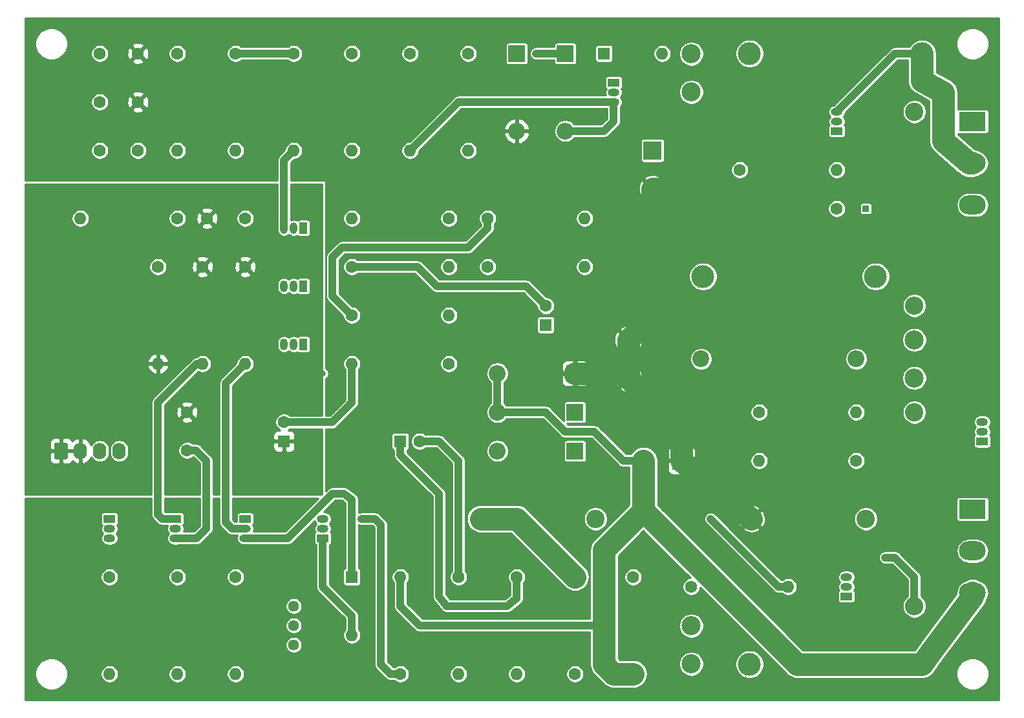
<source format=gbr>
G04 #@! TF.GenerationSoftware,KiCad,Pcbnew,5.1.5-1.fc31*
G04 #@! TF.CreationDate,2020-04-14T16:18:05+01:00*
G04 #@! TF.ProjectId,AR_A60_PA_25502_Issue8_v8.0,41525f41-3630-45f5-9041-5f3235353032,rev?*
G04 #@! TF.SameCoordinates,Original*
G04 #@! TF.FileFunction,Copper,L2,Bot*
G04 #@! TF.FilePolarity,Positive*
%FSLAX46Y46*%
G04 Gerber Fmt 4.6, Leading zero omitted, Abs format (unit mm)*
G04 Created by KiCad (PCBNEW 5.1.5-1.fc31) date 2020-04-14 16:18:05*
%MOMM*%
%LPD*%
G04 APERTURE LIST*
%ADD10C,3.000000*%
%ADD11R,1.500000X1.000000*%
%ADD12O,1.500000X1.000000*%
%ADD13O,1.500000X1.050000*%
%ADD14R,1.500000X1.050000*%
%ADD15O,1.000000X1.500000*%
%ADD16R,1.000000X1.500000*%
%ADD17C,1.600000*%
%ADD18R,1.600000X1.600000*%
%ADD19C,2.400000*%
%ADD20R,2.400000X2.400000*%
%ADD21O,1.600000X1.600000*%
%ADD22R,2.200000X2.200000*%
%ADD23O,2.200000X2.200000*%
%ADD24R,0.850000X0.850000*%
%ADD25C,2.200000*%
%ADD26O,3.500000X2.500000*%
%ADD27R,3.500000X2.500000*%
%ADD28R,1.050000X1.500000*%
%ADD29O,1.050000X1.500000*%
%ADD30O,2.400000X2.400000*%
%ADD31C,1.440000*%
%ADD32C,2.500000*%
%ADD33C,0.100000*%
%ADD34O,1.740000X2.200000*%
%ADD35C,0.800000*%
%ADD36C,1.000000*%
%ADD37C,3.000000*%
%ADD38C,0.254000*%
G04 APERTURE END LIST*
D10*
X178060000Y-85090000D03*
X200660000Y-85090000D03*
D11*
X196850000Y-127000000D03*
D12*
X196850000Y-124460000D03*
X196850000Y-125730000D03*
D11*
X195580000Y-66040000D03*
D12*
X195580000Y-63500000D03*
X195580000Y-64770000D03*
D13*
X166370000Y-60960000D03*
X166370000Y-62230000D03*
D14*
X166370000Y-59690000D03*
D15*
X124460000Y-78740000D03*
X123190000Y-78740000D03*
D16*
X125730000Y-78740000D03*
D11*
X118110000Y-116840000D03*
D12*
X118110000Y-119380000D03*
X118110000Y-118110000D03*
D17*
X113110000Y-77470000D03*
X118110000Y-77470000D03*
X123190000Y-104180000D03*
D18*
X123190000Y-106680000D03*
D17*
X99060000Y-62230000D03*
X104060000Y-62230000D03*
D18*
X157480000Y-91440000D03*
D17*
X157480000Y-88940000D03*
D18*
X138430000Y-106680000D03*
D17*
X140930000Y-106680000D03*
D19*
X163982400Y-116840000D03*
X148982400Y-116840000D03*
X184390000Y-116840000D03*
X199390000Y-116840000D03*
X171450000Y-73580000D03*
D20*
X171450000Y-68580000D03*
X175260000Y-109220000D03*
D19*
X170260000Y-109220000D03*
D17*
X104060000Y-68580000D03*
X99060000Y-68580000D03*
X99060000Y-55880000D03*
X104060000Y-55880000D03*
D21*
X172720000Y-55880000D03*
D18*
X165100000Y-55880000D03*
X132080000Y-124460000D03*
D21*
X132080000Y-132080000D03*
D22*
X161290000Y-107950000D03*
D23*
X151130000Y-107950000D03*
D22*
X160020000Y-55880000D03*
D23*
X160020000Y-66040000D03*
X151130000Y-102870000D03*
D22*
X161290000Y-102870000D03*
D23*
X153670000Y-66040000D03*
D22*
X153670000Y-55880000D03*
X161290000Y-97790000D03*
D23*
X151130000Y-97790000D03*
D24*
X199390000Y-76200000D03*
D25*
X177800000Y-95885000D03*
D23*
X198120000Y-95885000D03*
D26*
X213360000Y-126520000D03*
X213360000Y-121045000D03*
D27*
X213360000Y-115570000D03*
D28*
X125730000Y-86360000D03*
D29*
X123190000Y-86360000D03*
X124460000Y-86360000D03*
D28*
X125730000Y-93980000D03*
D29*
X123190000Y-93980000D03*
X124460000Y-93980000D03*
D13*
X100330000Y-118110000D03*
X100330000Y-119380000D03*
D14*
X100330000Y-116840000D03*
X108966000Y-116840000D03*
D13*
X108966000Y-119380000D03*
X108966000Y-118110000D03*
X214630000Y-105410000D03*
X214630000Y-104140000D03*
D14*
X214630000Y-106680000D03*
D13*
X128270000Y-118110000D03*
X128270000Y-116840000D03*
D14*
X128270000Y-119380000D03*
D27*
X213360000Y-64770000D03*
D26*
X213360000Y-70245000D03*
X213360000Y-75720000D03*
D21*
X132080000Y-77470000D03*
D17*
X144780000Y-77470000D03*
D21*
X96520000Y-77470000D03*
D17*
X109220000Y-77470000D03*
X106680000Y-83820000D03*
D21*
X106680000Y-96520000D03*
D17*
X100330000Y-124460000D03*
D21*
X100330000Y-137160000D03*
D17*
X109220000Y-55880000D03*
D21*
X109220000Y-68580000D03*
X112522000Y-96520000D03*
D17*
X112522000Y-83820000D03*
X118110000Y-83820000D03*
D21*
X118110000Y-96520000D03*
X132080000Y-96520000D03*
D17*
X144780000Y-96520000D03*
X132080000Y-83820000D03*
D21*
X144780000Y-83820000D03*
X109220000Y-137160000D03*
D17*
X109220000Y-124460000D03*
X116840000Y-124460000D03*
D21*
X116840000Y-137160000D03*
X132080000Y-68580000D03*
D17*
X132080000Y-55880000D03*
D21*
X124460000Y-68580000D03*
D17*
X124460000Y-55880000D03*
X153670000Y-124460000D03*
D21*
X153670000Y-137160000D03*
D17*
X161290000Y-137160000D03*
D21*
X161290000Y-124460000D03*
X146050000Y-137160000D03*
D17*
X146050000Y-124460000D03*
X139700000Y-55880000D03*
D21*
X139700000Y-68580000D03*
X144780000Y-90170000D03*
D17*
X132080000Y-90170000D03*
X149860000Y-77470000D03*
D21*
X162560000Y-77470000D03*
D17*
X168910000Y-124460000D03*
D21*
X168910000Y-137160000D03*
X189230000Y-125730000D03*
D17*
X176530000Y-125730000D03*
D30*
X205740000Y-88900000D03*
D19*
X205740000Y-63500000D03*
D17*
X149860000Y-83820000D03*
D21*
X162560000Y-83820000D03*
X185420000Y-109220000D03*
D17*
X198120000Y-109220000D03*
D21*
X198120000Y-102870000D03*
D17*
X185420000Y-102870000D03*
D21*
X195580000Y-71120000D03*
D17*
X182880000Y-71120000D03*
X195580000Y-76200000D03*
D21*
X182880000Y-76200000D03*
D17*
X116840000Y-55880000D03*
D21*
X116840000Y-68580000D03*
D31*
X124460000Y-133350000D03*
X124460000Y-130810000D03*
X124460000Y-128270000D03*
D17*
X110490000Y-102870000D03*
X110490000Y-107870000D03*
X147320000Y-55880000D03*
D21*
X147320000Y-68580000D03*
D17*
X138430000Y-137160000D03*
D21*
X138430000Y-124460000D03*
D19*
X205740000Y-102870000D03*
D30*
X205740000Y-128270000D03*
D32*
X205740000Y-98385000D03*
X205740000Y-93385000D03*
X176530000Y-135850000D03*
X176530000Y-130850000D03*
X176530000Y-55920000D03*
X176530000Y-60920000D03*
X168275000Y-98385000D03*
X168275000Y-93385000D03*
D10*
X184150000Y-55880000D03*
X206750000Y-55880000D03*
X206750000Y-135890000D03*
X184150000Y-135890000D03*
G04 #@! TA.AperFunction,ComponentPad*
D33*
G36*
X94624505Y-106851204D02*
G01*
X94648773Y-106854804D01*
X94672572Y-106860765D01*
X94695671Y-106869030D01*
X94717850Y-106879520D01*
X94738893Y-106892132D01*
X94758599Y-106906747D01*
X94776777Y-106923223D01*
X94793253Y-106941401D01*
X94807868Y-106961107D01*
X94820480Y-106982150D01*
X94830970Y-107004329D01*
X94839235Y-107027428D01*
X94845196Y-107051227D01*
X94848796Y-107075495D01*
X94850000Y-107099999D01*
X94850000Y-108800001D01*
X94848796Y-108824505D01*
X94845196Y-108848773D01*
X94839235Y-108872572D01*
X94830970Y-108895671D01*
X94820480Y-108917850D01*
X94807868Y-108938893D01*
X94793253Y-108958599D01*
X94776777Y-108976777D01*
X94758599Y-108993253D01*
X94738893Y-109007868D01*
X94717850Y-109020480D01*
X94695671Y-109030970D01*
X94672572Y-109039235D01*
X94648773Y-109045196D01*
X94624505Y-109048796D01*
X94600001Y-109050000D01*
X93359999Y-109050000D01*
X93335495Y-109048796D01*
X93311227Y-109045196D01*
X93287428Y-109039235D01*
X93264329Y-109030970D01*
X93242150Y-109020480D01*
X93221107Y-109007868D01*
X93201401Y-108993253D01*
X93183223Y-108976777D01*
X93166747Y-108958599D01*
X93152132Y-108938893D01*
X93139520Y-108917850D01*
X93129030Y-108895671D01*
X93120765Y-108872572D01*
X93114804Y-108848773D01*
X93111204Y-108824505D01*
X93110000Y-108800001D01*
X93110000Y-107099999D01*
X93111204Y-107075495D01*
X93114804Y-107051227D01*
X93120765Y-107027428D01*
X93129030Y-107004329D01*
X93139520Y-106982150D01*
X93152132Y-106961107D01*
X93166747Y-106941401D01*
X93183223Y-106923223D01*
X93201401Y-106906747D01*
X93221107Y-106892132D01*
X93242150Y-106879520D01*
X93264329Y-106869030D01*
X93287428Y-106860765D01*
X93311227Y-106854804D01*
X93335495Y-106851204D01*
X93359999Y-106850000D01*
X94600001Y-106850000D01*
X94624505Y-106851204D01*
G37*
G04 #@! TD.AperFunction*
D34*
X96520000Y-107950000D03*
X99060000Y-107950000D03*
X101600000Y-107950000D03*
D35*
X179070000Y-116840000D03*
X201930000Y-121920000D03*
X129540000Y-113538000D03*
X133350000Y-116840000D03*
X128270000Y-97790000D03*
X90170000Y-75692000D03*
X90170000Y-80732000D03*
X90170000Y-85772000D03*
X90170000Y-90812000D03*
X90170000Y-95852000D03*
X90170000Y-100892000D03*
X90170000Y-105932000D03*
X90170000Y-110972000D03*
X93980000Y-111760000D03*
X99060000Y-111760000D03*
X104140000Y-111760000D03*
X109220000Y-111760000D03*
X114300000Y-111760000D03*
X119380000Y-111760000D03*
X124460000Y-111760000D03*
X93980000Y-74930000D03*
X99060000Y-74930000D03*
X104140000Y-74930000D03*
X109220000Y-74930000D03*
X119380000Y-76200000D03*
X120650000Y-83820000D03*
X120650000Y-93980000D03*
X121920000Y-99060000D03*
X124460000Y-100330000D03*
X124714000Y-90932000D03*
X125476000Y-74930000D03*
X90170000Y-70840600D03*
X90170000Y-67030600D03*
X90170000Y-63220600D03*
X90170000Y-59410600D03*
X215900000Y-79730600D03*
X215900000Y-82550000D03*
X215900000Y-86080600D03*
X215900000Y-89890600D03*
X215900000Y-93700600D03*
X215900000Y-97510600D03*
X215900000Y-101320600D03*
X97790000Y-139700000D03*
X142240000Y-109220000D03*
X90170000Y-115570000D03*
X133350000Y-109220000D03*
X121920000Y-123190000D03*
X142240000Y-124460000D03*
X191770000Y-123190000D03*
X124460000Y-62230000D03*
X191770000Y-55880000D03*
X179070000Y-66040000D03*
X160020000Y-68580000D03*
X171450000Y-60960000D03*
X135890000Y-54610000D03*
X143510000Y-55880000D03*
X172720000Y-52070000D03*
X132080000Y-52070000D03*
X120650000Y-52070000D03*
X113030000Y-67310000D03*
X214630000Y-111760000D03*
X214630000Y-118110000D03*
X142240000Y-82550000D03*
X102830000Y-139700000D03*
X107870000Y-139700000D03*
X112910000Y-139700000D03*
X117950000Y-139700000D03*
X122990000Y-139700000D03*
X128030000Y-139700000D03*
X133070000Y-139700000D03*
X138110000Y-139700000D03*
X143150000Y-139700000D03*
X148190000Y-139700000D03*
X153230000Y-139700000D03*
X158270000Y-139700000D03*
X163310000Y-139700000D03*
X168350000Y-139700000D03*
X173390000Y-139700000D03*
X178430000Y-139700000D03*
X183470000Y-139700000D03*
X188510000Y-139700000D03*
X193550000Y-139700000D03*
X198590000Y-139700000D03*
X203630000Y-139700000D03*
X208670000Y-139700000D03*
X90170000Y-120610000D03*
X90170000Y-125650000D03*
X90170000Y-130690000D03*
X203200000Y-52070000D03*
X191770000Y-125984000D03*
X173482000Y-123444000D03*
X125984000Y-118872000D03*
X111252000Y-117094000D03*
X122682000Y-116840000D03*
X156210000Y-55880000D03*
D36*
X123190000Y-104180000D02*
X129500000Y-104180000D01*
X129500000Y-104180000D02*
X132080000Y-101600000D01*
X132080000Y-101600000D02*
X132080000Y-96520000D01*
X143190002Y-86360000D02*
X154900000Y-86360000D01*
X154900000Y-86360000D02*
X157480000Y-88940000D01*
X132080000Y-83820000D02*
X140650002Y-83820000D01*
X140650002Y-83820000D02*
X143190002Y-86360000D01*
X146050000Y-62230000D02*
X166370000Y-62230000D01*
X139700000Y-68580000D02*
X146050000Y-62230000D01*
X160020000Y-66040000D02*
X165100000Y-66040000D01*
X166370000Y-64770000D02*
X166370000Y-62230000D01*
X165100000Y-66040000D02*
X166370000Y-64770000D01*
X153670000Y-127254000D02*
X153670000Y-124460000D01*
X152400000Y-128270000D02*
X153670000Y-127254000D01*
X138430000Y-108480000D02*
X143510000Y-113560000D01*
X143510000Y-113560000D02*
X143510000Y-127000000D01*
X138430000Y-106680000D02*
X138430000Y-108480000D01*
X143510000Y-127000000D02*
X144526000Y-128270000D01*
X144526000Y-128270000D02*
X152400000Y-128270000D01*
X140930000Y-106680000D02*
X140970000Y-106680000D01*
X146050000Y-124460000D02*
X146050000Y-109220000D01*
X143510000Y-106680000D02*
X140930000Y-106680000D01*
X146050000Y-109220000D02*
X143510000Y-106680000D01*
X179070000Y-116840000D02*
X187960000Y-125730000D01*
X187960000Y-125730000D02*
X189230000Y-125730000D01*
D37*
X153670000Y-116840000D02*
X161290000Y-124460000D01*
X148982400Y-116840000D02*
X153670000Y-116840000D01*
D36*
X201930000Y-121920000D02*
X203200000Y-121920000D01*
X205740000Y-124460000D02*
X205740000Y-128270000D01*
X203200000Y-121920000D02*
X205740000Y-124460000D01*
X132080000Y-114300000D02*
X132080000Y-124460000D01*
X129540000Y-113538000D02*
X131064000Y-113538000D01*
X131064000Y-113538000D02*
X132080000Y-114300000D01*
X123698000Y-119380000D02*
X129540000Y-113538000D01*
X118110000Y-119380000D02*
X123698000Y-119380000D01*
X132080000Y-129540000D02*
X132080000Y-132080000D01*
X128270000Y-119380000D02*
X128270000Y-125730000D01*
X128270000Y-125730000D02*
X132080000Y-129540000D01*
X106680000Y-116304000D02*
X107216000Y-116840000D01*
X111760000Y-96520000D02*
X106680000Y-101600000D01*
X107216000Y-116840000D02*
X108966000Y-116840000D01*
X106680000Y-101600000D02*
X106680000Y-116304000D01*
X112522000Y-96520000D02*
X111760000Y-96520000D01*
X116360000Y-118110000D02*
X115570000Y-117320000D01*
X118110000Y-118110000D02*
X116360000Y-118110000D01*
X115570000Y-99060000D02*
X118110000Y-96520000D01*
X115570000Y-117320000D02*
X115570000Y-99060000D01*
X129540000Y-87630000D02*
X132080000Y-90170000D01*
X149860000Y-78740000D02*
X147320000Y-81280000D01*
X130810000Y-81280000D02*
X129540000Y-82550000D01*
X149860000Y-77470000D02*
X149860000Y-78740000D01*
X147320000Y-81280000D02*
X130810000Y-81280000D01*
X129540000Y-82550000D02*
X129540000Y-87630000D01*
X137160000Y-137160000D02*
X138430000Y-137160000D01*
X135890000Y-135890000D02*
X137160000Y-137160000D01*
X133350000Y-116840000D02*
X135100000Y-116840000D01*
X135890000Y-117630000D02*
X135890000Y-135890000D01*
X135100000Y-116840000D02*
X135890000Y-117630000D01*
D37*
X175260000Y-105370000D02*
X168275000Y-98385000D01*
X175260000Y-109220000D02*
X175260000Y-105370000D01*
X184390000Y-116840000D02*
X175260000Y-109220000D01*
X177880000Y-73660000D02*
X182880000Y-76200000D01*
X171450000Y-73580000D02*
X177880000Y-73660000D01*
X171450000Y-90170000D02*
X171450000Y-73580000D01*
X168275000Y-98385000D02*
X168275000Y-93385000D01*
X168275000Y-93385000D02*
X171450000Y-90170000D01*
X167640000Y-97790000D02*
X168275000Y-98385000D01*
X161290000Y-97790000D02*
X167640000Y-97790000D01*
D36*
X196850000Y-62230000D02*
X195580000Y-63500000D01*
X206750000Y-55880000D02*
X203200000Y-55880000D01*
X156210000Y-55880000D02*
X160020000Y-55880000D01*
D37*
X212860000Y-70245000D02*
X213360000Y-70245000D01*
X209550000Y-67310000D02*
X212860000Y-70245000D01*
X209550000Y-60960000D02*
X209550000Y-67310000D01*
X206750000Y-55880000D02*
X206750000Y-59430000D01*
X206750000Y-59430000D02*
X209550000Y-60960000D01*
D36*
X116840000Y-55880000D02*
X124460000Y-55880000D01*
X203200000Y-55880000D02*
X196850000Y-62230000D01*
X151130000Y-102870000D02*
X157480000Y-102870000D01*
X160020000Y-105410000D02*
X163830000Y-105410000D01*
X157480000Y-102870000D02*
X160020000Y-105410000D01*
X163830000Y-105410000D02*
X167640000Y-109220000D01*
X167640000Y-109220000D02*
X170260000Y-109220000D01*
D37*
X204628680Y-135890000D02*
X206750000Y-135890000D01*
X170260000Y-115759998D02*
X190390002Y-135890000D01*
X170260000Y-109220000D02*
X170260000Y-115759998D01*
X170260000Y-115759998D02*
X172720000Y-118219998D01*
X168910000Y-137160000D02*
X166370000Y-137160000D01*
X166370000Y-137160000D02*
X165100000Y-135890000D01*
X165100000Y-120919998D02*
X170260000Y-115759998D01*
D36*
X110490000Y-107870000D02*
X111680000Y-107870000D01*
X111680000Y-107870000D02*
X113030000Y-109220000D01*
X113030000Y-109220000D02*
X113030000Y-118110000D01*
X111760000Y-119380000D02*
X108966000Y-119380000D01*
X113030000Y-118110000D02*
X111760000Y-119380000D01*
D37*
X190390002Y-135890000D02*
X204628680Y-135890000D01*
X165100000Y-135890000D02*
X165100000Y-120919998D01*
D36*
X138430000Y-128270000D02*
X138430000Y-124460000D01*
X140970000Y-130810000D02*
X138430000Y-128270000D01*
X165100000Y-135890000D02*
X165100000Y-130810000D01*
X165100000Y-130810000D02*
X140970000Y-130810000D01*
X151130000Y-100330000D02*
X151130000Y-97790000D01*
X151130000Y-102870000D02*
X151130000Y-100330000D01*
D37*
X213360000Y-127000000D02*
X213360000Y-126520000D01*
X206750000Y-135890000D02*
X208026000Y-134112000D01*
X208026000Y-134112000D02*
X213360000Y-127000000D01*
D36*
X123190000Y-69850000D02*
X124460000Y-68580000D01*
X123190000Y-78740000D02*
X123190000Y-69850000D01*
D38*
G36*
X122309000Y-78446727D02*
G01*
X122309000Y-79033273D01*
X122321748Y-79162706D01*
X122372125Y-79328775D01*
X122453933Y-79481825D01*
X122564026Y-79615975D01*
X122698176Y-79726068D01*
X122851226Y-79807875D01*
X123017295Y-79858252D01*
X123190000Y-79875262D01*
X123362706Y-79858252D01*
X123528775Y-79807875D01*
X123681825Y-79726068D01*
X123815975Y-79615975D01*
X123825001Y-79604977D01*
X123834026Y-79615975D01*
X123968176Y-79726068D01*
X124121226Y-79807875D01*
X124287295Y-79858252D01*
X124460000Y-79875262D01*
X124632706Y-79858252D01*
X124798775Y-79807875D01*
X124937251Y-79733858D01*
X124959289Y-79760711D01*
X125017304Y-79808322D01*
X125083492Y-79843701D01*
X125155311Y-79865487D01*
X125230000Y-79872843D01*
X126230000Y-79872843D01*
X126304689Y-79865487D01*
X126376508Y-79843701D01*
X126442696Y-79808322D01*
X126500711Y-79760711D01*
X126548322Y-79702696D01*
X126583701Y-79636508D01*
X126605487Y-79564689D01*
X126612843Y-79490000D01*
X126612843Y-77990000D01*
X126605487Y-77915311D01*
X126583701Y-77843492D01*
X126548322Y-77777304D01*
X126500711Y-77719289D01*
X126442696Y-77671678D01*
X126376508Y-77636299D01*
X126304689Y-77614513D01*
X126230000Y-77607157D01*
X125230000Y-77607157D01*
X125155311Y-77614513D01*
X125083492Y-77636299D01*
X125017304Y-77671678D01*
X124959289Y-77719289D01*
X124937251Y-77746143D01*
X124798774Y-77672125D01*
X124632705Y-77621748D01*
X124460000Y-77604738D01*
X124287294Y-77621748D01*
X124121225Y-77672125D01*
X124071000Y-77698971D01*
X124071000Y-73025000D01*
X128143000Y-73025000D01*
X128143000Y-103299000D01*
X123979185Y-103299000D01*
X123942843Y-103262658D01*
X123749413Y-103133412D01*
X123534485Y-103044386D01*
X123306318Y-102999000D01*
X123073682Y-102999000D01*
X122845515Y-103044386D01*
X122630587Y-103133412D01*
X122437157Y-103262658D01*
X122272658Y-103427157D01*
X122143412Y-103620587D01*
X122054386Y-103835515D01*
X122009000Y-104063682D01*
X122009000Y-104296318D01*
X122054386Y-104524485D01*
X122143412Y-104739413D01*
X122272658Y-104932843D01*
X122437157Y-105097342D01*
X122630587Y-105226588D01*
X122671683Y-105243611D01*
X122390000Y-105241928D01*
X122265518Y-105254188D01*
X122145820Y-105290498D01*
X122035506Y-105349463D01*
X121938815Y-105428815D01*
X121859463Y-105525506D01*
X121800498Y-105635820D01*
X121764188Y-105755518D01*
X121751928Y-105880000D01*
X121755000Y-106394250D01*
X121913750Y-106553000D01*
X123063000Y-106553000D01*
X123063000Y-106533000D01*
X123317000Y-106533000D01*
X123317000Y-106553000D01*
X124466250Y-106553000D01*
X124625000Y-106394250D01*
X124628072Y-105880000D01*
X124615812Y-105755518D01*
X124579502Y-105635820D01*
X124520537Y-105525506D01*
X124441185Y-105428815D01*
X124344494Y-105349463D01*
X124234180Y-105290498D01*
X124114482Y-105254188D01*
X123990000Y-105241928D01*
X123708317Y-105243611D01*
X123749413Y-105226588D01*
X123942843Y-105097342D01*
X123979185Y-105061000D01*
X128143000Y-105061000D01*
X128143000Y-113665000D01*
X116451000Y-113665000D01*
X116451000Y-107480000D01*
X121751928Y-107480000D01*
X121764188Y-107604482D01*
X121800498Y-107724180D01*
X121859463Y-107834494D01*
X121938815Y-107931185D01*
X122035506Y-108010537D01*
X122145820Y-108069502D01*
X122265518Y-108105812D01*
X122390000Y-108118072D01*
X122904250Y-108115000D01*
X123063000Y-107956250D01*
X123063000Y-106807000D01*
X123317000Y-106807000D01*
X123317000Y-107956250D01*
X123475750Y-108115000D01*
X123990000Y-108118072D01*
X124114482Y-108105812D01*
X124234180Y-108069502D01*
X124344494Y-108010537D01*
X124441185Y-107931185D01*
X124520537Y-107834494D01*
X124579502Y-107724180D01*
X124615812Y-107604482D01*
X124628072Y-107480000D01*
X124625000Y-106965750D01*
X124466250Y-106807000D01*
X123317000Y-106807000D01*
X123063000Y-106807000D01*
X121913750Y-106807000D01*
X121755000Y-106965750D01*
X121751928Y-107480000D01*
X116451000Y-107480000D01*
X116451000Y-99424921D01*
X118174922Y-97701000D01*
X118226318Y-97701000D01*
X118454485Y-97655614D01*
X118669413Y-97566588D01*
X118862843Y-97437342D01*
X119027342Y-97272843D01*
X119156588Y-97079413D01*
X119245614Y-96864485D01*
X119291000Y-96636318D01*
X119291000Y-96403682D01*
X119245614Y-96175515D01*
X119156588Y-95960587D01*
X119027342Y-95767157D01*
X118862843Y-95602658D01*
X118669413Y-95473412D01*
X118454485Y-95384386D01*
X118226318Y-95339000D01*
X117993682Y-95339000D01*
X117765515Y-95384386D01*
X117550587Y-95473412D01*
X117357157Y-95602658D01*
X117192658Y-95767157D01*
X117063412Y-95960587D01*
X116974386Y-96175515D01*
X116929000Y-96403682D01*
X116929000Y-96455078D01*
X114977640Y-98406439D01*
X114944026Y-98434025D01*
X114916441Y-98467638D01*
X114833932Y-98568175D01*
X114752125Y-98721226D01*
X114701749Y-98887295D01*
X114684738Y-99060000D01*
X114689001Y-99103280D01*
X114689000Y-113665000D01*
X113911000Y-113665000D01*
X113911000Y-109263269D01*
X113915262Y-109219999D01*
X113910779Y-109174482D01*
X113898252Y-109047294D01*
X113847875Y-108881225D01*
X113809794Y-108809981D01*
X113766068Y-108728174D01*
X113683559Y-108627637D01*
X113655975Y-108594025D01*
X113622362Y-108566440D01*
X112333566Y-107277645D01*
X112305975Y-107244025D01*
X112171825Y-107133932D01*
X112018775Y-107052125D01*
X111852706Y-107001748D01*
X111723273Y-106989000D01*
X111723270Y-106989000D01*
X111680000Y-106984738D01*
X111636730Y-106989000D01*
X111279185Y-106989000D01*
X111242843Y-106952658D01*
X111049413Y-106823412D01*
X110834485Y-106734386D01*
X110606318Y-106689000D01*
X110373682Y-106689000D01*
X110145515Y-106734386D01*
X109930587Y-106823412D01*
X109737157Y-106952658D01*
X109572658Y-107117157D01*
X109443412Y-107310587D01*
X109354386Y-107525515D01*
X109309000Y-107753682D01*
X109309000Y-107986318D01*
X109354386Y-108214485D01*
X109443412Y-108429413D01*
X109572658Y-108622843D01*
X109737157Y-108787342D01*
X109930587Y-108916588D01*
X110145515Y-109005614D01*
X110373682Y-109051000D01*
X110606318Y-109051000D01*
X110834485Y-109005614D01*
X111049413Y-108916588D01*
X111242843Y-108787342D01*
X111279185Y-108751000D01*
X111315079Y-108751000D01*
X112149000Y-109584922D01*
X112149000Y-113665000D01*
X107561000Y-113665000D01*
X107561000Y-103862702D01*
X109676903Y-103862702D01*
X109748486Y-104106671D01*
X110003996Y-104227571D01*
X110278184Y-104296300D01*
X110560512Y-104310217D01*
X110840130Y-104268787D01*
X111106292Y-104173603D01*
X111231514Y-104106671D01*
X111303097Y-103862702D01*
X110490000Y-103049605D01*
X109676903Y-103862702D01*
X107561000Y-103862702D01*
X107561000Y-102940512D01*
X109049783Y-102940512D01*
X109091213Y-103220130D01*
X109186397Y-103486292D01*
X109253329Y-103611514D01*
X109497298Y-103683097D01*
X110310395Y-102870000D01*
X110669605Y-102870000D01*
X111482702Y-103683097D01*
X111726671Y-103611514D01*
X111847571Y-103356004D01*
X111916300Y-103081816D01*
X111930217Y-102799488D01*
X111888787Y-102519870D01*
X111793603Y-102253708D01*
X111726671Y-102128486D01*
X111482702Y-102056903D01*
X110669605Y-102870000D01*
X110310395Y-102870000D01*
X109497298Y-102056903D01*
X109253329Y-102128486D01*
X109132429Y-102383996D01*
X109063700Y-102658184D01*
X109049783Y-102940512D01*
X107561000Y-102940512D01*
X107561000Y-101964921D01*
X107648623Y-101877298D01*
X109676903Y-101877298D01*
X110490000Y-102690395D01*
X111303097Y-101877298D01*
X111231514Y-101633329D01*
X110976004Y-101512429D01*
X110701816Y-101443700D01*
X110419488Y-101429783D01*
X110139870Y-101471213D01*
X109873708Y-101566397D01*
X109748486Y-101633329D01*
X109676903Y-101877298D01*
X107648623Y-101877298D01*
X111960637Y-97565285D01*
X111962587Y-97566588D01*
X112177515Y-97655614D01*
X112405682Y-97701000D01*
X112638318Y-97701000D01*
X112866485Y-97655614D01*
X113081413Y-97566588D01*
X113274843Y-97437342D01*
X113439342Y-97272843D01*
X113568588Y-97079413D01*
X113657614Y-96864485D01*
X113703000Y-96636318D01*
X113703000Y-96403682D01*
X113657614Y-96175515D01*
X113568588Y-95960587D01*
X113439342Y-95767157D01*
X113274843Y-95602658D01*
X113081413Y-95473412D01*
X112866485Y-95384386D01*
X112638318Y-95339000D01*
X112405682Y-95339000D01*
X112177515Y-95384386D01*
X111962587Y-95473412D01*
X111769157Y-95602658D01*
X111734572Y-95637243D01*
X111716730Y-95639000D01*
X111716727Y-95639000D01*
X111587294Y-95651748D01*
X111421225Y-95702125D01*
X111268174Y-95783932D01*
X111200022Y-95839863D01*
X111134025Y-95894025D01*
X111106439Y-95927639D01*
X106087645Y-100946434D01*
X106054025Y-100974025D01*
X105981021Y-101062983D01*
X105943932Y-101108175D01*
X105862126Y-101261225D01*
X105862125Y-101261226D01*
X105811748Y-101427295D01*
X105799000Y-101556727D01*
X105794738Y-101600000D01*
X105799000Y-101643270D01*
X105799001Y-113665000D01*
X89306000Y-113665000D01*
X89306000Y-109050000D01*
X92471928Y-109050000D01*
X92484188Y-109174482D01*
X92520498Y-109294180D01*
X92579463Y-109404494D01*
X92658815Y-109501185D01*
X92755506Y-109580537D01*
X92865820Y-109639502D01*
X92985518Y-109675812D01*
X93110000Y-109688072D01*
X93694250Y-109685000D01*
X93853000Y-109526250D01*
X93853000Y-108077000D01*
X94107000Y-108077000D01*
X94107000Y-109526250D01*
X94265750Y-109685000D01*
X94850000Y-109688072D01*
X94974482Y-109675812D01*
X95094180Y-109639502D01*
X95204494Y-109580537D01*
X95301185Y-109501185D01*
X95380537Y-109404494D01*
X95439502Y-109294180D01*
X95454727Y-109243991D01*
X95549506Y-109340536D01*
X95794563Y-109507571D01*
X96067498Y-109623588D01*
X96159969Y-109641302D01*
X96393000Y-109520246D01*
X96393000Y-108077000D01*
X94107000Y-108077000D01*
X93853000Y-108077000D01*
X92633750Y-108077000D01*
X92475000Y-108235750D01*
X92471928Y-109050000D01*
X89306000Y-109050000D01*
X89306000Y-106850000D01*
X92471928Y-106850000D01*
X92475000Y-107664250D01*
X92633750Y-107823000D01*
X93853000Y-107823000D01*
X93853000Y-106373750D01*
X94107000Y-106373750D01*
X94107000Y-107823000D01*
X96393000Y-107823000D01*
X96393000Y-106379754D01*
X96647000Y-106379754D01*
X96647000Y-107823000D01*
X96667000Y-107823000D01*
X96667000Y-108077000D01*
X96647000Y-108077000D01*
X96647000Y-109520246D01*
X96880031Y-109641302D01*
X96972502Y-109623588D01*
X97245437Y-109507571D01*
X97490494Y-109340536D01*
X97698256Y-109128903D01*
X97860738Y-108880804D01*
X97927561Y-108715171D01*
X98014800Y-108878381D01*
X98171130Y-109068871D01*
X98361620Y-109225201D01*
X98578948Y-109341366D01*
X98814762Y-109412899D01*
X99060000Y-109437053D01*
X99305239Y-109412899D01*
X99541053Y-109341366D01*
X99758381Y-109225201D01*
X99948871Y-109068871D01*
X100105201Y-108878381D01*
X100221366Y-108661052D01*
X100292899Y-108425238D01*
X100311000Y-108241456D01*
X100311000Y-107658544D01*
X100349000Y-107658544D01*
X100349000Y-108241457D01*
X100367101Y-108425239D01*
X100438634Y-108661053D01*
X100554800Y-108878381D01*
X100711130Y-109068871D01*
X100901620Y-109225201D01*
X101118948Y-109341366D01*
X101354762Y-109412899D01*
X101600000Y-109437053D01*
X101845239Y-109412899D01*
X102081053Y-109341366D01*
X102298381Y-109225201D01*
X102488871Y-109068871D01*
X102645201Y-108878381D01*
X102761366Y-108661052D01*
X102832899Y-108425238D01*
X102851000Y-108241456D01*
X102851000Y-107658543D01*
X102832899Y-107474761D01*
X102761366Y-107238947D01*
X102645201Y-107021619D01*
X102488871Y-106831129D01*
X102298380Y-106674799D01*
X102081052Y-106558634D01*
X101845238Y-106487101D01*
X101600000Y-106462947D01*
X101354761Y-106487101D01*
X101118947Y-106558634D01*
X100901619Y-106674799D01*
X100711129Y-106831129D01*
X100554799Y-107021620D01*
X100438634Y-107238948D01*
X100367101Y-107474762D01*
X100349000Y-107658544D01*
X100311000Y-107658544D01*
X100311000Y-107658543D01*
X100292899Y-107474761D01*
X100221366Y-107238947D01*
X100105201Y-107021619D01*
X99948871Y-106831129D01*
X99758380Y-106674799D01*
X99541052Y-106558634D01*
X99305238Y-106487101D01*
X99060000Y-106462947D01*
X98814761Y-106487101D01*
X98578947Y-106558634D01*
X98361619Y-106674799D01*
X98171129Y-106831129D01*
X98014799Y-107021620D01*
X97927561Y-107184830D01*
X97860738Y-107019196D01*
X97698256Y-106771097D01*
X97490494Y-106559464D01*
X97245437Y-106392429D01*
X96972502Y-106276412D01*
X96880031Y-106258698D01*
X96647000Y-106379754D01*
X96393000Y-106379754D01*
X96159969Y-106258698D01*
X96067498Y-106276412D01*
X95794563Y-106392429D01*
X95549506Y-106559464D01*
X95454727Y-106656009D01*
X95439502Y-106605820D01*
X95380537Y-106495506D01*
X95301185Y-106398815D01*
X95204494Y-106319463D01*
X95094180Y-106260498D01*
X94974482Y-106224188D01*
X94850000Y-106211928D01*
X94265750Y-106215000D01*
X94107000Y-106373750D01*
X93853000Y-106373750D01*
X93694250Y-106215000D01*
X93110000Y-106211928D01*
X92985518Y-106224188D01*
X92865820Y-106260498D01*
X92755506Y-106319463D01*
X92658815Y-106398815D01*
X92579463Y-106495506D01*
X92520498Y-106605820D01*
X92484188Y-106725518D01*
X92471928Y-106850000D01*
X89306000Y-106850000D01*
X89306000Y-96869040D01*
X105288091Y-96869040D01*
X105382930Y-97133881D01*
X105527615Y-97375131D01*
X105716586Y-97583519D01*
X105942580Y-97751037D01*
X106196913Y-97871246D01*
X106330961Y-97911904D01*
X106553000Y-97789915D01*
X106553000Y-96647000D01*
X106807000Y-96647000D01*
X106807000Y-97789915D01*
X107029039Y-97911904D01*
X107163087Y-97871246D01*
X107417420Y-97751037D01*
X107643414Y-97583519D01*
X107832385Y-97375131D01*
X107977070Y-97133881D01*
X108071909Y-96869040D01*
X107950624Y-96647000D01*
X106807000Y-96647000D01*
X106553000Y-96647000D01*
X105409376Y-96647000D01*
X105288091Y-96869040D01*
X89306000Y-96869040D01*
X89306000Y-96170960D01*
X105288091Y-96170960D01*
X105409376Y-96393000D01*
X106553000Y-96393000D01*
X106553000Y-95250085D01*
X106807000Y-95250085D01*
X106807000Y-96393000D01*
X107950624Y-96393000D01*
X108071909Y-96170960D01*
X107977070Y-95906119D01*
X107832385Y-95664869D01*
X107643414Y-95456481D01*
X107417420Y-95288963D01*
X107163087Y-95168754D01*
X107029039Y-95128096D01*
X106807000Y-95250085D01*
X106553000Y-95250085D01*
X106330961Y-95128096D01*
X106196913Y-95168754D01*
X105942580Y-95288963D01*
X105716586Y-95456481D01*
X105527615Y-95664869D01*
X105382930Y-95906119D01*
X105288091Y-96170960D01*
X89306000Y-96170960D01*
X89306000Y-93710499D01*
X122284000Y-93710499D01*
X122284000Y-94249500D01*
X122297110Y-94382606D01*
X122348916Y-94553387D01*
X122433044Y-94710781D01*
X122546262Y-94848738D01*
X122684218Y-94961956D01*
X122841612Y-95046084D01*
X123012393Y-95097890D01*
X123190000Y-95115383D01*
X123367606Y-95097890D01*
X123538387Y-95046084D01*
X123695781Y-94961956D01*
X123825000Y-94855909D01*
X123954218Y-94961956D01*
X124111612Y-95046084D01*
X124282393Y-95097890D01*
X124460000Y-95115383D01*
X124637606Y-95097890D01*
X124808387Y-95046084D01*
X124921784Y-94985473D01*
X124934289Y-95000711D01*
X124992304Y-95048322D01*
X125058492Y-95083701D01*
X125130311Y-95105487D01*
X125205000Y-95112843D01*
X126255000Y-95112843D01*
X126329689Y-95105487D01*
X126401508Y-95083701D01*
X126467696Y-95048322D01*
X126525711Y-95000711D01*
X126573322Y-94942696D01*
X126608701Y-94876508D01*
X126630487Y-94804689D01*
X126637843Y-94730000D01*
X126637843Y-93230000D01*
X126630487Y-93155311D01*
X126608701Y-93083492D01*
X126573322Y-93017304D01*
X126525711Y-92959289D01*
X126467696Y-92911678D01*
X126401508Y-92876299D01*
X126329689Y-92854513D01*
X126255000Y-92847157D01*
X125205000Y-92847157D01*
X125130311Y-92854513D01*
X125058492Y-92876299D01*
X124992304Y-92911678D01*
X124934289Y-92959289D01*
X124921784Y-92974527D01*
X124808388Y-92913916D01*
X124637607Y-92862110D01*
X124460000Y-92844617D01*
X124282394Y-92862110D01*
X124111613Y-92913916D01*
X123954219Y-92998044D01*
X123825001Y-93104091D01*
X123695782Y-92998044D01*
X123538388Y-92913916D01*
X123367607Y-92862110D01*
X123190000Y-92844617D01*
X123012394Y-92862110D01*
X122841613Y-92913916D01*
X122684219Y-92998044D01*
X122546263Y-93111262D01*
X122433045Y-93249218D01*
X122348916Y-93406612D01*
X122297110Y-93577393D01*
X122284000Y-93710499D01*
X89306000Y-93710499D01*
X89306000Y-86090499D01*
X122284000Y-86090499D01*
X122284000Y-86629500D01*
X122297110Y-86762606D01*
X122348916Y-86933387D01*
X122433044Y-87090781D01*
X122546262Y-87228738D01*
X122684218Y-87341956D01*
X122841612Y-87426084D01*
X123012393Y-87477890D01*
X123190000Y-87495383D01*
X123367606Y-87477890D01*
X123538387Y-87426084D01*
X123695781Y-87341956D01*
X123825000Y-87235909D01*
X123954218Y-87341956D01*
X124111612Y-87426084D01*
X124282393Y-87477890D01*
X124460000Y-87495383D01*
X124637606Y-87477890D01*
X124808387Y-87426084D01*
X124921784Y-87365473D01*
X124934289Y-87380711D01*
X124992304Y-87428322D01*
X125058492Y-87463701D01*
X125130311Y-87485487D01*
X125205000Y-87492843D01*
X126255000Y-87492843D01*
X126329689Y-87485487D01*
X126401508Y-87463701D01*
X126467696Y-87428322D01*
X126525711Y-87380711D01*
X126573322Y-87322696D01*
X126608701Y-87256508D01*
X126630487Y-87184689D01*
X126637843Y-87110000D01*
X126637843Y-85610000D01*
X126630487Y-85535311D01*
X126608701Y-85463492D01*
X126573322Y-85397304D01*
X126525711Y-85339289D01*
X126467696Y-85291678D01*
X126401508Y-85256299D01*
X126329689Y-85234513D01*
X126255000Y-85227157D01*
X125205000Y-85227157D01*
X125130311Y-85234513D01*
X125058492Y-85256299D01*
X124992304Y-85291678D01*
X124934289Y-85339289D01*
X124921784Y-85354527D01*
X124808388Y-85293916D01*
X124637607Y-85242110D01*
X124460000Y-85224617D01*
X124282394Y-85242110D01*
X124111613Y-85293916D01*
X123954219Y-85378044D01*
X123825001Y-85484091D01*
X123695782Y-85378044D01*
X123538388Y-85293916D01*
X123367607Y-85242110D01*
X123190000Y-85224617D01*
X123012394Y-85242110D01*
X122841613Y-85293916D01*
X122684219Y-85378044D01*
X122546263Y-85491262D01*
X122433045Y-85629218D01*
X122348916Y-85786612D01*
X122297110Y-85957393D01*
X122284000Y-86090499D01*
X89306000Y-86090499D01*
X89306000Y-83703682D01*
X105499000Y-83703682D01*
X105499000Y-83936318D01*
X105544386Y-84164485D01*
X105633412Y-84379413D01*
X105762658Y-84572843D01*
X105927157Y-84737342D01*
X106120587Y-84866588D01*
X106335515Y-84955614D01*
X106563682Y-85001000D01*
X106796318Y-85001000D01*
X107024485Y-84955614D01*
X107239413Y-84866588D01*
X107320058Y-84812702D01*
X111708903Y-84812702D01*
X111780486Y-85056671D01*
X112035996Y-85177571D01*
X112310184Y-85246300D01*
X112592512Y-85260217D01*
X112872130Y-85218787D01*
X113138292Y-85123603D01*
X113263514Y-85056671D01*
X113335097Y-84812702D01*
X117296903Y-84812702D01*
X117368486Y-85056671D01*
X117623996Y-85177571D01*
X117898184Y-85246300D01*
X118180512Y-85260217D01*
X118460130Y-85218787D01*
X118726292Y-85123603D01*
X118851514Y-85056671D01*
X118923097Y-84812702D01*
X118110000Y-83999605D01*
X117296903Y-84812702D01*
X113335097Y-84812702D01*
X112522000Y-83999605D01*
X111708903Y-84812702D01*
X107320058Y-84812702D01*
X107432843Y-84737342D01*
X107597342Y-84572843D01*
X107726588Y-84379413D01*
X107815614Y-84164485D01*
X107861000Y-83936318D01*
X107861000Y-83890512D01*
X111081783Y-83890512D01*
X111123213Y-84170130D01*
X111218397Y-84436292D01*
X111285329Y-84561514D01*
X111529298Y-84633097D01*
X112342395Y-83820000D01*
X112701605Y-83820000D01*
X113514702Y-84633097D01*
X113758671Y-84561514D01*
X113879571Y-84306004D01*
X113948300Y-84031816D01*
X113955265Y-83890512D01*
X116669783Y-83890512D01*
X116711213Y-84170130D01*
X116806397Y-84436292D01*
X116873329Y-84561514D01*
X117117298Y-84633097D01*
X117930395Y-83820000D01*
X118289605Y-83820000D01*
X119102702Y-84633097D01*
X119346671Y-84561514D01*
X119467571Y-84306004D01*
X119536300Y-84031816D01*
X119550217Y-83749488D01*
X119508787Y-83469870D01*
X119413603Y-83203708D01*
X119346671Y-83078486D01*
X119102702Y-83006903D01*
X118289605Y-83820000D01*
X117930395Y-83820000D01*
X117117298Y-83006903D01*
X116873329Y-83078486D01*
X116752429Y-83333996D01*
X116683700Y-83608184D01*
X116669783Y-83890512D01*
X113955265Y-83890512D01*
X113962217Y-83749488D01*
X113920787Y-83469870D01*
X113825603Y-83203708D01*
X113758671Y-83078486D01*
X113514702Y-83006903D01*
X112701605Y-83820000D01*
X112342395Y-83820000D01*
X111529298Y-83006903D01*
X111285329Y-83078486D01*
X111164429Y-83333996D01*
X111095700Y-83608184D01*
X111081783Y-83890512D01*
X107861000Y-83890512D01*
X107861000Y-83703682D01*
X107815614Y-83475515D01*
X107726588Y-83260587D01*
X107597342Y-83067157D01*
X107432843Y-82902658D01*
X107320059Y-82827298D01*
X111708903Y-82827298D01*
X112522000Y-83640395D01*
X113335097Y-82827298D01*
X117296903Y-82827298D01*
X118110000Y-83640395D01*
X118923097Y-82827298D01*
X118851514Y-82583329D01*
X118596004Y-82462429D01*
X118321816Y-82393700D01*
X118039488Y-82379783D01*
X117759870Y-82421213D01*
X117493708Y-82516397D01*
X117368486Y-82583329D01*
X117296903Y-82827298D01*
X113335097Y-82827298D01*
X113263514Y-82583329D01*
X113008004Y-82462429D01*
X112733816Y-82393700D01*
X112451488Y-82379783D01*
X112171870Y-82421213D01*
X111905708Y-82516397D01*
X111780486Y-82583329D01*
X111708903Y-82827298D01*
X107320059Y-82827298D01*
X107239413Y-82773412D01*
X107024485Y-82684386D01*
X106796318Y-82639000D01*
X106563682Y-82639000D01*
X106335515Y-82684386D01*
X106120587Y-82773412D01*
X105927157Y-82902658D01*
X105762658Y-83067157D01*
X105633412Y-83260587D01*
X105544386Y-83475515D01*
X105499000Y-83703682D01*
X89306000Y-83703682D01*
X89306000Y-77353682D01*
X95339000Y-77353682D01*
X95339000Y-77586318D01*
X95384386Y-77814485D01*
X95473412Y-78029413D01*
X95602658Y-78222843D01*
X95767157Y-78387342D01*
X95960587Y-78516588D01*
X96175515Y-78605614D01*
X96403682Y-78651000D01*
X96636318Y-78651000D01*
X96864485Y-78605614D01*
X97079413Y-78516588D01*
X97272843Y-78387342D01*
X97437342Y-78222843D01*
X97566588Y-78029413D01*
X97655614Y-77814485D01*
X97701000Y-77586318D01*
X97701000Y-77353682D01*
X108039000Y-77353682D01*
X108039000Y-77586318D01*
X108084386Y-77814485D01*
X108173412Y-78029413D01*
X108302658Y-78222843D01*
X108467157Y-78387342D01*
X108660587Y-78516588D01*
X108875515Y-78605614D01*
X109103682Y-78651000D01*
X109336318Y-78651000D01*
X109564485Y-78605614D01*
X109779413Y-78516588D01*
X109860058Y-78462702D01*
X112296903Y-78462702D01*
X112368486Y-78706671D01*
X112623996Y-78827571D01*
X112898184Y-78896300D01*
X113180512Y-78910217D01*
X113460130Y-78868787D01*
X113726292Y-78773603D01*
X113851514Y-78706671D01*
X113923097Y-78462702D01*
X113110000Y-77649605D01*
X112296903Y-78462702D01*
X109860058Y-78462702D01*
X109972843Y-78387342D01*
X110137342Y-78222843D01*
X110266588Y-78029413D01*
X110355614Y-77814485D01*
X110401000Y-77586318D01*
X110401000Y-77540512D01*
X111669783Y-77540512D01*
X111711213Y-77820130D01*
X111806397Y-78086292D01*
X111873329Y-78211514D01*
X112117298Y-78283097D01*
X112930395Y-77470000D01*
X113289605Y-77470000D01*
X114102702Y-78283097D01*
X114346671Y-78211514D01*
X114467571Y-77956004D01*
X114536300Y-77681816D01*
X114550217Y-77399488D01*
X114543431Y-77353682D01*
X116929000Y-77353682D01*
X116929000Y-77586318D01*
X116974386Y-77814485D01*
X117063412Y-78029413D01*
X117192658Y-78222843D01*
X117357157Y-78387342D01*
X117550587Y-78516588D01*
X117765515Y-78605614D01*
X117993682Y-78651000D01*
X118226318Y-78651000D01*
X118454485Y-78605614D01*
X118669413Y-78516588D01*
X118862843Y-78387342D01*
X119027342Y-78222843D01*
X119156588Y-78029413D01*
X119245614Y-77814485D01*
X119291000Y-77586318D01*
X119291000Y-77353682D01*
X119245614Y-77125515D01*
X119156588Y-76910587D01*
X119027342Y-76717157D01*
X118862843Y-76552658D01*
X118669413Y-76423412D01*
X118454485Y-76334386D01*
X118226318Y-76289000D01*
X117993682Y-76289000D01*
X117765515Y-76334386D01*
X117550587Y-76423412D01*
X117357157Y-76552658D01*
X117192658Y-76717157D01*
X117063412Y-76910587D01*
X116974386Y-77125515D01*
X116929000Y-77353682D01*
X114543431Y-77353682D01*
X114508787Y-77119870D01*
X114413603Y-76853708D01*
X114346671Y-76728486D01*
X114102702Y-76656903D01*
X113289605Y-77470000D01*
X112930395Y-77470000D01*
X112117298Y-76656903D01*
X111873329Y-76728486D01*
X111752429Y-76983996D01*
X111683700Y-77258184D01*
X111669783Y-77540512D01*
X110401000Y-77540512D01*
X110401000Y-77353682D01*
X110355614Y-77125515D01*
X110266588Y-76910587D01*
X110137342Y-76717157D01*
X109972843Y-76552658D01*
X109860059Y-76477298D01*
X112296903Y-76477298D01*
X113110000Y-77290395D01*
X113923097Y-76477298D01*
X113851514Y-76233329D01*
X113596004Y-76112429D01*
X113321816Y-76043700D01*
X113039488Y-76029783D01*
X112759870Y-76071213D01*
X112493708Y-76166397D01*
X112368486Y-76233329D01*
X112296903Y-76477298D01*
X109860059Y-76477298D01*
X109779413Y-76423412D01*
X109564485Y-76334386D01*
X109336318Y-76289000D01*
X109103682Y-76289000D01*
X108875515Y-76334386D01*
X108660587Y-76423412D01*
X108467157Y-76552658D01*
X108302658Y-76717157D01*
X108173412Y-76910587D01*
X108084386Y-77125515D01*
X108039000Y-77353682D01*
X97701000Y-77353682D01*
X97655614Y-77125515D01*
X97566588Y-76910587D01*
X97437342Y-76717157D01*
X97272843Y-76552658D01*
X97079413Y-76423412D01*
X96864485Y-76334386D01*
X96636318Y-76289000D01*
X96403682Y-76289000D01*
X96175515Y-76334386D01*
X95960587Y-76423412D01*
X95767157Y-76552658D01*
X95602658Y-76717157D01*
X95473412Y-76910587D01*
X95384386Y-77125515D01*
X95339000Y-77353682D01*
X89306000Y-77353682D01*
X89306000Y-73025000D01*
X122309001Y-73025000D01*
X122309000Y-78446727D01*
G37*
X122309000Y-78446727D02*
X122309000Y-79033273D01*
X122321748Y-79162706D01*
X122372125Y-79328775D01*
X122453933Y-79481825D01*
X122564026Y-79615975D01*
X122698176Y-79726068D01*
X122851226Y-79807875D01*
X123017295Y-79858252D01*
X123190000Y-79875262D01*
X123362706Y-79858252D01*
X123528775Y-79807875D01*
X123681825Y-79726068D01*
X123815975Y-79615975D01*
X123825001Y-79604977D01*
X123834026Y-79615975D01*
X123968176Y-79726068D01*
X124121226Y-79807875D01*
X124287295Y-79858252D01*
X124460000Y-79875262D01*
X124632706Y-79858252D01*
X124798775Y-79807875D01*
X124937251Y-79733858D01*
X124959289Y-79760711D01*
X125017304Y-79808322D01*
X125083492Y-79843701D01*
X125155311Y-79865487D01*
X125230000Y-79872843D01*
X126230000Y-79872843D01*
X126304689Y-79865487D01*
X126376508Y-79843701D01*
X126442696Y-79808322D01*
X126500711Y-79760711D01*
X126548322Y-79702696D01*
X126583701Y-79636508D01*
X126605487Y-79564689D01*
X126612843Y-79490000D01*
X126612843Y-77990000D01*
X126605487Y-77915311D01*
X126583701Y-77843492D01*
X126548322Y-77777304D01*
X126500711Y-77719289D01*
X126442696Y-77671678D01*
X126376508Y-77636299D01*
X126304689Y-77614513D01*
X126230000Y-77607157D01*
X125230000Y-77607157D01*
X125155311Y-77614513D01*
X125083492Y-77636299D01*
X125017304Y-77671678D01*
X124959289Y-77719289D01*
X124937251Y-77746143D01*
X124798774Y-77672125D01*
X124632705Y-77621748D01*
X124460000Y-77604738D01*
X124287294Y-77621748D01*
X124121225Y-77672125D01*
X124071000Y-77698971D01*
X124071000Y-73025000D01*
X128143000Y-73025000D01*
X128143000Y-103299000D01*
X123979185Y-103299000D01*
X123942843Y-103262658D01*
X123749413Y-103133412D01*
X123534485Y-103044386D01*
X123306318Y-102999000D01*
X123073682Y-102999000D01*
X122845515Y-103044386D01*
X122630587Y-103133412D01*
X122437157Y-103262658D01*
X122272658Y-103427157D01*
X122143412Y-103620587D01*
X122054386Y-103835515D01*
X122009000Y-104063682D01*
X122009000Y-104296318D01*
X122054386Y-104524485D01*
X122143412Y-104739413D01*
X122272658Y-104932843D01*
X122437157Y-105097342D01*
X122630587Y-105226588D01*
X122671683Y-105243611D01*
X122390000Y-105241928D01*
X122265518Y-105254188D01*
X122145820Y-105290498D01*
X122035506Y-105349463D01*
X121938815Y-105428815D01*
X121859463Y-105525506D01*
X121800498Y-105635820D01*
X121764188Y-105755518D01*
X121751928Y-105880000D01*
X121755000Y-106394250D01*
X121913750Y-106553000D01*
X123063000Y-106553000D01*
X123063000Y-106533000D01*
X123317000Y-106533000D01*
X123317000Y-106553000D01*
X124466250Y-106553000D01*
X124625000Y-106394250D01*
X124628072Y-105880000D01*
X124615812Y-105755518D01*
X124579502Y-105635820D01*
X124520537Y-105525506D01*
X124441185Y-105428815D01*
X124344494Y-105349463D01*
X124234180Y-105290498D01*
X124114482Y-105254188D01*
X123990000Y-105241928D01*
X123708317Y-105243611D01*
X123749413Y-105226588D01*
X123942843Y-105097342D01*
X123979185Y-105061000D01*
X128143000Y-105061000D01*
X128143000Y-113665000D01*
X116451000Y-113665000D01*
X116451000Y-107480000D01*
X121751928Y-107480000D01*
X121764188Y-107604482D01*
X121800498Y-107724180D01*
X121859463Y-107834494D01*
X121938815Y-107931185D01*
X122035506Y-108010537D01*
X122145820Y-108069502D01*
X122265518Y-108105812D01*
X122390000Y-108118072D01*
X122904250Y-108115000D01*
X123063000Y-107956250D01*
X123063000Y-106807000D01*
X123317000Y-106807000D01*
X123317000Y-107956250D01*
X123475750Y-108115000D01*
X123990000Y-108118072D01*
X124114482Y-108105812D01*
X124234180Y-108069502D01*
X124344494Y-108010537D01*
X124441185Y-107931185D01*
X124520537Y-107834494D01*
X124579502Y-107724180D01*
X124615812Y-107604482D01*
X124628072Y-107480000D01*
X124625000Y-106965750D01*
X124466250Y-106807000D01*
X123317000Y-106807000D01*
X123063000Y-106807000D01*
X121913750Y-106807000D01*
X121755000Y-106965750D01*
X121751928Y-107480000D01*
X116451000Y-107480000D01*
X116451000Y-99424921D01*
X118174922Y-97701000D01*
X118226318Y-97701000D01*
X118454485Y-97655614D01*
X118669413Y-97566588D01*
X118862843Y-97437342D01*
X119027342Y-97272843D01*
X119156588Y-97079413D01*
X119245614Y-96864485D01*
X119291000Y-96636318D01*
X119291000Y-96403682D01*
X119245614Y-96175515D01*
X119156588Y-95960587D01*
X119027342Y-95767157D01*
X118862843Y-95602658D01*
X118669413Y-95473412D01*
X118454485Y-95384386D01*
X118226318Y-95339000D01*
X117993682Y-95339000D01*
X117765515Y-95384386D01*
X117550587Y-95473412D01*
X117357157Y-95602658D01*
X117192658Y-95767157D01*
X117063412Y-95960587D01*
X116974386Y-96175515D01*
X116929000Y-96403682D01*
X116929000Y-96455078D01*
X114977640Y-98406439D01*
X114944026Y-98434025D01*
X114916441Y-98467638D01*
X114833932Y-98568175D01*
X114752125Y-98721226D01*
X114701749Y-98887295D01*
X114684738Y-99060000D01*
X114689001Y-99103280D01*
X114689000Y-113665000D01*
X113911000Y-113665000D01*
X113911000Y-109263269D01*
X113915262Y-109219999D01*
X113910779Y-109174482D01*
X113898252Y-109047294D01*
X113847875Y-108881225D01*
X113809794Y-108809981D01*
X113766068Y-108728174D01*
X113683559Y-108627637D01*
X113655975Y-108594025D01*
X113622362Y-108566440D01*
X112333566Y-107277645D01*
X112305975Y-107244025D01*
X112171825Y-107133932D01*
X112018775Y-107052125D01*
X111852706Y-107001748D01*
X111723273Y-106989000D01*
X111723270Y-106989000D01*
X111680000Y-106984738D01*
X111636730Y-106989000D01*
X111279185Y-106989000D01*
X111242843Y-106952658D01*
X111049413Y-106823412D01*
X110834485Y-106734386D01*
X110606318Y-106689000D01*
X110373682Y-106689000D01*
X110145515Y-106734386D01*
X109930587Y-106823412D01*
X109737157Y-106952658D01*
X109572658Y-107117157D01*
X109443412Y-107310587D01*
X109354386Y-107525515D01*
X109309000Y-107753682D01*
X109309000Y-107986318D01*
X109354386Y-108214485D01*
X109443412Y-108429413D01*
X109572658Y-108622843D01*
X109737157Y-108787342D01*
X109930587Y-108916588D01*
X110145515Y-109005614D01*
X110373682Y-109051000D01*
X110606318Y-109051000D01*
X110834485Y-109005614D01*
X111049413Y-108916588D01*
X111242843Y-108787342D01*
X111279185Y-108751000D01*
X111315079Y-108751000D01*
X112149000Y-109584922D01*
X112149000Y-113665000D01*
X107561000Y-113665000D01*
X107561000Y-103862702D01*
X109676903Y-103862702D01*
X109748486Y-104106671D01*
X110003996Y-104227571D01*
X110278184Y-104296300D01*
X110560512Y-104310217D01*
X110840130Y-104268787D01*
X111106292Y-104173603D01*
X111231514Y-104106671D01*
X111303097Y-103862702D01*
X110490000Y-103049605D01*
X109676903Y-103862702D01*
X107561000Y-103862702D01*
X107561000Y-102940512D01*
X109049783Y-102940512D01*
X109091213Y-103220130D01*
X109186397Y-103486292D01*
X109253329Y-103611514D01*
X109497298Y-103683097D01*
X110310395Y-102870000D01*
X110669605Y-102870000D01*
X111482702Y-103683097D01*
X111726671Y-103611514D01*
X111847571Y-103356004D01*
X111916300Y-103081816D01*
X111930217Y-102799488D01*
X111888787Y-102519870D01*
X111793603Y-102253708D01*
X111726671Y-102128486D01*
X111482702Y-102056903D01*
X110669605Y-102870000D01*
X110310395Y-102870000D01*
X109497298Y-102056903D01*
X109253329Y-102128486D01*
X109132429Y-102383996D01*
X109063700Y-102658184D01*
X109049783Y-102940512D01*
X107561000Y-102940512D01*
X107561000Y-101964921D01*
X107648623Y-101877298D01*
X109676903Y-101877298D01*
X110490000Y-102690395D01*
X111303097Y-101877298D01*
X111231514Y-101633329D01*
X110976004Y-101512429D01*
X110701816Y-101443700D01*
X110419488Y-101429783D01*
X110139870Y-101471213D01*
X109873708Y-101566397D01*
X109748486Y-101633329D01*
X109676903Y-101877298D01*
X107648623Y-101877298D01*
X111960637Y-97565285D01*
X111962587Y-97566588D01*
X112177515Y-97655614D01*
X112405682Y-97701000D01*
X112638318Y-97701000D01*
X112866485Y-97655614D01*
X113081413Y-97566588D01*
X113274843Y-97437342D01*
X113439342Y-97272843D01*
X113568588Y-97079413D01*
X113657614Y-96864485D01*
X113703000Y-96636318D01*
X113703000Y-96403682D01*
X113657614Y-96175515D01*
X113568588Y-95960587D01*
X113439342Y-95767157D01*
X113274843Y-95602658D01*
X113081413Y-95473412D01*
X112866485Y-95384386D01*
X112638318Y-95339000D01*
X112405682Y-95339000D01*
X112177515Y-95384386D01*
X111962587Y-95473412D01*
X111769157Y-95602658D01*
X111734572Y-95637243D01*
X111716730Y-95639000D01*
X111716727Y-95639000D01*
X111587294Y-95651748D01*
X111421225Y-95702125D01*
X111268174Y-95783932D01*
X111200022Y-95839863D01*
X111134025Y-95894025D01*
X111106439Y-95927639D01*
X106087645Y-100946434D01*
X106054025Y-100974025D01*
X105981021Y-101062983D01*
X105943932Y-101108175D01*
X105862126Y-101261225D01*
X105862125Y-101261226D01*
X105811748Y-101427295D01*
X105799000Y-101556727D01*
X105794738Y-101600000D01*
X105799000Y-101643270D01*
X105799001Y-113665000D01*
X89306000Y-113665000D01*
X89306000Y-109050000D01*
X92471928Y-109050000D01*
X92484188Y-109174482D01*
X92520498Y-109294180D01*
X92579463Y-109404494D01*
X92658815Y-109501185D01*
X92755506Y-109580537D01*
X92865820Y-109639502D01*
X92985518Y-109675812D01*
X93110000Y-109688072D01*
X93694250Y-109685000D01*
X93853000Y-109526250D01*
X93853000Y-108077000D01*
X94107000Y-108077000D01*
X94107000Y-109526250D01*
X94265750Y-109685000D01*
X94850000Y-109688072D01*
X94974482Y-109675812D01*
X95094180Y-109639502D01*
X95204494Y-109580537D01*
X95301185Y-109501185D01*
X95380537Y-109404494D01*
X95439502Y-109294180D01*
X95454727Y-109243991D01*
X95549506Y-109340536D01*
X95794563Y-109507571D01*
X96067498Y-109623588D01*
X96159969Y-109641302D01*
X96393000Y-109520246D01*
X96393000Y-108077000D01*
X94107000Y-108077000D01*
X93853000Y-108077000D01*
X92633750Y-108077000D01*
X92475000Y-108235750D01*
X92471928Y-109050000D01*
X89306000Y-109050000D01*
X89306000Y-106850000D01*
X92471928Y-106850000D01*
X92475000Y-107664250D01*
X92633750Y-107823000D01*
X93853000Y-107823000D01*
X93853000Y-106373750D01*
X94107000Y-106373750D01*
X94107000Y-107823000D01*
X96393000Y-107823000D01*
X96393000Y-106379754D01*
X96647000Y-106379754D01*
X96647000Y-107823000D01*
X96667000Y-107823000D01*
X96667000Y-108077000D01*
X96647000Y-108077000D01*
X96647000Y-109520246D01*
X96880031Y-109641302D01*
X96972502Y-109623588D01*
X97245437Y-109507571D01*
X97490494Y-109340536D01*
X97698256Y-109128903D01*
X97860738Y-108880804D01*
X97927561Y-108715171D01*
X98014800Y-108878381D01*
X98171130Y-109068871D01*
X98361620Y-109225201D01*
X98578948Y-109341366D01*
X98814762Y-109412899D01*
X99060000Y-109437053D01*
X99305239Y-109412899D01*
X99541053Y-109341366D01*
X99758381Y-109225201D01*
X99948871Y-109068871D01*
X100105201Y-108878381D01*
X100221366Y-108661052D01*
X100292899Y-108425238D01*
X100311000Y-108241456D01*
X100311000Y-107658544D01*
X100349000Y-107658544D01*
X100349000Y-108241457D01*
X100367101Y-108425239D01*
X100438634Y-108661053D01*
X100554800Y-108878381D01*
X100711130Y-109068871D01*
X100901620Y-109225201D01*
X101118948Y-109341366D01*
X101354762Y-109412899D01*
X101600000Y-109437053D01*
X101845239Y-109412899D01*
X102081053Y-109341366D01*
X102298381Y-109225201D01*
X102488871Y-109068871D01*
X102645201Y-108878381D01*
X102761366Y-108661052D01*
X102832899Y-108425238D01*
X102851000Y-108241456D01*
X102851000Y-107658543D01*
X102832899Y-107474761D01*
X102761366Y-107238947D01*
X102645201Y-107021619D01*
X102488871Y-106831129D01*
X102298380Y-106674799D01*
X102081052Y-106558634D01*
X101845238Y-106487101D01*
X101600000Y-106462947D01*
X101354761Y-106487101D01*
X101118947Y-106558634D01*
X100901619Y-106674799D01*
X100711129Y-106831129D01*
X100554799Y-107021620D01*
X100438634Y-107238948D01*
X100367101Y-107474762D01*
X100349000Y-107658544D01*
X100311000Y-107658544D01*
X100311000Y-107658543D01*
X100292899Y-107474761D01*
X100221366Y-107238947D01*
X100105201Y-107021619D01*
X99948871Y-106831129D01*
X99758380Y-106674799D01*
X99541052Y-106558634D01*
X99305238Y-106487101D01*
X99060000Y-106462947D01*
X98814761Y-106487101D01*
X98578947Y-106558634D01*
X98361619Y-106674799D01*
X98171129Y-106831129D01*
X98014799Y-107021620D01*
X97927561Y-107184830D01*
X97860738Y-107019196D01*
X97698256Y-106771097D01*
X97490494Y-106559464D01*
X97245437Y-106392429D01*
X96972502Y-106276412D01*
X96880031Y-106258698D01*
X96647000Y-106379754D01*
X96393000Y-106379754D01*
X96159969Y-106258698D01*
X96067498Y-106276412D01*
X95794563Y-106392429D01*
X95549506Y-106559464D01*
X95454727Y-106656009D01*
X95439502Y-106605820D01*
X95380537Y-106495506D01*
X95301185Y-106398815D01*
X95204494Y-106319463D01*
X95094180Y-106260498D01*
X94974482Y-106224188D01*
X94850000Y-106211928D01*
X94265750Y-106215000D01*
X94107000Y-106373750D01*
X93853000Y-106373750D01*
X93694250Y-106215000D01*
X93110000Y-106211928D01*
X92985518Y-106224188D01*
X92865820Y-106260498D01*
X92755506Y-106319463D01*
X92658815Y-106398815D01*
X92579463Y-106495506D01*
X92520498Y-106605820D01*
X92484188Y-106725518D01*
X92471928Y-106850000D01*
X89306000Y-106850000D01*
X89306000Y-96869040D01*
X105288091Y-96869040D01*
X105382930Y-97133881D01*
X105527615Y-97375131D01*
X105716586Y-97583519D01*
X105942580Y-97751037D01*
X106196913Y-97871246D01*
X106330961Y-97911904D01*
X106553000Y-97789915D01*
X106553000Y-96647000D01*
X106807000Y-96647000D01*
X106807000Y-97789915D01*
X107029039Y-97911904D01*
X107163087Y-97871246D01*
X107417420Y-97751037D01*
X107643414Y-97583519D01*
X107832385Y-97375131D01*
X107977070Y-97133881D01*
X108071909Y-96869040D01*
X107950624Y-96647000D01*
X106807000Y-96647000D01*
X106553000Y-96647000D01*
X105409376Y-96647000D01*
X105288091Y-96869040D01*
X89306000Y-96869040D01*
X89306000Y-96170960D01*
X105288091Y-96170960D01*
X105409376Y-96393000D01*
X106553000Y-96393000D01*
X106553000Y-95250085D01*
X106807000Y-95250085D01*
X106807000Y-96393000D01*
X107950624Y-96393000D01*
X108071909Y-96170960D01*
X107977070Y-95906119D01*
X107832385Y-95664869D01*
X107643414Y-95456481D01*
X107417420Y-95288963D01*
X107163087Y-95168754D01*
X107029039Y-95128096D01*
X106807000Y-95250085D01*
X106553000Y-95250085D01*
X106330961Y-95128096D01*
X106196913Y-95168754D01*
X105942580Y-95288963D01*
X105716586Y-95456481D01*
X105527615Y-95664869D01*
X105382930Y-95906119D01*
X105288091Y-96170960D01*
X89306000Y-96170960D01*
X89306000Y-93710499D01*
X122284000Y-93710499D01*
X122284000Y-94249500D01*
X122297110Y-94382606D01*
X122348916Y-94553387D01*
X122433044Y-94710781D01*
X122546262Y-94848738D01*
X122684218Y-94961956D01*
X122841612Y-95046084D01*
X123012393Y-95097890D01*
X123190000Y-95115383D01*
X123367606Y-95097890D01*
X123538387Y-95046084D01*
X123695781Y-94961956D01*
X123825000Y-94855909D01*
X123954218Y-94961956D01*
X124111612Y-95046084D01*
X124282393Y-95097890D01*
X124460000Y-95115383D01*
X124637606Y-95097890D01*
X124808387Y-95046084D01*
X124921784Y-94985473D01*
X124934289Y-95000711D01*
X124992304Y-95048322D01*
X125058492Y-95083701D01*
X125130311Y-95105487D01*
X125205000Y-95112843D01*
X126255000Y-95112843D01*
X126329689Y-95105487D01*
X126401508Y-95083701D01*
X126467696Y-95048322D01*
X126525711Y-95000711D01*
X126573322Y-94942696D01*
X126608701Y-94876508D01*
X126630487Y-94804689D01*
X126637843Y-94730000D01*
X126637843Y-93230000D01*
X126630487Y-93155311D01*
X126608701Y-93083492D01*
X126573322Y-93017304D01*
X126525711Y-92959289D01*
X126467696Y-92911678D01*
X126401508Y-92876299D01*
X126329689Y-92854513D01*
X126255000Y-92847157D01*
X125205000Y-92847157D01*
X125130311Y-92854513D01*
X125058492Y-92876299D01*
X124992304Y-92911678D01*
X124934289Y-92959289D01*
X124921784Y-92974527D01*
X124808388Y-92913916D01*
X124637607Y-92862110D01*
X124460000Y-92844617D01*
X124282394Y-92862110D01*
X124111613Y-92913916D01*
X123954219Y-92998044D01*
X123825001Y-93104091D01*
X123695782Y-92998044D01*
X123538388Y-92913916D01*
X123367607Y-92862110D01*
X123190000Y-92844617D01*
X123012394Y-92862110D01*
X122841613Y-92913916D01*
X122684219Y-92998044D01*
X122546263Y-93111262D01*
X122433045Y-93249218D01*
X122348916Y-93406612D01*
X122297110Y-93577393D01*
X122284000Y-93710499D01*
X89306000Y-93710499D01*
X89306000Y-86090499D01*
X122284000Y-86090499D01*
X122284000Y-86629500D01*
X122297110Y-86762606D01*
X122348916Y-86933387D01*
X122433044Y-87090781D01*
X122546262Y-87228738D01*
X122684218Y-87341956D01*
X122841612Y-87426084D01*
X123012393Y-87477890D01*
X123190000Y-87495383D01*
X123367606Y-87477890D01*
X123538387Y-87426084D01*
X123695781Y-87341956D01*
X123825000Y-87235909D01*
X123954218Y-87341956D01*
X124111612Y-87426084D01*
X124282393Y-87477890D01*
X124460000Y-87495383D01*
X124637606Y-87477890D01*
X124808387Y-87426084D01*
X124921784Y-87365473D01*
X124934289Y-87380711D01*
X124992304Y-87428322D01*
X125058492Y-87463701D01*
X125130311Y-87485487D01*
X125205000Y-87492843D01*
X126255000Y-87492843D01*
X126329689Y-87485487D01*
X126401508Y-87463701D01*
X126467696Y-87428322D01*
X126525711Y-87380711D01*
X126573322Y-87322696D01*
X126608701Y-87256508D01*
X126630487Y-87184689D01*
X126637843Y-87110000D01*
X126637843Y-85610000D01*
X126630487Y-85535311D01*
X126608701Y-85463492D01*
X126573322Y-85397304D01*
X126525711Y-85339289D01*
X126467696Y-85291678D01*
X126401508Y-85256299D01*
X126329689Y-85234513D01*
X126255000Y-85227157D01*
X125205000Y-85227157D01*
X125130311Y-85234513D01*
X125058492Y-85256299D01*
X124992304Y-85291678D01*
X124934289Y-85339289D01*
X124921784Y-85354527D01*
X124808388Y-85293916D01*
X124637607Y-85242110D01*
X124460000Y-85224617D01*
X124282394Y-85242110D01*
X124111613Y-85293916D01*
X123954219Y-85378044D01*
X123825001Y-85484091D01*
X123695782Y-85378044D01*
X123538388Y-85293916D01*
X123367607Y-85242110D01*
X123190000Y-85224617D01*
X123012394Y-85242110D01*
X122841613Y-85293916D01*
X122684219Y-85378044D01*
X122546263Y-85491262D01*
X122433045Y-85629218D01*
X122348916Y-85786612D01*
X122297110Y-85957393D01*
X122284000Y-86090499D01*
X89306000Y-86090499D01*
X89306000Y-83703682D01*
X105499000Y-83703682D01*
X105499000Y-83936318D01*
X105544386Y-84164485D01*
X105633412Y-84379413D01*
X105762658Y-84572843D01*
X105927157Y-84737342D01*
X106120587Y-84866588D01*
X106335515Y-84955614D01*
X106563682Y-85001000D01*
X106796318Y-85001000D01*
X107024485Y-84955614D01*
X107239413Y-84866588D01*
X107320058Y-84812702D01*
X111708903Y-84812702D01*
X111780486Y-85056671D01*
X112035996Y-85177571D01*
X112310184Y-85246300D01*
X112592512Y-85260217D01*
X112872130Y-85218787D01*
X113138292Y-85123603D01*
X113263514Y-85056671D01*
X113335097Y-84812702D01*
X117296903Y-84812702D01*
X117368486Y-85056671D01*
X117623996Y-85177571D01*
X117898184Y-85246300D01*
X118180512Y-85260217D01*
X118460130Y-85218787D01*
X118726292Y-85123603D01*
X118851514Y-85056671D01*
X118923097Y-84812702D01*
X118110000Y-83999605D01*
X117296903Y-84812702D01*
X113335097Y-84812702D01*
X112522000Y-83999605D01*
X111708903Y-84812702D01*
X107320058Y-84812702D01*
X107432843Y-84737342D01*
X107597342Y-84572843D01*
X107726588Y-84379413D01*
X107815614Y-84164485D01*
X107861000Y-83936318D01*
X107861000Y-83890512D01*
X111081783Y-83890512D01*
X111123213Y-84170130D01*
X111218397Y-84436292D01*
X111285329Y-84561514D01*
X111529298Y-84633097D01*
X112342395Y-83820000D01*
X112701605Y-83820000D01*
X113514702Y-84633097D01*
X113758671Y-84561514D01*
X113879571Y-84306004D01*
X113948300Y-84031816D01*
X113955265Y-83890512D01*
X116669783Y-83890512D01*
X116711213Y-84170130D01*
X116806397Y-84436292D01*
X116873329Y-84561514D01*
X117117298Y-84633097D01*
X117930395Y-83820000D01*
X118289605Y-83820000D01*
X119102702Y-84633097D01*
X119346671Y-84561514D01*
X119467571Y-84306004D01*
X119536300Y-84031816D01*
X119550217Y-83749488D01*
X119508787Y-83469870D01*
X119413603Y-83203708D01*
X119346671Y-83078486D01*
X119102702Y-83006903D01*
X118289605Y-83820000D01*
X117930395Y-83820000D01*
X117117298Y-83006903D01*
X116873329Y-83078486D01*
X116752429Y-83333996D01*
X116683700Y-83608184D01*
X116669783Y-83890512D01*
X113955265Y-83890512D01*
X113962217Y-83749488D01*
X113920787Y-83469870D01*
X113825603Y-83203708D01*
X113758671Y-83078486D01*
X113514702Y-83006903D01*
X112701605Y-83820000D01*
X112342395Y-83820000D01*
X111529298Y-83006903D01*
X111285329Y-83078486D01*
X111164429Y-83333996D01*
X111095700Y-83608184D01*
X111081783Y-83890512D01*
X107861000Y-83890512D01*
X107861000Y-83703682D01*
X107815614Y-83475515D01*
X107726588Y-83260587D01*
X107597342Y-83067157D01*
X107432843Y-82902658D01*
X107320059Y-82827298D01*
X111708903Y-82827298D01*
X112522000Y-83640395D01*
X113335097Y-82827298D01*
X117296903Y-82827298D01*
X118110000Y-83640395D01*
X118923097Y-82827298D01*
X118851514Y-82583329D01*
X118596004Y-82462429D01*
X118321816Y-82393700D01*
X118039488Y-82379783D01*
X117759870Y-82421213D01*
X117493708Y-82516397D01*
X117368486Y-82583329D01*
X117296903Y-82827298D01*
X113335097Y-82827298D01*
X113263514Y-82583329D01*
X113008004Y-82462429D01*
X112733816Y-82393700D01*
X112451488Y-82379783D01*
X112171870Y-82421213D01*
X111905708Y-82516397D01*
X111780486Y-82583329D01*
X111708903Y-82827298D01*
X107320059Y-82827298D01*
X107239413Y-82773412D01*
X107024485Y-82684386D01*
X106796318Y-82639000D01*
X106563682Y-82639000D01*
X106335515Y-82684386D01*
X106120587Y-82773412D01*
X105927157Y-82902658D01*
X105762658Y-83067157D01*
X105633412Y-83260587D01*
X105544386Y-83475515D01*
X105499000Y-83703682D01*
X89306000Y-83703682D01*
X89306000Y-77353682D01*
X95339000Y-77353682D01*
X95339000Y-77586318D01*
X95384386Y-77814485D01*
X95473412Y-78029413D01*
X95602658Y-78222843D01*
X95767157Y-78387342D01*
X95960587Y-78516588D01*
X96175515Y-78605614D01*
X96403682Y-78651000D01*
X96636318Y-78651000D01*
X96864485Y-78605614D01*
X97079413Y-78516588D01*
X97272843Y-78387342D01*
X97437342Y-78222843D01*
X97566588Y-78029413D01*
X97655614Y-77814485D01*
X97701000Y-77586318D01*
X97701000Y-77353682D01*
X108039000Y-77353682D01*
X108039000Y-77586318D01*
X108084386Y-77814485D01*
X108173412Y-78029413D01*
X108302658Y-78222843D01*
X108467157Y-78387342D01*
X108660587Y-78516588D01*
X108875515Y-78605614D01*
X109103682Y-78651000D01*
X109336318Y-78651000D01*
X109564485Y-78605614D01*
X109779413Y-78516588D01*
X109860058Y-78462702D01*
X112296903Y-78462702D01*
X112368486Y-78706671D01*
X112623996Y-78827571D01*
X112898184Y-78896300D01*
X113180512Y-78910217D01*
X113460130Y-78868787D01*
X113726292Y-78773603D01*
X113851514Y-78706671D01*
X113923097Y-78462702D01*
X113110000Y-77649605D01*
X112296903Y-78462702D01*
X109860058Y-78462702D01*
X109972843Y-78387342D01*
X110137342Y-78222843D01*
X110266588Y-78029413D01*
X110355614Y-77814485D01*
X110401000Y-77586318D01*
X110401000Y-77540512D01*
X111669783Y-77540512D01*
X111711213Y-77820130D01*
X111806397Y-78086292D01*
X111873329Y-78211514D01*
X112117298Y-78283097D01*
X112930395Y-77470000D01*
X113289605Y-77470000D01*
X114102702Y-78283097D01*
X114346671Y-78211514D01*
X114467571Y-77956004D01*
X114536300Y-77681816D01*
X114550217Y-77399488D01*
X114543431Y-77353682D01*
X116929000Y-77353682D01*
X116929000Y-77586318D01*
X116974386Y-77814485D01*
X117063412Y-78029413D01*
X117192658Y-78222843D01*
X117357157Y-78387342D01*
X117550587Y-78516588D01*
X117765515Y-78605614D01*
X117993682Y-78651000D01*
X118226318Y-78651000D01*
X118454485Y-78605614D01*
X118669413Y-78516588D01*
X118862843Y-78387342D01*
X119027342Y-78222843D01*
X119156588Y-78029413D01*
X119245614Y-77814485D01*
X119291000Y-77586318D01*
X119291000Y-77353682D01*
X119245614Y-77125515D01*
X119156588Y-76910587D01*
X119027342Y-76717157D01*
X118862843Y-76552658D01*
X118669413Y-76423412D01*
X118454485Y-76334386D01*
X118226318Y-76289000D01*
X117993682Y-76289000D01*
X117765515Y-76334386D01*
X117550587Y-76423412D01*
X117357157Y-76552658D01*
X117192658Y-76717157D01*
X117063412Y-76910587D01*
X116974386Y-77125515D01*
X116929000Y-77353682D01*
X114543431Y-77353682D01*
X114508787Y-77119870D01*
X114413603Y-76853708D01*
X114346671Y-76728486D01*
X114102702Y-76656903D01*
X113289605Y-77470000D01*
X112930395Y-77470000D01*
X112117298Y-76656903D01*
X111873329Y-76728486D01*
X111752429Y-76983996D01*
X111683700Y-77258184D01*
X111669783Y-77540512D01*
X110401000Y-77540512D01*
X110401000Y-77353682D01*
X110355614Y-77125515D01*
X110266588Y-76910587D01*
X110137342Y-76717157D01*
X109972843Y-76552658D01*
X109860059Y-76477298D01*
X112296903Y-76477298D01*
X113110000Y-77290395D01*
X113923097Y-76477298D01*
X113851514Y-76233329D01*
X113596004Y-76112429D01*
X113321816Y-76043700D01*
X113039488Y-76029783D01*
X112759870Y-76071213D01*
X112493708Y-76166397D01*
X112368486Y-76233329D01*
X112296903Y-76477298D01*
X109860059Y-76477298D01*
X109779413Y-76423412D01*
X109564485Y-76334386D01*
X109336318Y-76289000D01*
X109103682Y-76289000D01*
X108875515Y-76334386D01*
X108660587Y-76423412D01*
X108467157Y-76552658D01*
X108302658Y-76717157D01*
X108173412Y-76910587D01*
X108084386Y-77125515D01*
X108039000Y-77353682D01*
X97701000Y-77353682D01*
X97655614Y-77125515D01*
X97566588Y-76910587D01*
X97437342Y-76717157D01*
X97272843Y-76552658D01*
X97079413Y-76423412D01*
X96864485Y-76334386D01*
X96636318Y-76289000D01*
X96403682Y-76289000D01*
X96175515Y-76334386D01*
X95960587Y-76423412D01*
X95767157Y-76552658D01*
X95602658Y-76717157D01*
X95473412Y-76910587D01*
X95384386Y-77125515D01*
X95339000Y-77353682D01*
X89306000Y-77353682D01*
X89306000Y-73025000D01*
X122309001Y-73025000D01*
X122309000Y-78446727D01*
G36*
X216764001Y-140564000D02*
G01*
X89306000Y-140564000D01*
X89306000Y-136950115D01*
X90579000Y-136950115D01*
X90579000Y-137369885D01*
X90660893Y-137781590D01*
X90821532Y-138169407D01*
X91054744Y-138518433D01*
X91351567Y-138815256D01*
X91700593Y-139048468D01*
X92088410Y-139209107D01*
X92500115Y-139291000D01*
X92919885Y-139291000D01*
X93331590Y-139209107D01*
X93719407Y-139048468D01*
X94068433Y-138815256D01*
X94365256Y-138518433D01*
X94598468Y-138169407D01*
X94759107Y-137781590D01*
X94841000Y-137369885D01*
X94841000Y-137043682D01*
X99149000Y-137043682D01*
X99149000Y-137276318D01*
X99194386Y-137504485D01*
X99283412Y-137719413D01*
X99412658Y-137912843D01*
X99577157Y-138077342D01*
X99770587Y-138206588D01*
X99985515Y-138295614D01*
X100213682Y-138341000D01*
X100446318Y-138341000D01*
X100674485Y-138295614D01*
X100889413Y-138206588D01*
X101082843Y-138077342D01*
X101247342Y-137912843D01*
X101376588Y-137719413D01*
X101465614Y-137504485D01*
X101511000Y-137276318D01*
X101511000Y-137043682D01*
X108039000Y-137043682D01*
X108039000Y-137276318D01*
X108084386Y-137504485D01*
X108173412Y-137719413D01*
X108302658Y-137912843D01*
X108467157Y-138077342D01*
X108660587Y-138206588D01*
X108875515Y-138295614D01*
X109103682Y-138341000D01*
X109336318Y-138341000D01*
X109564485Y-138295614D01*
X109779413Y-138206588D01*
X109972843Y-138077342D01*
X110137342Y-137912843D01*
X110266588Y-137719413D01*
X110355614Y-137504485D01*
X110401000Y-137276318D01*
X110401000Y-137043682D01*
X115659000Y-137043682D01*
X115659000Y-137276318D01*
X115704386Y-137504485D01*
X115793412Y-137719413D01*
X115922658Y-137912843D01*
X116087157Y-138077342D01*
X116280587Y-138206588D01*
X116495515Y-138295614D01*
X116723682Y-138341000D01*
X116956318Y-138341000D01*
X117184485Y-138295614D01*
X117399413Y-138206588D01*
X117592843Y-138077342D01*
X117757342Y-137912843D01*
X117886588Y-137719413D01*
X117975614Y-137504485D01*
X118021000Y-137276318D01*
X118021000Y-137043682D01*
X117975614Y-136815515D01*
X117886588Y-136600587D01*
X117757342Y-136407157D01*
X117592843Y-136242658D01*
X117399413Y-136113412D01*
X117184485Y-136024386D01*
X116956318Y-135979000D01*
X116723682Y-135979000D01*
X116495515Y-136024386D01*
X116280587Y-136113412D01*
X116087157Y-136242658D01*
X115922658Y-136407157D01*
X115793412Y-136600587D01*
X115704386Y-136815515D01*
X115659000Y-137043682D01*
X110401000Y-137043682D01*
X110355614Y-136815515D01*
X110266588Y-136600587D01*
X110137342Y-136407157D01*
X109972843Y-136242658D01*
X109779413Y-136113412D01*
X109564485Y-136024386D01*
X109336318Y-135979000D01*
X109103682Y-135979000D01*
X108875515Y-136024386D01*
X108660587Y-136113412D01*
X108467157Y-136242658D01*
X108302658Y-136407157D01*
X108173412Y-136600587D01*
X108084386Y-136815515D01*
X108039000Y-137043682D01*
X101511000Y-137043682D01*
X101465614Y-136815515D01*
X101376588Y-136600587D01*
X101247342Y-136407157D01*
X101082843Y-136242658D01*
X100889413Y-136113412D01*
X100674485Y-136024386D01*
X100446318Y-135979000D01*
X100213682Y-135979000D01*
X99985515Y-136024386D01*
X99770587Y-136113412D01*
X99577157Y-136242658D01*
X99412658Y-136407157D01*
X99283412Y-136600587D01*
X99194386Y-136815515D01*
X99149000Y-137043682D01*
X94841000Y-137043682D01*
X94841000Y-136950115D01*
X94759107Y-136538410D01*
X94598468Y-136150593D01*
X94365256Y-135801567D01*
X94068433Y-135504744D01*
X93719407Y-135271532D01*
X93331590Y-135110893D01*
X92919885Y-135029000D01*
X92500115Y-135029000D01*
X92088410Y-135110893D01*
X91700593Y-135271532D01*
X91351567Y-135504744D01*
X91054744Y-135801567D01*
X90821532Y-136150593D01*
X90660893Y-136538410D01*
X90579000Y-136950115D01*
X89306000Y-136950115D01*
X89306000Y-133241561D01*
X123359000Y-133241561D01*
X123359000Y-133458439D01*
X123401311Y-133671150D01*
X123484307Y-133871519D01*
X123604798Y-134051846D01*
X123758154Y-134205202D01*
X123938481Y-134325693D01*
X124138850Y-134408689D01*
X124351561Y-134451000D01*
X124568439Y-134451000D01*
X124781150Y-134408689D01*
X124981519Y-134325693D01*
X125161846Y-134205202D01*
X125315202Y-134051846D01*
X125435693Y-133871519D01*
X125518689Y-133671150D01*
X125561000Y-133458439D01*
X125561000Y-133241561D01*
X125518689Y-133028850D01*
X125435693Y-132828481D01*
X125315202Y-132648154D01*
X125161846Y-132494798D01*
X124981519Y-132374307D01*
X124781150Y-132291311D01*
X124568439Y-132249000D01*
X124351561Y-132249000D01*
X124138850Y-132291311D01*
X123938481Y-132374307D01*
X123758154Y-132494798D01*
X123604798Y-132648154D01*
X123484307Y-132828481D01*
X123401311Y-133028850D01*
X123359000Y-133241561D01*
X89306000Y-133241561D01*
X89306000Y-130701561D01*
X123359000Y-130701561D01*
X123359000Y-130918439D01*
X123401311Y-131131150D01*
X123484307Y-131331519D01*
X123604798Y-131511846D01*
X123758154Y-131665202D01*
X123938481Y-131785693D01*
X124138850Y-131868689D01*
X124351561Y-131911000D01*
X124568439Y-131911000D01*
X124781150Y-131868689D01*
X124981519Y-131785693D01*
X125161846Y-131665202D01*
X125315202Y-131511846D01*
X125435693Y-131331519D01*
X125518689Y-131131150D01*
X125561000Y-130918439D01*
X125561000Y-130701561D01*
X125518689Y-130488850D01*
X125435693Y-130288481D01*
X125315202Y-130108154D01*
X125161846Y-129954798D01*
X124981519Y-129834307D01*
X124781150Y-129751311D01*
X124568439Y-129709000D01*
X124351561Y-129709000D01*
X124138850Y-129751311D01*
X123938481Y-129834307D01*
X123758154Y-129954798D01*
X123604798Y-130108154D01*
X123484307Y-130288481D01*
X123401311Y-130488850D01*
X123359000Y-130701561D01*
X89306000Y-130701561D01*
X89306000Y-128161561D01*
X123359000Y-128161561D01*
X123359000Y-128378439D01*
X123401311Y-128591150D01*
X123484307Y-128791519D01*
X123604798Y-128971846D01*
X123758154Y-129125202D01*
X123938481Y-129245693D01*
X124138850Y-129328689D01*
X124351561Y-129371000D01*
X124568439Y-129371000D01*
X124781150Y-129328689D01*
X124981519Y-129245693D01*
X125161846Y-129125202D01*
X125315202Y-128971846D01*
X125435693Y-128791519D01*
X125518689Y-128591150D01*
X125561000Y-128378439D01*
X125561000Y-128161561D01*
X125518689Y-127948850D01*
X125435693Y-127748481D01*
X125315202Y-127568154D01*
X125161846Y-127414798D01*
X124981519Y-127294307D01*
X124781150Y-127211311D01*
X124568439Y-127169000D01*
X124351561Y-127169000D01*
X124138850Y-127211311D01*
X123938481Y-127294307D01*
X123758154Y-127414798D01*
X123604798Y-127568154D01*
X123484307Y-127748481D01*
X123401311Y-127948850D01*
X123359000Y-128161561D01*
X89306000Y-128161561D01*
X89306000Y-124343682D01*
X99149000Y-124343682D01*
X99149000Y-124576318D01*
X99194386Y-124804485D01*
X99283412Y-125019413D01*
X99412658Y-125212843D01*
X99577157Y-125377342D01*
X99770587Y-125506588D01*
X99985515Y-125595614D01*
X100213682Y-125641000D01*
X100446318Y-125641000D01*
X100674485Y-125595614D01*
X100889413Y-125506588D01*
X101082843Y-125377342D01*
X101247342Y-125212843D01*
X101376588Y-125019413D01*
X101465614Y-124804485D01*
X101511000Y-124576318D01*
X101511000Y-124343682D01*
X108039000Y-124343682D01*
X108039000Y-124576318D01*
X108084386Y-124804485D01*
X108173412Y-125019413D01*
X108302658Y-125212843D01*
X108467157Y-125377342D01*
X108660587Y-125506588D01*
X108875515Y-125595614D01*
X109103682Y-125641000D01*
X109336318Y-125641000D01*
X109564485Y-125595614D01*
X109779413Y-125506588D01*
X109972843Y-125377342D01*
X110137342Y-125212843D01*
X110266588Y-125019413D01*
X110355614Y-124804485D01*
X110401000Y-124576318D01*
X110401000Y-124343682D01*
X115659000Y-124343682D01*
X115659000Y-124576318D01*
X115704386Y-124804485D01*
X115793412Y-125019413D01*
X115922658Y-125212843D01*
X116087157Y-125377342D01*
X116280587Y-125506588D01*
X116495515Y-125595614D01*
X116723682Y-125641000D01*
X116956318Y-125641000D01*
X117184485Y-125595614D01*
X117399413Y-125506588D01*
X117592843Y-125377342D01*
X117757342Y-125212843D01*
X117886588Y-125019413D01*
X117975614Y-124804485D01*
X118021000Y-124576318D01*
X118021000Y-124343682D01*
X117975614Y-124115515D01*
X117886588Y-123900587D01*
X117757342Y-123707157D01*
X117592843Y-123542658D01*
X117399413Y-123413412D01*
X117184485Y-123324386D01*
X116956318Y-123279000D01*
X116723682Y-123279000D01*
X116495515Y-123324386D01*
X116280587Y-123413412D01*
X116087157Y-123542658D01*
X115922658Y-123707157D01*
X115793412Y-123900587D01*
X115704386Y-124115515D01*
X115659000Y-124343682D01*
X110401000Y-124343682D01*
X110355614Y-124115515D01*
X110266588Y-123900587D01*
X110137342Y-123707157D01*
X109972843Y-123542658D01*
X109779413Y-123413412D01*
X109564485Y-123324386D01*
X109336318Y-123279000D01*
X109103682Y-123279000D01*
X108875515Y-123324386D01*
X108660587Y-123413412D01*
X108467157Y-123542658D01*
X108302658Y-123707157D01*
X108173412Y-123900587D01*
X108084386Y-124115515D01*
X108039000Y-124343682D01*
X101511000Y-124343682D01*
X101465614Y-124115515D01*
X101376588Y-123900587D01*
X101247342Y-123707157D01*
X101082843Y-123542658D01*
X100889413Y-123413412D01*
X100674485Y-123324386D01*
X100446318Y-123279000D01*
X100213682Y-123279000D01*
X99985515Y-123324386D01*
X99770587Y-123413412D01*
X99577157Y-123542658D01*
X99412658Y-123707157D01*
X99283412Y-123900587D01*
X99194386Y-124115515D01*
X99149000Y-124343682D01*
X89306000Y-124343682D01*
X89306000Y-118110000D01*
X99194617Y-118110000D01*
X99212110Y-118287607D01*
X99263916Y-118458388D01*
X99348044Y-118615782D01*
X99454091Y-118745000D01*
X99348044Y-118874218D01*
X99263916Y-119031612D01*
X99212110Y-119202393D01*
X99194617Y-119380000D01*
X99212110Y-119557607D01*
X99263916Y-119728388D01*
X99348044Y-119885782D01*
X99461262Y-120023738D01*
X99599218Y-120136956D01*
X99756612Y-120221084D01*
X99927393Y-120272890D01*
X100060499Y-120286000D01*
X100599501Y-120286000D01*
X100732607Y-120272890D01*
X100903388Y-120221084D01*
X101060782Y-120136956D01*
X101198738Y-120023738D01*
X101311956Y-119885782D01*
X101396084Y-119728388D01*
X101447890Y-119557607D01*
X101465383Y-119380000D01*
X101447890Y-119202393D01*
X101396084Y-119031612D01*
X101311956Y-118874218D01*
X101205909Y-118745000D01*
X101311956Y-118615782D01*
X101396084Y-118458388D01*
X101447890Y-118287607D01*
X101465383Y-118110000D01*
X101447890Y-117932393D01*
X101396084Y-117761612D01*
X101335473Y-117648216D01*
X101350711Y-117635711D01*
X101398322Y-117577696D01*
X101433701Y-117511508D01*
X101455487Y-117439689D01*
X101462843Y-117365000D01*
X101462843Y-116315000D01*
X101455487Y-116240311D01*
X101433701Y-116168492D01*
X101398322Y-116102304D01*
X101350711Y-116044289D01*
X101292696Y-115996678D01*
X101226508Y-115961299D01*
X101154689Y-115939513D01*
X101080000Y-115932157D01*
X99580000Y-115932157D01*
X99505311Y-115939513D01*
X99433492Y-115961299D01*
X99367304Y-115996678D01*
X99309289Y-116044289D01*
X99261678Y-116102304D01*
X99226299Y-116168492D01*
X99204513Y-116240311D01*
X99197157Y-116315000D01*
X99197157Y-117365000D01*
X99204513Y-117439689D01*
X99226299Y-117511508D01*
X99261678Y-117577696D01*
X99309289Y-117635711D01*
X99324527Y-117648216D01*
X99263916Y-117761612D01*
X99212110Y-117932393D01*
X99194617Y-118110000D01*
X89306000Y-118110000D01*
X89306000Y-114173000D01*
X105799001Y-114173000D01*
X105799001Y-116260720D01*
X105794738Y-116304000D01*
X105811749Y-116476705D01*
X105862125Y-116642774D01*
X105943932Y-116795825D01*
X105980185Y-116839999D01*
X106054026Y-116929975D01*
X106087640Y-116957561D01*
X106562434Y-117432355D01*
X106590025Y-117465975D01*
X106670615Y-117532113D01*
X106724174Y-117576068D01*
X106776840Y-117604218D01*
X106877225Y-117657875D01*
X107043294Y-117708252D01*
X107172727Y-117721000D01*
X107172729Y-117721000D01*
X107215999Y-117725262D01*
X107259269Y-117721000D01*
X107921623Y-117721000D01*
X107899916Y-117761612D01*
X107848110Y-117932393D01*
X107830617Y-118110000D01*
X107848110Y-118287607D01*
X107899916Y-118458388D01*
X107984044Y-118615782D01*
X108090091Y-118745000D01*
X107984044Y-118874218D01*
X107899916Y-119031612D01*
X107848110Y-119202393D01*
X107830617Y-119380000D01*
X107848110Y-119557607D01*
X107899916Y-119728388D01*
X107984044Y-119885782D01*
X108097262Y-120023738D01*
X108235218Y-120136956D01*
X108392612Y-120221084D01*
X108563393Y-120272890D01*
X108696499Y-120286000D01*
X109235501Y-120286000D01*
X109368607Y-120272890D01*
X109407803Y-120261000D01*
X111716730Y-120261000D01*
X111760000Y-120265262D01*
X111803270Y-120261000D01*
X111803273Y-120261000D01*
X111932706Y-120248252D01*
X112098775Y-120197875D01*
X112251825Y-120116068D01*
X112385975Y-120005975D01*
X112413566Y-119972356D01*
X113622363Y-118763559D01*
X113655975Y-118735975D01*
X113732848Y-118642304D01*
X113766068Y-118601826D01*
X113821029Y-118499000D01*
X113847875Y-118448775D01*
X113898252Y-118282706D01*
X113911000Y-118153273D01*
X113911000Y-118153271D01*
X113915262Y-118110001D01*
X113911000Y-118066731D01*
X113911000Y-114173000D01*
X114689000Y-114173000D01*
X114689000Y-117276730D01*
X114684738Y-117320000D01*
X114689000Y-117363270D01*
X114689000Y-117363272D01*
X114701748Y-117492705D01*
X114745129Y-117635711D01*
X114752125Y-117658774D01*
X114833932Y-117811825D01*
X114839399Y-117818486D01*
X114944025Y-117945975D01*
X114977644Y-117973565D01*
X115706438Y-118702360D01*
X115734025Y-118735975D01*
X115767637Y-118763559D01*
X115868174Y-118846068D01*
X115946953Y-118888176D01*
X116021225Y-118927875D01*
X116187294Y-118978252D01*
X116316727Y-118991000D01*
X116316730Y-118991000D01*
X116360000Y-118995262D01*
X116403270Y-118991000D01*
X117068971Y-118991000D01*
X117042125Y-119041225D01*
X116991748Y-119207294D01*
X116974738Y-119380000D01*
X116991748Y-119552706D01*
X117042125Y-119718775D01*
X117123932Y-119871825D01*
X117234025Y-120005975D01*
X117368175Y-120116068D01*
X117521225Y-120197875D01*
X117687294Y-120248252D01*
X117816727Y-120261000D01*
X123654730Y-120261000D01*
X123698000Y-120265262D01*
X123741270Y-120261000D01*
X123741273Y-120261000D01*
X123870706Y-120248252D01*
X124036775Y-120197875D01*
X124189825Y-120116068D01*
X124323975Y-120005975D01*
X124351566Y-119972355D01*
X127188000Y-117135921D01*
X127203916Y-117188388D01*
X127288044Y-117345782D01*
X127394091Y-117475000D01*
X127288044Y-117604218D01*
X127203916Y-117761612D01*
X127152110Y-117932393D01*
X127134617Y-118110000D01*
X127152110Y-118287607D01*
X127203916Y-118458388D01*
X127264527Y-118571784D01*
X127249289Y-118584289D01*
X127201678Y-118642304D01*
X127166299Y-118708492D01*
X127144513Y-118780311D01*
X127137157Y-118855000D01*
X127137157Y-119905000D01*
X127144513Y-119979689D01*
X127166299Y-120051508D01*
X127201678Y-120117696D01*
X127249289Y-120175711D01*
X127307304Y-120223322D01*
X127373492Y-120258701D01*
X127389000Y-120263405D01*
X127389001Y-125686720D01*
X127384738Y-125730000D01*
X127401749Y-125902705D01*
X127452125Y-126068774D01*
X127533932Y-126221825D01*
X127602085Y-126304869D01*
X127644026Y-126355975D01*
X127677639Y-126383560D01*
X131199000Y-129904922D01*
X131199001Y-131290814D01*
X131162658Y-131327157D01*
X131033412Y-131520587D01*
X130944386Y-131735515D01*
X130899000Y-131963682D01*
X130899000Y-132196318D01*
X130944386Y-132424485D01*
X131033412Y-132639413D01*
X131162658Y-132832843D01*
X131327157Y-132997342D01*
X131520587Y-133126588D01*
X131735515Y-133215614D01*
X131963682Y-133261000D01*
X132196318Y-133261000D01*
X132424485Y-133215614D01*
X132639413Y-133126588D01*
X132832843Y-132997342D01*
X132997342Y-132832843D01*
X133126588Y-132639413D01*
X133215614Y-132424485D01*
X133261000Y-132196318D01*
X133261000Y-131963682D01*
X133215614Y-131735515D01*
X133126588Y-131520587D01*
X132997342Y-131327157D01*
X132961000Y-131290815D01*
X132961000Y-129583270D01*
X132965262Y-129540000D01*
X132961000Y-129496727D01*
X132948252Y-129367294D01*
X132897875Y-129201225D01*
X132871029Y-129151000D01*
X132816068Y-129048174D01*
X132733559Y-128947637D01*
X132705975Y-128914025D01*
X132672362Y-128886440D01*
X129151000Y-125365079D01*
X129151000Y-120263405D01*
X129166508Y-120258701D01*
X129232696Y-120223322D01*
X129290711Y-120175711D01*
X129338322Y-120117696D01*
X129373701Y-120051508D01*
X129395487Y-119979689D01*
X129402843Y-119905000D01*
X129402843Y-118855000D01*
X129395487Y-118780311D01*
X129373701Y-118708492D01*
X129338322Y-118642304D01*
X129290711Y-118584289D01*
X129275473Y-118571784D01*
X129336084Y-118458388D01*
X129387890Y-118287607D01*
X129405383Y-118110000D01*
X129387890Y-117932393D01*
X129336084Y-117761612D01*
X129251956Y-117604218D01*
X129145909Y-117475000D01*
X129251956Y-117345782D01*
X129336084Y-117188388D01*
X129387890Y-117017607D01*
X129405383Y-116840000D01*
X129387890Y-116662393D01*
X129336084Y-116491612D01*
X129251956Y-116334218D01*
X129138738Y-116196262D01*
X129000782Y-116083044D01*
X128843388Y-115998916D01*
X128672607Y-115947110D01*
X128539501Y-115934000D01*
X128389922Y-115934000D01*
X129904922Y-114419000D01*
X130770334Y-114419000D01*
X131199000Y-114740500D01*
X131199001Y-123286427D01*
X131133492Y-123306299D01*
X131067304Y-123341678D01*
X131009289Y-123389289D01*
X130961678Y-123447304D01*
X130926299Y-123513492D01*
X130904513Y-123585311D01*
X130897157Y-123660000D01*
X130897157Y-125260000D01*
X130904513Y-125334689D01*
X130926299Y-125406508D01*
X130961678Y-125472696D01*
X131009289Y-125530711D01*
X131067304Y-125578322D01*
X131133492Y-125613701D01*
X131205311Y-125635487D01*
X131280000Y-125642843D01*
X132880000Y-125642843D01*
X132954689Y-125635487D01*
X133026508Y-125613701D01*
X133092696Y-125578322D01*
X133150711Y-125530711D01*
X133198322Y-125472696D01*
X133233701Y-125406508D01*
X133255487Y-125334689D01*
X133262843Y-125260000D01*
X133262843Y-123660000D01*
X133255487Y-123585311D01*
X133233701Y-123513492D01*
X133198322Y-123447304D01*
X133150711Y-123389289D01*
X133092696Y-123341678D01*
X133026508Y-123306299D01*
X132961000Y-123286427D01*
X132961000Y-117631029D01*
X133011225Y-117657875D01*
X133177294Y-117708252D01*
X133306727Y-117721000D01*
X134735079Y-117721000D01*
X135009000Y-117994922D01*
X135009001Y-135846720D01*
X135004738Y-135890000D01*
X135021749Y-136062705D01*
X135072125Y-136228774D01*
X135153932Y-136381825D01*
X135222085Y-136464869D01*
X135264026Y-136515975D01*
X135297640Y-136543561D01*
X136506439Y-137752361D01*
X136534025Y-137785975D01*
X136567637Y-137813559D01*
X136668174Y-137896068D01*
X136749981Y-137939794D01*
X136821225Y-137977875D01*
X136987294Y-138028252D01*
X137116727Y-138041000D01*
X137116729Y-138041000D01*
X137159999Y-138045262D01*
X137203269Y-138041000D01*
X137640815Y-138041000D01*
X137677157Y-138077342D01*
X137870587Y-138206588D01*
X138085515Y-138295614D01*
X138313682Y-138341000D01*
X138546318Y-138341000D01*
X138774485Y-138295614D01*
X138989413Y-138206588D01*
X139182843Y-138077342D01*
X139347342Y-137912843D01*
X139476588Y-137719413D01*
X139565614Y-137504485D01*
X139611000Y-137276318D01*
X139611000Y-137043682D01*
X144869000Y-137043682D01*
X144869000Y-137276318D01*
X144914386Y-137504485D01*
X145003412Y-137719413D01*
X145132658Y-137912843D01*
X145297157Y-138077342D01*
X145490587Y-138206588D01*
X145705515Y-138295614D01*
X145933682Y-138341000D01*
X146166318Y-138341000D01*
X146394485Y-138295614D01*
X146609413Y-138206588D01*
X146802843Y-138077342D01*
X146967342Y-137912843D01*
X147096588Y-137719413D01*
X147185614Y-137504485D01*
X147231000Y-137276318D01*
X147231000Y-137043682D01*
X152489000Y-137043682D01*
X152489000Y-137276318D01*
X152534386Y-137504485D01*
X152623412Y-137719413D01*
X152752658Y-137912843D01*
X152917157Y-138077342D01*
X153110587Y-138206588D01*
X153325515Y-138295614D01*
X153553682Y-138341000D01*
X153786318Y-138341000D01*
X154014485Y-138295614D01*
X154229413Y-138206588D01*
X154422843Y-138077342D01*
X154587342Y-137912843D01*
X154716588Y-137719413D01*
X154805614Y-137504485D01*
X154851000Y-137276318D01*
X154851000Y-137043682D01*
X160109000Y-137043682D01*
X160109000Y-137276318D01*
X160154386Y-137504485D01*
X160243412Y-137719413D01*
X160372658Y-137912843D01*
X160537157Y-138077342D01*
X160730587Y-138206588D01*
X160945515Y-138295614D01*
X161173682Y-138341000D01*
X161406318Y-138341000D01*
X161634485Y-138295614D01*
X161849413Y-138206588D01*
X162042843Y-138077342D01*
X162207342Y-137912843D01*
X162336588Y-137719413D01*
X162425614Y-137504485D01*
X162471000Y-137276318D01*
X162471000Y-137043682D01*
X162425614Y-136815515D01*
X162336588Y-136600587D01*
X162207342Y-136407157D01*
X162042843Y-136242658D01*
X161849413Y-136113412D01*
X161634485Y-136024386D01*
X161406318Y-135979000D01*
X161173682Y-135979000D01*
X160945515Y-136024386D01*
X160730587Y-136113412D01*
X160537157Y-136242658D01*
X160372658Y-136407157D01*
X160243412Y-136600587D01*
X160154386Y-136815515D01*
X160109000Y-137043682D01*
X154851000Y-137043682D01*
X154805614Y-136815515D01*
X154716588Y-136600587D01*
X154587342Y-136407157D01*
X154422843Y-136242658D01*
X154229413Y-136113412D01*
X154014485Y-136024386D01*
X153786318Y-135979000D01*
X153553682Y-135979000D01*
X153325515Y-136024386D01*
X153110587Y-136113412D01*
X152917157Y-136242658D01*
X152752658Y-136407157D01*
X152623412Y-136600587D01*
X152534386Y-136815515D01*
X152489000Y-137043682D01*
X147231000Y-137043682D01*
X147185614Y-136815515D01*
X147096588Y-136600587D01*
X146967342Y-136407157D01*
X146802843Y-136242658D01*
X146609413Y-136113412D01*
X146394485Y-136024386D01*
X146166318Y-135979000D01*
X145933682Y-135979000D01*
X145705515Y-136024386D01*
X145490587Y-136113412D01*
X145297157Y-136242658D01*
X145132658Y-136407157D01*
X145003412Y-136600587D01*
X144914386Y-136815515D01*
X144869000Y-137043682D01*
X139611000Y-137043682D01*
X139565614Y-136815515D01*
X139476588Y-136600587D01*
X139347342Y-136407157D01*
X139182843Y-136242658D01*
X138989413Y-136113412D01*
X138774485Y-136024386D01*
X138546318Y-135979000D01*
X138313682Y-135979000D01*
X138085515Y-136024386D01*
X137870587Y-136113412D01*
X137677157Y-136242658D01*
X137640815Y-136279000D01*
X137524922Y-136279000D01*
X136771000Y-135525079D01*
X136771000Y-124343682D01*
X137249000Y-124343682D01*
X137249000Y-124576318D01*
X137294386Y-124804485D01*
X137383412Y-125019413D01*
X137512658Y-125212843D01*
X137549001Y-125249186D01*
X137549000Y-128226730D01*
X137544738Y-128270000D01*
X137549000Y-128313270D01*
X137549000Y-128313272D01*
X137561748Y-128442705D01*
X137590514Y-128537532D01*
X137612125Y-128608774D01*
X137693932Y-128761825D01*
X137731021Y-128807017D01*
X137804025Y-128895975D01*
X137837645Y-128923566D01*
X140316439Y-131402361D01*
X140344025Y-131435975D01*
X140377637Y-131463559D01*
X140478174Y-131546068D01*
X140559981Y-131589794D01*
X140631225Y-131627875D01*
X140797294Y-131678252D01*
X140926727Y-131691000D01*
X140926729Y-131691000D01*
X140969999Y-131695262D01*
X141013269Y-131691000D01*
X163219000Y-131691000D01*
X163219000Y-135797604D01*
X163209900Y-135890000D01*
X163219000Y-135982396D01*
X163219000Y-135982402D01*
X163246217Y-136258739D01*
X163353774Y-136613309D01*
X163528438Y-136940084D01*
X163763497Y-137226503D01*
X163835274Y-137285409D01*
X164974595Y-138424730D01*
X165033497Y-138496503D01*
X165319916Y-138731562D01*
X165646690Y-138906226D01*
X165893702Y-138981156D01*
X166001259Y-139013783D01*
X166039024Y-139017502D01*
X166277597Y-139041000D01*
X166277603Y-139041000D01*
X166369999Y-139050100D01*
X166462395Y-139041000D01*
X169002403Y-139041000D01*
X169278740Y-139013783D01*
X169633310Y-138906226D01*
X169960084Y-138731562D01*
X170246503Y-138496503D01*
X170481562Y-138210084D01*
X170656226Y-137883310D01*
X170763783Y-137528740D01*
X170800101Y-137160000D01*
X170763783Y-136791260D01*
X170656226Y-136436690D01*
X170481562Y-136109916D01*
X170246503Y-135823497D01*
X170083058Y-135689360D01*
X174899000Y-135689360D01*
X174899000Y-136010640D01*
X174961678Y-136325745D01*
X175084626Y-136622568D01*
X175263119Y-136889702D01*
X175490298Y-137116881D01*
X175757432Y-137295374D01*
X176054255Y-137418322D01*
X176369360Y-137481000D01*
X176690640Y-137481000D01*
X177005745Y-137418322D01*
X177302568Y-137295374D01*
X177569702Y-137116881D01*
X177796881Y-136889702D01*
X177975374Y-136622568D01*
X178098322Y-136325745D01*
X178161000Y-136010640D01*
X178161000Y-135704738D01*
X182269000Y-135704738D01*
X182269000Y-136075262D01*
X182341286Y-136438667D01*
X182483080Y-136780987D01*
X182688932Y-137089067D01*
X182950933Y-137351068D01*
X183259013Y-137556920D01*
X183601333Y-137698714D01*
X183964738Y-137771000D01*
X184335262Y-137771000D01*
X184698667Y-137698714D01*
X185040987Y-137556920D01*
X185349067Y-137351068D01*
X185611068Y-137089067D01*
X185816920Y-136780987D01*
X185958714Y-136438667D01*
X186031000Y-136075262D01*
X186031000Y-135704738D01*
X185958714Y-135341333D01*
X185816920Y-134999013D01*
X185611068Y-134690933D01*
X185349067Y-134428932D01*
X185040987Y-134223080D01*
X184698667Y-134081286D01*
X184335262Y-134009000D01*
X183964738Y-134009000D01*
X183601333Y-134081286D01*
X183259013Y-134223080D01*
X182950933Y-134428932D01*
X182688932Y-134690933D01*
X182483080Y-134999013D01*
X182341286Y-135341333D01*
X182269000Y-135704738D01*
X178161000Y-135704738D01*
X178161000Y-135689360D01*
X178098322Y-135374255D01*
X177975374Y-135077432D01*
X177796881Y-134810298D01*
X177569702Y-134583119D01*
X177302568Y-134404626D01*
X177005745Y-134281678D01*
X176690640Y-134219000D01*
X176369360Y-134219000D01*
X176054255Y-134281678D01*
X175757432Y-134404626D01*
X175490298Y-134583119D01*
X175263119Y-134810298D01*
X175084626Y-135077432D01*
X174961678Y-135374255D01*
X174899000Y-135689360D01*
X170083058Y-135689360D01*
X169960084Y-135588438D01*
X169633310Y-135413774D01*
X169278740Y-135306217D01*
X169002403Y-135279000D01*
X167149136Y-135279000D01*
X166981000Y-135110865D01*
X166981000Y-130689360D01*
X174899000Y-130689360D01*
X174899000Y-131010640D01*
X174961678Y-131325745D01*
X175084626Y-131622568D01*
X175263119Y-131889702D01*
X175490298Y-132116881D01*
X175757432Y-132295374D01*
X176054255Y-132418322D01*
X176369360Y-132481000D01*
X176690640Y-132481000D01*
X177005745Y-132418322D01*
X177302568Y-132295374D01*
X177569702Y-132116881D01*
X177796881Y-131889702D01*
X177975374Y-131622568D01*
X178098322Y-131325745D01*
X178161000Y-131010640D01*
X178161000Y-130689360D01*
X178098322Y-130374255D01*
X177975374Y-130077432D01*
X177796881Y-129810298D01*
X177569702Y-129583119D01*
X177302568Y-129404626D01*
X177005745Y-129281678D01*
X176690640Y-129219000D01*
X176369360Y-129219000D01*
X176054255Y-129281678D01*
X175757432Y-129404626D01*
X175490298Y-129583119D01*
X175263119Y-129810298D01*
X175084626Y-130077432D01*
X174961678Y-130374255D01*
X174899000Y-130689360D01*
X166981000Y-130689360D01*
X166981000Y-124343682D01*
X167729000Y-124343682D01*
X167729000Y-124576318D01*
X167774386Y-124804485D01*
X167863412Y-125019413D01*
X167992658Y-125212843D01*
X168157157Y-125377342D01*
X168350587Y-125506588D01*
X168565515Y-125595614D01*
X168793682Y-125641000D01*
X169026318Y-125641000D01*
X169254485Y-125595614D01*
X169469413Y-125506588D01*
X169662843Y-125377342D01*
X169827342Y-125212843D01*
X169956588Y-125019413D01*
X170045614Y-124804485D01*
X170091000Y-124576318D01*
X170091000Y-124343682D01*
X170045614Y-124115515D01*
X169956588Y-123900587D01*
X169827342Y-123707157D01*
X169662843Y-123542658D01*
X169469413Y-123413412D01*
X169254485Y-123324386D01*
X169026318Y-123279000D01*
X168793682Y-123279000D01*
X168565515Y-123324386D01*
X168350587Y-123413412D01*
X168157157Y-123542658D01*
X167992658Y-123707157D01*
X167863412Y-123900587D01*
X167774386Y-124115515D01*
X167729000Y-124343682D01*
X166981000Y-124343682D01*
X166981000Y-121699133D01*
X170260000Y-118420134D01*
X171455270Y-119615404D01*
X171455276Y-119615409D01*
X176392984Y-124553117D01*
X176185515Y-124594386D01*
X175970587Y-124683412D01*
X175777157Y-124812658D01*
X175612658Y-124977157D01*
X175483412Y-125170587D01*
X175394386Y-125385515D01*
X175349000Y-125613682D01*
X175349000Y-125846318D01*
X175394386Y-126074485D01*
X175483412Y-126289413D01*
X175612658Y-126482843D01*
X175777157Y-126647342D01*
X175970587Y-126776588D01*
X176185515Y-126865614D01*
X176413682Y-126911000D01*
X176646318Y-126911000D01*
X176874485Y-126865614D01*
X177089413Y-126776588D01*
X177282843Y-126647342D01*
X177447342Y-126482843D01*
X177576588Y-126289413D01*
X177665614Y-126074485D01*
X177706883Y-125867016D01*
X188994592Y-137154725D01*
X189053499Y-137226503D01*
X189339918Y-137461562D01*
X189666692Y-137636226D01*
X189872689Y-137698714D01*
X190021261Y-137743783D01*
X190055517Y-137747157D01*
X190297599Y-137771000D01*
X190297606Y-137771000D01*
X190390002Y-137780100D01*
X190482398Y-137771000D01*
X206626047Y-137771000D01*
X206686823Y-137779045D01*
X206810905Y-137771000D01*
X206935262Y-137771000D01*
X206995398Y-137759038D01*
X207056570Y-137755072D01*
X207087191Y-137746890D01*
X207118740Y-137743783D01*
X207207594Y-137716830D01*
X207298667Y-137698714D01*
X207355309Y-137675252D01*
X207414537Y-137659427D01*
X207442974Y-137645428D01*
X207473310Y-137636226D01*
X207555206Y-137592452D01*
X207640987Y-137556920D01*
X207691964Y-137522858D01*
X207746967Y-137495782D01*
X207772123Y-137476508D01*
X207800084Y-137461562D01*
X207871865Y-137402653D01*
X207949067Y-137351068D01*
X207992421Y-137307714D01*
X208041083Y-137270429D01*
X208061998Y-137246614D01*
X208086503Y-137226503D01*
X208145410Y-137154725D01*
X208211068Y-137089067D01*
X208262653Y-137011865D01*
X208313329Y-136950115D01*
X211229000Y-136950115D01*
X211229000Y-137369885D01*
X211310893Y-137781590D01*
X211471532Y-138169407D01*
X211704744Y-138518433D01*
X212001567Y-138815256D01*
X212350593Y-139048468D01*
X212738410Y-139209107D01*
X213150115Y-139291000D01*
X213569885Y-139291000D01*
X213981590Y-139209107D01*
X214369407Y-139048468D01*
X214718433Y-138815256D01*
X215015256Y-138518433D01*
X215248468Y-138169407D01*
X215409107Y-137781590D01*
X215491000Y-137369885D01*
X215491000Y-136950115D01*
X215409107Y-136538410D01*
X215248468Y-136150593D01*
X215015256Y-135801567D01*
X214718433Y-135504744D01*
X214369407Y-135271532D01*
X213981590Y-135110893D01*
X213569885Y-135029000D01*
X213150115Y-135029000D01*
X212738410Y-135110893D01*
X212350593Y-135271532D01*
X212001567Y-135504744D01*
X211704744Y-135801567D01*
X211471532Y-136150593D01*
X211310893Y-136538410D01*
X211229000Y-136950115D01*
X208313329Y-136950115D01*
X208321562Y-136940084D01*
X208350466Y-136886009D01*
X209542682Y-135224757D01*
X214840121Y-128161505D01*
X214931562Y-128050084D01*
X214994754Y-127931859D01*
X215064270Y-127817278D01*
X215081907Y-127768808D01*
X215106226Y-127723310D01*
X215145137Y-127595036D01*
X215190911Y-127469240D01*
X215222688Y-127430519D01*
X215374138Y-127147176D01*
X215467400Y-126839732D01*
X215498891Y-126520000D01*
X215467400Y-126200268D01*
X215374138Y-125892824D01*
X215222688Y-125609481D01*
X215018871Y-125361129D01*
X214770519Y-125157312D01*
X214487176Y-125005862D01*
X214475880Y-125002435D01*
X214410084Y-124948438D01*
X214083310Y-124773774D01*
X213728740Y-124666217D01*
X213360000Y-124629899D01*
X212991261Y-124666217D01*
X212636691Y-124773774D01*
X212309917Y-124948438D01*
X212244122Y-125002435D01*
X212232824Y-125005862D01*
X211949481Y-125157312D01*
X211701129Y-125361129D01*
X211497312Y-125609481D01*
X211345862Y-125892824D01*
X211252600Y-126200268D01*
X211221109Y-126520000D01*
X211238247Y-126694004D01*
X206564762Y-132925319D01*
X206551686Y-132940208D01*
X206509318Y-132999244D01*
X206465759Y-133057323D01*
X206455490Y-133074249D01*
X205784657Y-134009000D01*
X191169137Y-134009000D01*
X174115411Y-116955274D01*
X174115406Y-116955268D01*
X174000138Y-116840000D01*
X178184738Y-116840000D01*
X178201749Y-117012705D01*
X178252125Y-117178774D01*
X178333932Y-117331825D01*
X178416441Y-117432362D01*
X187306443Y-126322366D01*
X187334025Y-126355975D01*
X187367634Y-126383557D01*
X187367637Y-126383560D01*
X187424101Y-126429898D01*
X187468175Y-126466068D01*
X187621225Y-126547875D01*
X187787294Y-126598252D01*
X187916727Y-126611000D01*
X187916730Y-126611000D01*
X187960000Y-126615262D01*
X188003270Y-126611000D01*
X188440815Y-126611000D01*
X188477157Y-126647342D01*
X188670587Y-126776588D01*
X188885515Y-126865614D01*
X189113682Y-126911000D01*
X189346318Y-126911000D01*
X189574485Y-126865614D01*
X189789413Y-126776588D01*
X189982843Y-126647342D01*
X190147342Y-126482843D01*
X190276588Y-126289413D01*
X190365614Y-126074485D01*
X190411000Y-125846318D01*
X190411000Y-125613682D01*
X190365614Y-125385515D01*
X190276588Y-125170587D01*
X190147342Y-124977157D01*
X189982843Y-124812658D01*
X189789413Y-124683412D01*
X189574485Y-124594386D01*
X189346318Y-124549000D01*
X189113682Y-124549000D01*
X188885515Y-124594386D01*
X188670587Y-124683412D01*
X188477157Y-124812658D01*
X188440815Y-124849000D01*
X188324923Y-124849000D01*
X187935923Y-124460000D01*
X195714738Y-124460000D01*
X195731748Y-124632706D01*
X195782125Y-124798775D01*
X195863932Y-124951825D01*
X195974025Y-125085975D01*
X195985022Y-125095000D01*
X195974025Y-125104025D01*
X195863932Y-125238175D01*
X195782125Y-125391225D01*
X195731748Y-125557294D01*
X195714738Y-125730000D01*
X195731748Y-125902706D01*
X195782125Y-126068775D01*
X195856142Y-126207251D01*
X195829289Y-126229289D01*
X195781678Y-126287304D01*
X195746299Y-126353492D01*
X195724513Y-126425311D01*
X195717157Y-126500000D01*
X195717157Y-127500000D01*
X195724513Y-127574689D01*
X195746299Y-127646508D01*
X195781678Y-127712696D01*
X195829289Y-127770711D01*
X195887304Y-127818322D01*
X195953492Y-127853701D01*
X196025311Y-127875487D01*
X196100000Y-127882843D01*
X197600000Y-127882843D01*
X197674689Y-127875487D01*
X197746508Y-127853701D01*
X197812696Y-127818322D01*
X197870711Y-127770711D01*
X197918322Y-127712696D01*
X197953701Y-127646508D01*
X197975487Y-127574689D01*
X197982843Y-127500000D01*
X197982843Y-126500000D01*
X197975487Y-126425311D01*
X197953701Y-126353492D01*
X197918322Y-126287304D01*
X197870711Y-126229289D01*
X197843858Y-126207251D01*
X197917875Y-126068775D01*
X197968252Y-125902706D01*
X197985262Y-125730000D01*
X197968252Y-125557294D01*
X197917875Y-125391225D01*
X197836068Y-125238175D01*
X197725975Y-125104025D01*
X197714978Y-125095000D01*
X197725975Y-125085975D01*
X197836068Y-124951825D01*
X197917875Y-124798775D01*
X197968252Y-124632706D01*
X197985262Y-124460000D01*
X197968252Y-124287294D01*
X197917875Y-124121225D01*
X197836068Y-123968175D01*
X197725975Y-123834025D01*
X197591825Y-123723932D01*
X197438775Y-123642125D01*
X197272706Y-123591748D01*
X197143273Y-123579000D01*
X196556727Y-123579000D01*
X196427294Y-123591748D01*
X196261225Y-123642125D01*
X196108175Y-123723932D01*
X195974025Y-123834025D01*
X195863932Y-123968175D01*
X195782125Y-124121225D01*
X195731748Y-124287294D01*
X195714738Y-124460000D01*
X187935923Y-124460000D01*
X185395923Y-121920000D01*
X201044738Y-121920000D01*
X201061748Y-122092706D01*
X201112125Y-122258775D01*
X201193932Y-122411825D01*
X201304025Y-122545975D01*
X201438175Y-122656068D01*
X201591225Y-122737875D01*
X201757294Y-122788252D01*
X201886727Y-122801000D01*
X202835079Y-122801000D01*
X204859000Y-124824922D01*
X204859001Y-126957212D01*
X204732171Y-127041957D01*
X204511957Y-127262171D01*
X204338936Y-127521116D01*
X204219757Y-127808839D01*
X204159000Y-128114285D01*
X204159000Y-128425715D01*
X204219757Y-128731161D01*
X204338936Y-129018884D01*
X204511957Y-129277829D01*
X204732171Y-129498043D01*
X204991116Y-129671064D01*
X205278839Y-129790243D01*
X205584285Y-129851000D01*
X205895715Y-129851000D01*
X206201161Y-129790243D01*
X206488884Y-129671064D01*
X206747829Y-129498043D01*
X206968043Y-129277829D01*
X207141064Y-129018884D01*
X207260243Y-128731161D01*
X207321000Y-128425715D01*
X207321000Y-128114285D01*
X207260243Y-127808839D01*
X207141064Y-127521116D01*
X206968043Y-127262171D01*
X206747829Y-127041957D01*
X206621000Y-126957213D01*
X206621000Y-124503269D01*
X206625262Y-124459999D01*
X206621000Y-124416727D01*
X206608252Y-124287294D01*
X206557875Y-124121225D01*
X206476069Y-123968176D01*
X206476068Y-123968174D01*
X206393559Y-123867637D01*
X206365975Y-123834025D01*
X206332362Y-123806440D01*
X203853566Y-121327645D01*
X203825975Y-121294025D01*
X203691825Y-121183932D01*
X203538775Y-121102125D01*
X203372706Y-121051748D01*
X203304193Y-121045000D01*
X211221109Y-121045000D01*
X211252600Y-121364732D01*
X211345862Y-121672176D01*
X211497312Y-121955519D01*
X211701129Y-122203871D01*
X211949481Y-122407688D01*
X212232824Y-122559138D01*
X212540268Y-122652400D01*
X212779882Y-122676000D01*
X213940118Y-122676000D01*
X214179732Y-122652400D01*
X214487176Y-122559138D01*
X214770519Y-122407688D01*
X215018871Y-122203871D01*
X215222688Y-121955519D01*
X215374138Y-121672176D01*
X215467400Y-121364732D01*
X215498891Y-121045000D01*
X215467400Y-120725268D01*
X215374138Y-120417824D01*
X215222688Y-120134481D01*
X215018871Y-119886129D01*
X214770519Y-119682312D01*
X214487176Y-119530862D01*
X214179732Y-119437600D01*
X213940118Y-119414000D01*
X212779882Y-119414000D01*
X212540268Y-119437600D01*
X212232824Y-119530862D01*
X211949481Y-119682312D01*
X211701129Y-119886129D01*
X211497312Y-120134481D01*
X211345862Y-120417824D01*
X211252600Y-120725268D01*
X211221109Y-121045000D01*
X203304193Y-121045000D01*
X203243273Y-121039000D01*
X203243270Y-121039000D01*
X203200000Y-121034738D01*
X203156730Y-121039000D01*
X201886727Y-121039000D01*
X201757294Y-121051748D01*
X201591225Y-121102125D01*
X201438175Y-121183932D01*
X201304025Y-121294025D01*
X201193932Y-121428175D01*
X201112125Y-121581225D01*
X201061748Y-121747294D01*
X201044738Y-121920000D01*
X185395923Y-121920000D01*
X181593903Y-118117980D01*
X183291626Y-118117980D01*
X183411514Y-118402836D01*
X183735210Y-118563699D01*
X184084069Y-118658322D01*
X184444684Y-118683067D01*
X184803198Y-118636985D01*
X185145833Y-118521846D01*
X185368486Y-118402836D01*
X185488374Y-118117980D01*
X184390000Y-117019605D01*
X183291626Y-118117980D01*
X181593903Y-118117980D01*
X180370606Y-116894684D01*
X182546933Y-116894684D01*
X182593015Y-117253198D01*
X182708154Y-117595833D01*
X182827164Y-117818486D01*
X183112020Y-117938374D01*
X184210395Y-116840000D01*
X184569605Y-116840000D01*
X185667980Y-117938374D01*
X185952836Y-117818486D01*
X186113699Y-117494790D01*
X186208322Y-117145931D01*
X186233067Y-116785316D01*
X186220081Y-116684285D01*
X197809000Y-116684285D01*
X197809000Y-116995715D01*
X197869757Y-117301161D01*
X197988936Y-117588884D01*
X198161957Y-117847829D01*
X198382171Y-118068043D01*
X198641116Y-118241064D01*
X198928839Y-118360243D01*
X199234285Y-118421000D01*
X199545715Y-118421000D01*
X199851161Y-118360243D01*
X200138884Y-118241064D01*
X200397829Y-118068043D01*
X200618043Y-117847829D01*
X200791064Y-117588884D01*
X200910243Y-117301161D01*
X200971000Y-116995715D01*
X200971000Y-116684285D01*
X200910243Y-116378839D01*
X200791064Y-116091116D01*
X200618043Y-115832171D01*
X200397829Y-115611957D01*
X200138884Y-115438936D01*
X199851161Y-115319757D01*
X199545715Y-115259000D01*
X199234285Y-115259000D01*
X198928839Y-115319757D01*
X198641116Y-115438936D01*
X198382171Y-115611957D01*
X198161957Y-115832171D01*
X197988936Y-116091116D01*
X197869757Y-116378839D01*
X197809000Y-116684285D01*
X186220081Y-116684285D01*
X186186985Y-116426802D01*
X186071846Y-116084167D01*
X185952836Y-115861514D01*
X185667980Y-115741626D01*
X184569605Y-116840000D01*
X184210395Y-116840000D01*
X183112020Y-115741626D01*
X182827164Y-115861514D01*
X182666301Y-116185210D01*
X182571678Y-116534069D01*
X182546933Y-116894684D01*
X180370606Y-116894684D01*
X179662362Y-116186441D01*
X179561825Y-116103932D01*
X179408774Y-116022125D01*
X179242705Y-115971749D01*
X179070000Y-115954738D01*
X178897295Y-115971749D01*
X178731226Y-116022125D01*
X178578175Y-116103932D01*
X178444026Y-116214026D01*
X178333932Y-116348175D01*
X178252125Y-116501226D01*
X178201749Y-116667295D01*
X178184738Y-116840000D01*
X174000138Y-116840000D01*
X172722158Y-115562020D01*
X183291626Y-115562020D01*
X184390000Y-116660395D01*
X185488374Y-115562020D01*
X185368486Y-115277164D01*
X185044790Y-115116301D01*
X184695931Y-115021678D01*
X184335316Y-114996933D01*
X183976802Y-115043015D01*
X183634167Y-115158154D01*
X183411514Y-115277164D01*
X183291626Y-115562020D01*
X172722158Y-115562020D01*
X172141000Y-114980863D01*
X172141000Y-114320000D01*
X211227157Y-114320000D01*
X211227157Y-116820000D01*
X211234513Y-116894689D01*
X211256299Y-116966508D01*
X211291678Y-117032696D01*
X211339289Y-117090711D01*
X211397304Y-117138322D01*
X211463492Y-117173701D01*
X211535311Y-117195487D01*
X211610000Y-117202843D01*
X215110000Y-117202843D01*
X215184689Y-117195487D01*
X215256508Y-117173701D01*
X215322696Y-117138322D01*
X215380711Y-117090711D01*
X215428322Y-117032696D01*
X215463701Y-116966508D01*
X215485487Y-116894689D01*
X215492843Y-116820000D01*
X215492843Y-114320000D01*
X215485487Y-114245311D01*
X215463701Y-114173492D01*
X215428322Y-114107304D01*
X215380711Y-114049289D01*
X215322696Y-114001678D01*
X215256508Y-113966299D01*
X215184689Y-113944513D01*
X215110000Y-113937157D01*
X211610000Y-113937157D01*
X211535311Y-113944513D01*
X211463492Y-113966299D01*
X211397304Y-114001678D01*
X211339289Y-114049289D01*
X211291678Y-114107304D01*
X211256299Y-114173492D01*
X211234513Y-114245311D01*
X211227157Y-114320000D01*
X172141000Y-114320000D01*
X172141000Y-110420000D01*
X173421928Y-110420000D01*
X173434188Y-110544482D01*
X173470498Y-110664180D01*
X173529463Y-110774494D01*
X173608815Y-110871185D01*
X173705506Y-110950537D01*
X173815820Y-111009502D01*
X173935518Y-111045812D01*
X174060000Y-111058072D01*
X174974250Y-111055000D01*
X175133000Y-110896250D01*
X175133000Y-109347000D01*
X175387000Y-109347000D01*
X175387000Y-110896250D01*
X175545750Y-111055000D01*
X176460000Y-111058072D01*
X176584482Y-111045812D01*
X176704180Y-111009502D01*
X176814494Y-110950537D01*
X176911185Y-110871185D01*
X176990537Y-110774494D01*
X177049502Y-110664180D01*
X177085812Y-110544482D01*
X177098072Y-110420000D01*
X177095000Y-109505750D01*
X176936250Y-109347000D01*
X175387000Y-109347000D01*
X175133000Y-109347000D01*
X173583750Y-109347000D01*
X173425000Y-109505750D01*
X173421928Y-110420000D01*
X172141000Y-110420000D01*
X172141000Y-109127597D01*
X172138645Y-109103682D01*
X184239000Y-109103682D01*
X184239000Y-109336318D01*
X184284386Y-109564485D01*
X184373412Y-109779413D01*
X184502658Y-109972843D01*
X184667157Y-110137342D01*
X184860587Y-110266588D01*
X185075515Y-110355614D01*
X185303682Y-110401000D01*
X185536318Y-110401000D01*
X185764485Y-110355614D01*
X185979413Y-110266588D01*
X186172843Y-110137342D01*
X186337342Y-109972843D01*
X186466588Y-109779413D01*
X186555614Y-109564485D01*
X186601000Y-109336318D01*
X186601000Y-109103682D01*
X196939000Y-109103682D01*
X196939000Y-109336318D01*
X196984386Y-109564485D01*
X197073412Y-109779413D01*
X197202658Y-109972843D01*
X197367157Y-110137342D01*
X197560587Y-110266588D01*
X197775515Y-110355614D01*
X198003682Y-110401000D01*
X198236318Y-110401000D01*
X198464485Y-110355614D01*
X198679413Y-110266588D01*
X198872843Y-110137342D01*
X199037342Y-109972843D01*
X199166588Y-109779413D01*
X199255614Y-109564485D01*
X199301000Y-109336318D01*
X199301000Y-109103682D01*
X199255614Y-108875515D01*
X199166588Y-108660587D01*
X199037342Y-108467157D01*
X198872843Y-108302658D01*
X198679413Y-108173412D01*
X198464485Y-108084386D01*
X198236318Y-108039000D01*
X198003682Y-108039000D01*
X197775515Y-108084386D01*
X197560587Y-108173412D01*
X197367157Y-108302658D01*
X197202658Y-108467157D01*
X197073412Y-108660587D01*
X196984386Y-108875515D01*
X196939000Y-109103682D01*
X186601000Y-109103682D01*
X186555614Y-108875515D01*
X186466588Y-108660587D01*
X186337342Y-108467157D01*
X186172843Y-108302658D01*
X185979413Y-108173412D01*
X185764485Y-108084386D01*
X185536318Y-108039000D01*
X185303682Y-108039000D01*
X185075515Y-108084386D01*
X184860587Y-108173412D01*
X184667157Y-108302658D01*
X184502658Y-108467157D01*
X184373412Y-108660587D01*
X184284386Y-108875515D01*
X184239000Y-109103682D01*
X172138645Y-109103682D01*
X172113783Y-108851260D01*
X172006226Y-108496690D01*
X171831562Y-108169916D01*
X171708529Y-108020000D01*
X173421928Y-108020000D01*
X173425000Y-108934250D01*
X173583750Y-109093000D01*
X175133000Y-109093000D01*
X175133000Y-107543750D01*
X175387000Y-107543750D01*
X175387000Y-109093000D01*
X176936250Y-109093000D01*
X177095000Y-108934250D01*
X177098072Y-108020000D01*
X177085812Y-107895518D01*
X177049502Y-107775820D01*
X176990537Y-107665506D01*
X176911185Y-107568815D01*
X176814494Y-107489463D01*
X176704180Y-107430498D01*
X176584482Y-107394188D01*
X176460000Y-107381928D01*
X175545750Y-107385000D01*
X175387000Y-107543750D01*
X175133000Y-107543750D01*
X174974250Y-107385000D01*
X174060000Y-107381928D01*
X173935518Y-107394188D01*
X173815820Y-107430498D01*
X173705506Y-107489463D01*
X173608815Y-107568815D01*
X173529463Y-107665506D01*
X173470498Y-107775820D01*
X173434188Y-107895518D01*
X173421928Y-108020000D01*
X171708529Y-108020000D01*
X171596503Y-107883497D01*
X171310084Y-107648438D01*
X170983309Y-107473774D01*
X170628739Y-107366217D01*
X170260000Y-107329899D01*
X169891260Y-107366217D01*
X169536690Y-107473774D01*
X169209916Y-107648438D01*
X168923497Y-107883497D01*
X168688438Y-108169916D01*
X168598061Y-108339000D01*
X168004922Y-108339000D01*
X164483566Y-104817645D01*
X164455975Y-104784025D01*
X164321825Y-104673932D01*
X164168775Y-104592125D01*
X164002706Y-104541748D01*
X163873273Y-104529000D01*
X163873270Y-104529000D01*
X163830000Y-104524738D01*
X163786730Y-104529000D01*
X160384922Y-104529000D01*
X160208765Y-104352843D01*
X162390000Y-104352843D01*
X162464689Y-104345487D01*
X162536508Y-104323701D01*
X162602696Y-104288322D01*
X162660711Y-104240711D01*
X162708322Y-104182696D01*
X162743701Y-104116508D01*
X162765487Y-104044689D01*
X162772843Y-103970000D01*
X162772843Y-102753682D01*
X184239000Y-102753682D01*
X184239000Y-102986318D01*
X184284386Y-103214485D01*
X184373412Y-103429413D01*
X184502658Y-103622843D01*
X184667157Y-103787342D01*
X184860587Y-103916588D01*
X185075515Y-104005614D01*
X185303682Y-104051000D01*
X185536318Y-104051000D01*
X185764485Y-104005614D01*
X185979413Y-103916588D01*
X186172843Y-103787342D01*
X186337342Y-103622843D01*
X186466588Y-103429413D01*
X186555614Y-103214485D01*
X186601000Y-102986318D01*
X186601000Y-102753682D01*
X196939000Y-102753682D01*
X196939000Y-102986318D01*
X196984386Y-103214485D01*
X197073412Y-103429413D01*
X197202658Y-103622843D01*
X197367157Y-103787342D01*
X197560587Y-103916588D01*
X197775515Y-104005614D01*
X198003682Y-104051000D01*
X198236318Y-104051000D01*
X198464485Y-104005614D01*
X198679413Y-103916588D01*
X198872843Y-103787342D01*
X199037342Y-103622843D01*
X199166588Y-103429413D01*
X199255614Y-103214485D01*
X199301000Y-102986318D01*
X199301000Y-102753682D01*
X199293164Y-102714285D01*
X204159000Y-102714285D01*
X204159000Y-103025715D01*
X204219757Y-103331161D01*
X204338936Y-103618884D01*
X204511957Y-103877829D01*
X204732171Y-104098043D01*
X204991116Y-104271064D01*
X205278839Y-104390243D01*
X205584285Y-104451000D01*
X205895715Y-104451000D01*
X206201161Y-104390243D01*
X206488884Y-104271064D01*
X206685035Y-104140000D01*
X213494617Y-104140000D01*
X213512110Y-104317607D01*
X213563916Y-104488388D01*
X213648044Y-104645782D01*
X213754091Y-104775000D01*
X213648044Y-104904218D01*
X213563916Y-105061612D01*
X213512110Y-105232393D01*
X213494617Y-105410000D01*
X213512110Y-105587607D01*
X213563916Y-105758388D01*
X213624527Y-105871784D01*
X213609289Y-105884289D01*
X213561678Y-105942304D01*
X213526299Y-106008492D01*
X213504513Y-106080311D01*
X213497157Y-106155000D01*
X213497157Y-107205000D01*
X213504513Y-107279689D01*
X213526299Y-107351508D01*
X213561678Y-107417696D01*
X213609289Y-107475711D01*
X213667304Y-107523322D01*
X213733492Y-107558701D01*
X213805311Y-107580487D01*
X213880000Y-107587843D01*
X215380000Y-107587843D01*
X215454689Y-107580487D01*
X215526508Y-107558701D01*
X215592696Y-107523322D01*
X215650711Y-107475711D01*
X215698322Y-107417696D01*
X215733701Y-107351508D01*
X215755487Y-107279689D01*
X215762843Y-107205000D01*
X215762843Y-106155000D01*
X215755487Y-106080311D01*
X215733701Y-106008492D01*
X215698322Y-105942304D01*
X215650711Y-105884289D01*
X215635473Y-105871784D01*
X215696084Y-105758388D01*
X215747890Y-105587607D01*
X215765383Y-105410000D01*
X215747890Y-105232393D01*
X215696084Y-105061612D01*
X215611956Y-104904218D01*
X215505909Y-104775000D01*
X215611956Y-104645782D01*
X215696084Y-104488388D01*
X215747890Y-104317607D01*
X215765383Y-104140000D01*
X215747890Y-103962393D01*
X215696084Y-103791612D01*
X215611956Y-103634218D01*
X215498738Y-103496262D01*
X215360782Y-103383044D01*
X215203388Y-103298916D01*
X215032607Y-103247110D01*
X214899501Y-103234000D01*
X214360499Y-103234000D01*
X214227393Y-103247110D01*
X214056612Y-103298916D01*
X213899218Y-103383044D01*
X213761262Y-103496262D01*
X213648044Y-103634218D01*
X213563916Y-103791612D01*
X213512110Y-103962393D01*
X213494617Y-104140000D01*
X206685035Y-104140000D01*
X206747829Y-104098043D01*
X206968043Y-103877829D01*
X207141064Y-103618884D01*
X207260243Y-103331161D01*
X207321000Y-103025715D01*
X207321000Y-102714285D01*
X207260243Y-102408839D01*
X207141064Y-102121116D01*
X206968043Y-101862171D01*
X206747829Y-101641957D01*
X206488884Y-101468936D01*
X206201161Y-101349757D01*
X205895715Y-101289000D01*
X205584285Y-101289000D01*
X205278839Y-101349757D01*
X204991116Y-101468936D01*
X204732171Y-101641957D01*
X204511957Y-101862171D01*
X204338936Y-102121116D01*
X204219757Y-102408839D01*
X204159000Y-102714285D01*
X199293164Y-102714285D01*
X199255614Y-102525515D01*
X199166588Y-102310587D01*
X199037342Y-102117157D01*
X198872843Y-101952658D01*
X198679413Y-101823412D01*
X198464485Y-101734386D01*
X198236318Y-101689000D01*
X198003682Y-101689000D01*
X197775515Y-101734386D01*
X197560587Y-101823412D01*
X197367157Y-101952658D01*
X197202658Y-102117157D01*
X197073412Y-102310587D01*
X196984386Y-102525515D01*
X196939000Y-102753682D01*
X186601000Y-102753682D01*
X186555614Y-102525515D01*
X186466588Y-102310587D01*
X186337342Y-102117157D01*
X186172843Y-101952658D01*
X185979413Y-101823412D01*
X185764485Y-101734386D01*
X185536318Y-101689000D01*
X185303682Y-101689000D01*
X185075515Y-101734386D01*
X184860587Y-101823412D01*
X184667157Y-101952658D01*
X184502658Y-102117157D01*
X184373412Y-102310587D01*
X184284386Y-102525515D01*
X184239000Y-102753682D01*
X162772843Y-102753682D01*
X162772843Y-101770000D01*
X162765487Y-101695311D01*
X162743701Y-101623492D01*
X162708322Y-101557304D01*
X162660711Y-101499289D01*
X162602696Y-101451678D01*
X162536508Y-101416299D01*
X162464689Y-101394513D01*
X162390000Y-101387157D01*
X160190000Y-101387157D01*
X160115311Y-101394513D01*
X160043492Y-101416299D01*
X159977304Y-101451678D01*
X159919289Y-101499289D01*
X159871678Y-101557304D01*
X159836299Y-101623492D01*
X159814513Y-101695311D01*
X159807157Y-101770000D01*
X159807157Y-103951235D01*
X158133566Y-102277645D01*
X158105975Y-102244025D01*
X157971825Y-102133932D01*
X157818775Y-102052125D01*
X157652706Y-102001748D01*
X157523273Y-101989000D01*
X157523270Y-101989000D01*
X157480000Y-101984738D01*
X157436730Y-101989000D01*
X152322519Y-101989000D01*
X152280368Y-101925917D01*
X152074083Y-101719632D01*
X152011000Y-101677481D01*
X152011000Y-99698605D01*
X167141000Y-99698605D01*
X167266914Y-99988577D01*
X167599126Y-100154433D01*
X167957312Y-100252290D01*
X168327706Y-100278389D01*
X168696075Y-100231725D01*
X169048262Y-100114094D01*
X169283086Y-99988577D01*
X169409000Y-99698605D01*
X168275000Y-98564605D01*
X167141000Y-99698605D01*
X152011000Y-99698605D01*
X152011000Y-98982519D01*
X152074083Y-98940368D01*
X152124451Y-98890000D01*
X159551928Y-98890000D01*
X159564188Y-99014482D01*
X159600498Y-99134180D01*
X159659463Y-99244494D01*
X159738815Y-99341185D01*
X159835506Y-99420537D01*
X159945820Y-99479502D01*
X160065518Y-99515812D01*
X160190000Y-99528072D01*
X161004250Y-99525000D01*
X161163000Y-99366250D01*
X161163000Y-97917000D01*
X161417000Y-97917000D01*
X161417000Y-99366250D01*
X161575750Y-99525000D01*
X162390000Y-99528072D01*
X162514482Y-99515812D01*
X162634180Y-99479502D01*
X162744494Y-99420537D01*
X162841185Y-99341185D01*
X162920537Y-99244494D01*
X162979502Y-99134180D01*
X163015812Y-99014482D01*
X163028072Y-98890000D01*
X163026366Y-98437706D01*
X166381611Y-98437706D01*
X166428275Y-98806075D01*
X166545906Y-99158262D01*
X166671423Y-99393086D01*
X166961395Y-99519000D01*
X168095395Y-98385000D01*
X168454605Y-98385000D01*
X169588605Y-99519000D01*
X169878577Y-99393086D01*
X170044433Y-99060874D01*
X170142290Y-98702688D01*
X170168389Y-98332294D01*
X170154717Y-98224360D01*
X204109000Y-98224360D01*
X204109000Y-98545640D01*
X204171678Y-98860745D01*
X204294626Y-99157568D01*
X204473119Y-99424702D01*
X204700298Y-99651881D01*
X204967432Y-99830374D01*
X205264255Y-99953322D01*
X205579360Y-100016000D01*
X205900640Y-100016000D01*
X206215745Y-99953322D01*
X206512568Y-99830374D01*
X206779702Y-99651881D01*
X207006881Y-99424702D01*
X207185374Y-99157568D01*
X207308322Y-98860745D01*
X207371000Y-98545640D01*
X207371000Y-98224360D01*
X207308322Y-97909255D01*
X207185374Y-97612432D01*
X207006881Y-97345298D01*
X206779702Y-97118119D01*
X206512568Y-96939626D01*
X206215745Y-96816678D01*
X205900640Y-96754000D01*
X205579360Y-96754000D01*
X205264255Y-96816678D01*
X204967432Y-96939626D01*
X204700298Y-97118119D01*
X204473119Y-97345298D01*
X204294626Y-97612432D01*
X204171678Y-97909255D01*
X204109000Y-98224360D01*
X170154717Y-98224360D01*
X170121725Y-97963925D01*
X170004094Y-97611738D01*
X169878577Y-97376914D01*
X169588605Y-97251000D01*
X168454605Y-98385000D01*
X168095395Y-98385000D01*
X166961395Y-97251000D01*
X166671423Y-97376914D01*
X166505567Y-97709126D01*
X166407710Y-98067312D01*
X166381611Y-98437706D01*
X163026366Y-98437706D01*
X163025000Y-98075750D01*
X162866250Y-97917000D01*
X161417000Y-97917000D01*
X161163000Y-97917000D01*
X159713750Y-97917000D01*
X159555000Y-98075750D01*
X159551928Y-98890000D01*
X152124451Y-98890000D01*
X152280368Y-98734083D01*
X152442445Y-98491517D01*
X152554086Y-98221992D01*
X152611000Y-97935866D01*
X152611000Y-97644134D01*
X152554086Y-97358008D01*
X152442445Y-97088483D01*
X152280368Y-96845917D01*
X152124451Y-96690000D01*
X159551928Y-96690000D01*
X159555000Y-97504250D01*
X159713750Y-97663000D01*
X161163000Y-97663000D01*
X161163000Y-96213750D01*
X161417000Y-96213750D01*
X161417000Y-97663000D01*
X162866250Y-97663000D01*
X163025000Y-97504250D01*
X163026633Y-97071395D01*
X167141000Y-97071395D01*
X168275000Y-98205395D01*
X169409000Y-97071395D01*
X169283086Y-96781423D01*
X168950874Y-96615567D01*
X168592688Y-96517710D01*
X168222294Y-96491611D01*
X167853925Y-96538275D01*
X167501738Y-96655906D01*
X167266914Y-96781423D01*
X167141000Y-97071395D01*
X163026633Y-97071395D01*
X163028072Y-96690000D01*
X163015812Y-96565518D01*
X162979502Y-96445820D01*
X162920537Y-96335506D01*
X162841185Y-96238815D01*
X162744494Y-96159463D01*
X162634180Y-96100498D01*
X162514482Y-96064188D01*
X162390000Y-96051928D01*
X161575750Y-96055000D01*
X161417000Y-96213750D01*
X161163000Y-96213750D01*
X161004250Y-96055000D01*
X160190000Y-96051928D01*
X160065518Y-96064188D01*
X159945820Y-96100498D01*
X159835506Y-96159463D01*
X159738815Y-96238815D01*
X159659463Y-96335506D01*
X159600498Y-96445820D01*
X159564188Y-96565518D01*
X159551928Y-96690000D01*
X152124451Y-96690000D01*
X152074083Y-96639632D01*
X151831517Y-96477555D01*
X151561992Y-96365914D01*
X151275866Y-96309000D01*
X150984134Y-96309000D01*
X150698008Y-96365914D01*
X150428483Y-96477555D01*
X150185917Y-96639632D01*
X149979632Y-96845917D01*
X149817555Y-97088483D01*
X149705914Y-97358008D01*
X149649000Y-97644134D01*
X149649000Y-97935866D01*
X149705914Y-98221992D01*
X149817555Y-98491517D01*
X149979632Y-98734083D01*
X150185917Y-98940368D01*
X150249001Y-98982519D01*
X150249000Y-100373272D01*
X150249001Y-100373282D01*
X150249000Y-101677481D01*
X150185917Y-101719632D01*
X149979632Y-101925917D01*
X149817555Y-102168483D01*
X149705914Y-102438008D01*
X149649000Y-102724134D01*
X149649000Y-103015866D01*
X149705914Y-103301992D01*
X149817555Y-103571517D01*
X149979632Y-103814083D01*
X150185917Y-104020368D01*
X150428483Y-104182445D01*
X150698008Y-104294086D01*
X150984134Y-104351000D01*
X151275866Y-104351000D01*
X151561992Y-104294086D01*
X151831517Y-104182445D01*
X152074083Y-104020368D01*
X152280368Y-103814083D01*
X152322519Y-103751000D01*
X157115079Y-103751000D01*
X159366439Y-106002361D01*
X159394025Y-106035975D01*
X159427637Y-106063559D01*
X159528174Y-106146068D01*
X159606952Y-106188175D01*
X159681225Y-106227875D01*
X159847294Y-106278252D01*
X159976727Y-106291000D01*
X159976729Y-106291000D01*
X160019999Y-106295262D01*
X160063269Y-106291000D01*
X163465079Y-106291000D01*
X166986439Y-109812361D01*
X167014025Y-109845975D01*
X167047637Y-109873559D01*
X167148174Y-109956068D01*
X167301223Y-110037874D01*
X167301225Y-110037875D01*
X167467294Y-110088252D01*
X167596727Y-110101000D01*
X167596730Y-110101000D01*
X167640000Y-110105262D01*
X167683270Y-110101000D01*
X168379000Y-110101000D01*
X168379001Y-114980861D01*
X163835270Y-119524593D01*
X163763498Y-119583495D01*
X163704596Y-119655267D01*
X163704594Y-119655269D01*
X163652477Y-119718774D01*
X163528439Y-119869914D01*
X163455714Y-120005974D01*
X163353775Y-120196688D01*
X163246217Y-120551258D01*
X163209900Y-120919998D01*
X163219001Y-121012404D01*
X163219000Y-129929000D01*
X141334922Y-129929000D01*
X139311000Y-127905079D01*
X139311000Y-125249185D01*
X139347342Y-125212843D01*
X139476588Y-125019413D01*
X139565614Y-124804485D01*
X139611000Y-124576318D01*
X139611000Y-124343682D01*
X139565614Y-124115515D01*
X139476588Y-123900587D01*
X139347342Y-123707157D01*
X139182843Y-123542658D01*
X138989413Y-123413412D01*
X138774485Y-123324386D01*
X138546318Y-123279000D01*
X138313682Y-123279000D01*
X138085515Y-123324386D01*
X137870587Y-123413412D01*
X137677157Y-123542658D01*
X137512658Y-123707157D01*
X137383412Y-123900587D01*
X137294386Y-124115515D01*
X137249000Y-124343682D01*
X136771000Y-124343682D01*
X136771000Y-117673270D01*
X136775262Y-117630000D01*
X136771000Y-117586727D01*
X136758252Y-117457294D01*
X136707875Y-117291225D01*
X136668260Y-117217110D01*
X136626068Y-117138174D01*
X136543559Y-117037637D01*
X136515975Y-117004025D01*
X136482362Y-116976440D01*
X135753565Y-116247644D01*
X135725975Y-116214025D01*
X135591825Y-116103932D01*
X135438775Y-116022125D01*
X135272706Y-115971748D01*
X135143273Y-115959000D01*
X135143270Y-115959000D01*
X135100000Y-115954738D01*
X135056730Y-115959000D01*
X133306727Y-115959000D01*
X133177294Y-115971748D01*
X133011225Y-116022125D01*
X132961000Y-116048971D01*
X132961000Y-114367352D01*
X132963949Y-114348180D01*
X132961000Y-114280764D01*
X132961000Y-114256727D01*
X132959108Y-114237521D01*
X132956365Y-114174805D01*
X132950620Y-114151337D01*
X132948252Y-114127294D01*
X132930026Y-114067211D01*
X132915100Y-114006240D01*
X132904889Y-113984348D01*
X132897875Y-113961225D01*
X132868280Y-113905857D01*
X132841745Y-113848965D01*
X132827456Y-113829481D01*
X132816068Y-113808175D01*
X132776247Y-113759653D01*
X132739116Y-113709021D01*
X132721300Y-113692698D01*
X132705975Y-113674025D01*
X132657455Y-113634206D01*
X132643218Y-113621163D01*
X132623979Y-113606734D01*
X132571824Y-113563932D01*
X132554720Y-113554790D01*
X131608009Y-112844758D01*
X131555825Y-112801932D01*
X131500457Y-112772337D01*
X131446786Y-112739775D01*
X131424081Y-112731514D01*
X131402775Y-112720125D01*
X131342698Y-112701901D01*
X131283705Y-112680435D01*
X131259829Y-112676762D01*
X131236706Y-112669748D01*
X131174214Y-112663593D01*
X131112180Y-112654051D01*
X131044764Y-112657000D01*
X129583270Y-112657000D01*
X129540000Y-112652738D01*
X129496730Y-112657000D01*
X129496727Y-112657000D01*
X129367294Y-112669748D01*
X129201225Y-112720125D01*
X129048174Y-112801932D01*
X128994615Y-112845887D01*
X128914025Y-112912025D01*
X128886439Y-112945639D01*
X128651000Y-113181078D01*
X128651000Y-105880000D01*
X137247157Y-105880000D01*
X137247157Y-107480000D01*
X137254513Y-107554689D01*
X137276299Y-107626508D01*
X137311678Y-107692696D01*
X137359289Y-107750711D01*
X137417304Y-107798322D01*
X137483492Y-107833701D01*
X137549001Y-107853573D01*
X137549001Y-108436720D01*
X137544738Y-108480000D01*
X137561749Y-108652705D01*
X137612125Y-108818774D01*
X137693932Y-108971825D01*
X137751670Y-109042179D01*
X137804026Y-109105975D01*
X137837640Y-109133561D01*
X142629000Y-113924922D01*
X142629001Y-126994532D01*
X142627987Y-127075767D01*
X142636946Y-127123944D01*
X142641749Y-127172706D01*
X142652772Y-127209044D01*
X142659716Y-127246383D01*
X142677903Y-127291889D01*
X142692126Y-127338775D01*
X142710025Y-127372263D01*
X142724121Y-127407531D01*
X142750836Y-127448614D01*
X142773933Y-127491825D01*
X142825464Y-127554616D01*
X143787320Y-128756938D01*
X143789932Y-128761825D01*
X143841442Y-128824591D01*
X143865087Y-128854147D01*
X143868940Y-128858097D01*
X143900025Y-128895975D01*
X143929381Y-128920067D01*
X143955897Y-128947253D01*
X143996298Y-128974983D01*
X144034175Y-129006068D01*
X144067668Y-129023970D01*
X144098978Y-129045461D01*
X144144009Y-129064776D01*
X144187225Y-129087875D01*
X144223567Y-129098899D01*
X144258468Y-129113869D01*
X144306404Y-129124028D01*
X144353294Y-129138252D01*
X144391085Y-129141974D01*
X144428239Y-129149848D01*
X144477237Y-129150459D01*
X144482727Y-129151000D01*
X144520574Y-129151000D01*
X144601767Y-129152013D01*
X144607214Y-129151000D01*
X152394611Y-129151000D01*
X152475767Y-129152013D01*
X152523933Y-129143056D01*
X152572706Y-129138252D01*
X152609053Y-129127226D01*
X152646383Y-129120284D01*
X152691879Y-129102101D01*
X152738775Y-129087875D01*
X152772270Y-129069972D01*
X152807531Y-129055879D01*
X152848605Y-129029169D01*
X152891825Y-129006068D01*
X152954665Y-128954497D01*
X154156940Y-127992679D01*
X154161824Y-127990068D01*
X154224570Y-127938574D01*
X154254147Y-127914913D01*
X154258099Y-127911059D01*
X154295975Y-127879975D01*
X154320067Y-127850619D01*
X154347253Y-127824103D01*
X154374983Y-127783702D01*
X154406068Y-127745825D01*
X154423970Y-127712332D01*
X154445461Y-127681022D01*
X154464776Y-127635991D01*
X154487875Y-127592775D01*
X154498899Y-127556433D01*
X154513869Y-127521532D01*
X154524028Y-127473596D01*
X154538252Y-127426706D01*
X154541974Y-127388915D01*
X154549848Y-127351761D01*
X154550459Y-127302763D01*
X154551000Y-127297273D01*
X154551000Y-127259426D01*
X154552013Y-127178233D01*
X154551000Y-127172786D01*
X154551000Y-125249185D01*
X154587342Y-125212843D01*
X154716588Y-125019413D01*
X154805614Y-124804485D01*
X154851000Y-124576318D01*
X154851000Y-124343682D01*
X154805614Y-124115515D01*
X154716588Y-123900587D01*
X154587342Y-123707157D01*
X154422843Y-123542658D01*
X154229413Y-123413412D01*
X154014485Y-123324386D01*
X153786318Y-123279000D01*
X153553682Y-123279000D01*
X153325515Y-123324386D01*
X153110587Y-123413412D01*
X152917157Y-123542658D01*
X152752658Y-123707157D01*
X152623412Y-123900587D01*
X152534386Y-124115515D01*
X152489000Y-124343682D01*
X152489000Y-124576318D01*
X152534386Y-124804485D01*
X152623412Y-125019413D01*
X152752658Y-125212843D01*
X152789001Y-125249186D01*
X152789000Y-126830570D01*
X152090963Y-127389000D01*
X144949430Y-127389000D01*
X144391000Y-126690963D01*
X144391000Y-113603270D01*
X144395262Y-113560000D01*
X144391000Y-113516727D01*
X144378252Y-113387294D01*
X144327875Y-113221225D01*
X144299457Y-113168058D01*
X144246068Y-113068174D01*
X144163559Y-112967637D01*
X144135975Y-112934025D01*
X144102362Y-112906440D01*
X139311000Y-108115079D01*
X139311000Y-107853573D01*
X139376508Y-107833701D01*
X139442696Y-107798322D01*
X139500711Y-107750711D01*
X139548322Y-107692696D01*
X139583701Y-107626508D01*
X139605487Y-107554689D01*
X139612843Y-107480000D01*
X139612843Y-106563682D01*
X139749000Y-106563682D01*
X139749000Y-106796318D01*
X139794386Y-107024485D01*
X139883412Y-107239413D01*
X140012658Y-107432843D01*
X140177157Y-107597342D01*
X140370587Y-107726588D01*
X140585515Y-107815614D01*
X140813682Y-107861000D01*
X141046318Y-107861000D01*
X141274485Y-107815614D01*
X141489413Y-107726588D01*
X141682843Y-107597342D01*
X141719185Y-107561000D01*
X143145079Y-107561000D01*
X145169001Y-109584923D01*
X145169000Y-123670815D01*
X145132658Y-123707157D01*
X145003412Y-123900587D01*
X144914386Y-124115515D01*
X144869000Y-124343682D01*
X144869000Y-124576318D01*
X144914386Y-124804485D01*
X145003412Y-125019413D01*
X145132658Y-125212843D01*
X145297157Y-125377342D01*
X145490587Y-125506588D01*
X145705515Y-125595614D01*
X145933682Y-125641000D01*
X146166318Y-125641000D01*
X146394485Y-125595614D01*
X146609413Y-125506588D01*
X146802843Y-125377342D01*
X146967342Y-125212843D01*
X147096588Y-125019413D01*
X147185614Y-124804485D01*
X147231000Y-124576318D01*
X147231000Y-124343682D01*
X147185614Y-124115515D01*
X147096588Y-123900587D01*
X146967342Y-123707157D01*
X146931000Y-123670815D01*
X146931000Y-116840000D01*
X147092299Y-116840000D01*
X147128617Y-117208740D01*
X147236174Y-117563310D01*
X147410838Y-117890084D01*
X147645897Y-118176503D01*
X147932316Y-118411562D01*
X148259090Y-118586226D01*
X148613660Y-118693783D01*
X148889997Y-118721000D01*
X152890865Y-118721000D01*
X160025270Y-125855406D01*
X160239915Y-126031560D01*
X160566688Y-126206225D01*
X160921259Y-126313783D01*
X161289999Y-126350100D01*
X161658740Y-126313783D01*
X162013310Y-126206225D01*
X162340083Y-126031560D01*
X162626502Y-125796502D01*
X162861560Y-125510083D01*
X163036225Y-125183310D01*
X163143783Y-124828740D01*
X163180100Y-124459999D01*
X163143783Y-124091259D01*
X163036225Y-123736688D01*
X162861560Y-123409915D01*
X162685406Y-123195270D01*
X156174421Y-116684285D01*
X162401400Y-116684285D01*
X162401400Y-116995715D01*
X162462157Y-117301161D01*
X162581336Y-117588884D01*
X162754357Y-117847829D01*
X162974571Y-118068043D01*
X163233516Y-118241064D01*
X163521239Y-118360243D01*
X163826685Y-118421000D01*
X164138115Y-118421000D01*
X164443561Y-118360243D01*
X164731284Y-118241064D01*
X164990229Y-118068043D01*
X165210443Y-117847829D01*
X165383464Y-117588884D01*
X165502643Y-117301161D01*
X165563400Y-116995715D01*
X165563400Y-116684285D01*
X165502643Y-116378839D01*
X165383464Y-116091116D01*
X165210443Y-115832171D01*
X164990229Y-115611957D01*
X164731284Y-115438936D01*
X164443561Y-115319757D01*
X164138115Y-115259000D01*
X163826685Y-115259000D01*
X163521239Y-115319757D01*
X163233516Y-115438936D01*
X162974571Y-115611957D01*
X162754357Y-115832171D01*
X162581336Y-116091116D01*
X162462157Y-116378839D01*
X162401400Y-116684285D01*
X156174421Y-116684285D01*
X155065410Y-115575275D01*
X155006503Y-115503497D01*
X154720084Y-115268438D01*
X154393310Y-115093774D01*
X154038740Y-114986217D01*
X153762403Y-114959000D01*
X153762396Y-114959000D01*
X153670000Y-114949900D01*
X153577604Y-114959000D01*
X148889997Y-114959000D01*
X148613660Y-114986217D01*
X148259090Y-115093774D01*
X147932316Y-115268438D01*
X147645897Y-115503497D01*
X147410838Y-115789916D01*
X147236174Y-116116690D01*
X147128617Y-116471260D01*
X147092299Y-116840000D01*
X146931000Y-116840000D01*
X146931000Y-109263269D01*
X146935262Y-109219999D01*
X146926161Y-109127597D01*
X146918252Y-109047294D01*
X146867875Y-108881225D01*
X146824460Y-108800001D01*
X146786068Y-108728174D01*
X146703559Y-108627637D01*
X146675975Y-108594025D01*
X146642361Y-108566439D01*
X145880056Y-107804134D01*
X149649000Y-107804134D01*
X149649000Y-108095866D01*
X149705914Y-108381992D01*
X149817555Y-108651517D01*
X149979632Y-108894083D01*
X150185917Y-109100368D01*
X150428483Y-109262445D01*
X150698008Y-109374086D01*
X150984134Y-109431000D01*
X151275866Y-109431000D01*
X151561992Y-109374086D01*
X151831517Y-109262445D01*
X152074083Y-109100368D01*
X152280368Y-108894083D01*
X152442445Y-108651517D01*
X152554086Y-108381992D01*
X152611000Y-108095866D01*
X152611000Y-107804134D01*
X152554086Y-107518008D01*
X152442445Y-107248483D01*
X152280368Y-107005917D01*
X152124451Y-106850000D01*
X159807157Y-106850000D01*
X159807157Y-109050000D01*
X159814513Y-109124689D01*
X159836299Y-109196508D01*
X159871678Y-109262696D01*
X159919289Y-109320711D01*
X159977304Y-109368322D01*
X160043492Y-109403701D01*
X160115311Y-109425487D01*
X160190000Y-109432843D01*
X162390000Y-109432843D01*
X162464689Y-109425487D01*
X162536508Y-109403701D01*
X162602696Y-109368322D01*
X162660711Y-109320711D01*
X162708322Y-109262696D01*
X162743701Y-109196508D01*
X162765487Y-109124689D01*
X162772843Y-109050000D01*
X162772843Y-106850000D01*
X162765487Y-106775311D01*
X162743701Y-106703492D01*
X162708322Y-106637304D01*
X162660711Y-106579289D01*
X162602696Y-106531678D01*
X162536508Y-106496299D01*
X162464689Y-106474513D01*
X162390000Y-106467157D01*
X160190000Y-106467157D01*
X160115311Y-106474513D01*
X160043492Y-106496299D01*
X159977304Y-106531678D01*
X159919289Y-106579289D01*
X159871678Y-106637304D01*
X159836299Y-106703492D01*
X159814513Y-106775311D01*
X159807157Y-106850000D01*
X152124451Y-106850000D01*
X152074083Y-106799632D01*
X151831517Y-106637555D01*
X151561992Y-106525914D01*
X151275866Y-106469000D01*
X150984134Y-106469000D01*
X150698008Y-106525914D01*
X150428483Y-106637555D01*
X150185917Y-106799632D01*
X149979632Y-107005917D01*
X149817555Y-107248483D01*
X149705914Y-107518008D01*
X149649000Y-107804134D01*
X145880056Y-107804134D01*
X144163566Y-106087645D01*
X144135975Y-106054025D01*
X144001825Y-105943932D01*
X143848775Y-105862125D01*
X143682706Y-105811748D01*
X143553273Y-105799000D01*
X143553270Y-105799000D01*
X143510000Y-105794738D01*
X143466730Y-105799000D01*
X141719185Y-105799000D01*
X141682843Y-105762658D01*
X141489413Y-105633412D01*
X141274485Y-105544386D01*
X141046318Y-105499000D01*
X140813682Y-105499000D01*
X140585515Y-105544386D01*
X140370587Y-105633412D01*
X140177157Y-105762658D01*
X140012658Y-105927157D01*
X139883412Y-106120587D01*
X139794386Y-106335515D01*
X139749000Y-106563682D01*
X139612843Y-106563682D01*
X139612843Y-105880000D01*
X139605487Y-105805311D01*
X139583701Y-105733492D01*
X139548322Y-105667304D01*
X139500711Y-105609289D01*
X139442696Y-105561678D01*
X139376508Y-105526299D01*
X139304689Y-105504513D01*
X139230000Y-105497157D01*
X137630000Y-105497157D01*
X137555311Y-105504513D01*
X137483492Y-105526299D01*
X137417304Y-105561678D01*
X137359289Y-105609289D01*
X137311678Y-105667304D01*
X137276299Y-105733492D01*
X137254513Y-105805311D01*
X137247157Y-105880000D01*
X128651000Y-105880000D01*
X128651000Y-105061000D01*
X129456730Y-105061000D01*
X129500000Y-105065262D01*
X129543270Y-105061000D01*
X129543273Y-105061000D01*
X129672706Y-105048252D01*
X129838775Y-104997875D01*
X129991825Y-104916068D01*
X130125975Y-104805975D01*
X130153566Y-104772355D01*
X132672363Y-102253559D01*
X132705975Y-102225975D01*
X132795279Y-102117157D01*
X132816068Y-102091826D01*
X132897875Y-101938775D01*
X132901775Y-101925917D01*
X132948252Y-101772706D01*
X132961000Y-101643273D01*
X132961000Y-101643270D01*
X132965262Y-101600000D01*
X132961000Y-101556727D01*
X132961000Y-97309185D01*
X132997342Y-97272843D01*
X133126588Y-97079413D01*
X133215614Y-96864485D01*
X133261000Y-96636318D01*
X133261000Y-96403682D01*
X143599000Y-96403682D01*
X143599000Y-96636318D01*
X143644386Y-96864485D01*
X143733412Y-97079413D01*
X143862658Y-97272843D01*
X144027157Y-97437342D01*
X144220587Y-97566588D01*
X144435515Y-97655614D01*
X144663682Y-97701000D01*
X144896318Y-97701000D01*
X145124485Y-97655614D01*
X145339413Y-97566588D01*
X145532843Y-97437342D01*
X145697342Y-97272843D01*
X145826588Y-97079413D01*
X145915614Y-96864485D01*
X145961000Y-96636318D01*
X145961000Y-96403682D01*
X145915614Y-96175515D01*
X145826588Y-95960587D01*
X145697342Y-95767157D01*
X145669319Y-95739134D01*
X176319000Y-95739134D01*
X176319000Y-96030866D01*
X176375914Y-96316992D01*
X176487555Y-96586517D01*
X176649632Y-96829083D01*
X176855917Y-97035368D01*
X177098483Y-97197445D01*
X177368008Y-97309086D01*
X177654134Y-97366000D01*
X177945866Y-97366000D01*
X178231992Y-97309086D01*
X178501517Y-97197445D01*
X178744083Y-97035368D01*
X178950368Y-96829083D01*
X179112445Y-96586517D01*
X179224086Y-96316992D01*
X179281000Y-96030866D01*
X179281000Y-95739134D01*
X196639000Y-95739134D01*
X196639000Y-96030866D01*
X196695914Y-96316992D01*
X196807555Y-96586517D01*
X196969632Y-96829083D01*
X197175917Y-97035368D01*
X197418483Y-97197445D01*
X197688008Y-97309086D01*
X197974134Y-97366000D01*
X198265866Y-97366000D01*
X198551992Y-97309086D01*
X198821517Y-97197445D01*
X199064083Y-97035368D01*
X199270368Y-96829083D01*
X199432445Y-96586517D01*
X199544086Y-96316992D01*
X199601000Y-96030866D01*
X199601000Y-95739134D01*
X199544086Y-95453008D01*
X199432445Y-95183483D01*
X199270368Y-94940917D01*
X199064083Y-94734632D01*
X198821517Y-94572555D01*
X198551992Y-94460914D01*
X198265866Y-94404000D01*
X197974134Y-94404000D01*
X197688008Y-94460914D01*
X197418483Y-94572555D01*
X197175917Y-94734632D01*
X196969632Y-94940917D01*
X196807555Y-95183483D01*
X196695914Y-95453008D01*
X196639000Y-95739134D01*
X179281000Y-95739134D01*
X179224086Y-95453008D01*
X179112445Y-95183483D01*
X178950368Y-94940917D01*
X178744083Y-94734632D01*
X178501517Y-94572555D01*
X178231992Y-94460914D01*
X177945866Y-94404000D01*
X177654134Y-94404000D01*
X177368008Y-94460914D01*
X177098483Y-94572555D01*
X176855917Y-94734632D01*
X176649632Y-94940917D01*
X176487555Y-95183483D01*
X176375914Y-95453008D01*
X176319000Y-95739134D01*
X145669319Y-95739134D01*
X145532843Y-95602658D01*
X145339413Y-95473412D01*
X145124485Y-95384386D01*
X144896318Y-95339000D01*
X144663682Y-95339000D01*
X144435515Y-95384386D01*
X144220587Y-95473412D01*
X144027157Y-95602658D01*
X143862658Y-95767157D01*
X143733412Y-95960587D01*
X143644386Y-96175515D01*
X143599000Y-96403682D01*
X133261000Y-96403682D01*
X133215614Y-96175515D01*
X133126588Y-95960587D01*
X132997342Y-95767157D01*
X132832843Y-95602658D01*
X132639413Y-95473412D01*
X132424485Y-95384386D01*
X132196318Y-95339000D01*
X131963682Y-95339000D01*
X131735515Y-95384386D01*
X131520587Y-95473412D01*
X131327157Y-95602658D01*
X131162658Y-95767157D01*
X131033412Y-95960587D01*
X130944386Y-96175515D01*
X130899000Y-96403682D01*
X130899000Y-96636318D01*
X130944386Y-96864485D01*
X131033412Y-97079413D01*
X131162658Y-97272843D01*
X131199001Y-97309186D01*
X131199000Y-101235078D01*
X129135079Y-103299000D01*
X128651000Y-103299000D01*
X128651000Y-98474724D01*
X128767859Y-98396642D01*
X128876642Y-98287859D01*
X128962113Y-98159942D01*
X129020987Y-98017809D01*
X129051000Y-97866922D01*
X129051000Y-97713078D01*
X129020987Y-97562191D01*
X128962113Y-97420058D01*
X128876642Y-97292141D01*
X128767859Y-97183358D01*
X128651000Y-97105276D01*
X128651000Y-94698605D01*
X167141000Y-94698605D01*
X167266914Y-94988577D01*
X167599126Y-95154433D01*
X167957312Y-95252290D01*
X168327706Y-95278389D01*
X168696075Y-95231725D01*
X169048262Y-95114094D01*
X169283086Y-94988577D01*
X169409000Y-94698605D01*
X168275000Y-93564605D01*
X167141000Y-94698605D01*
X128651000Y-94698605D01*
X128651000Y-93437706D01*
X166381611Y-93437706D01*
X166428275Y-93806075D01*
X166545906Y-94158262D01*
X166671423Y-94393086D01*
X166961395Y-94519000D01*
X168095395Y-93385000D01*
X168454605Y-93385000D01*
X169588605Y-94519000D01*
X169878577Y-94393086D01*
X170044433Y-94060874D01*
X170142290Y-93702688D01*
X170168389Y-93332294D01*
X170154717Y-93224360D01*
X204109000Y-93224360D01*
X204109000Y-93545640D01*
X204171678Y-93860745D01*
X204294626Y-94157568D01*
X204473119Y-94424702D01*
X204700298Y-94651881D01*
X204967432Y-94830374D01*
X205264255Y-94953322D01*
X205579360Y-95016000D01*
X205900640Y-95016000D01*
X206215745Y-94953322D01*
X206512568Y-94830374D01*
X206779702Y-94651881D01*
X207006881Y-94424702D01*
X207185374Y-94157568D01*
X207308322Y-93860745D01*
X207371000Y-93545640D01*
X207371000Y-93224360D01*
X207308322Y-92909255D01*
X207185374Y-92612432D01*
X207006881Y-92345298D01*
X206779702Y-92118119D01*
X206512568Y-91939626D01*
X206215745Y-91816678D01*
X205900640Y-91754000D01*
X205579360Y-91754000D01*
X205264255Y-91816678D01*
X204967432Y-91939626D01*
X204700298Y-92118119D01*
X204473119Y-92345298D01*
X204294626Y-92612432D01*
X204171678Y-92909255D01*
X204109000Y-93224360D01*
X170154717Y-93224360D01*
X170121725Y-92963925D01*
X170004094Y-92611738D01*
X169878577Y-92376914D01*
X169588605Y-92251000D01*
X168454605Y-93385000D01*
X168095395Y-93385000D01*
X166961395Y-92251000D01*
X166671423Y-92376914D01*
X166505567Y-92709126D01*
X166407710Y-93067312D01*
X166381611Y-93437706D01*
X128651000Y-93437706D01*
X128651000Y-82550000D01*
X128654738Y-82550000D01*
X128659000Y-82593270D01*
X128659001Y-87586720D01*
X128654738Y-87630000D01*
X128671749Y-87802705D01*
X128722125Y-87968774D01*
X128803932Y-88121825D01*
X128827971Y-88151116D01*
X128914026Y-88255975D01*
X128947640Y-88283561D01*
X130899000Y-90234922D01*
X130899000Y-90286318D01*
X130944386Y-90514485D01*
X131033412Y-90729413D01*
X131162658Y-90922843D01*
X131327157Y-91087342D01*
X131520587Y-91216588D01*
X131735515Y-91305614D01*
X131963682Y-91351000D01*
X132196318Y-91351000D01*
X132424485Y-91305614D01*
X132639413Y-91216588D01*
X132832843Y-91087342D01*
X132997342Y-90922843D01*
X133126588Y-90729413D01*
X133215614Y-90514485D01*
X133261000Y-90286318D01*
X133261000Y-90053682D01*
X143599000Y-90053682D01*
X143599000Y-90286318D01*
X143644386Y-90514485D01*
X143733412Y-90729413D01*
X143862658Y-90922843D01*
X144027157Y-91087342D01*
X144220587Y-91216588D01*
X144435515Y-91305614D01*
X144663682Y-91351000D01*
X144896318Y-91351000D01*
X145124485Y-91305614D01*
X145339413Y-91216588D01*
X145532843Y-91087342D01*
X145697342Y-90922843D01*
X145826588Y-90729413D01*
X145863624Y-90640000D01*
X156297157Y-90640000D01*
X156297157Y-92240000D01*
X156304513Y-92314689D01*
X156326299Y-92386508D01*
X156361678Y-92452696D01*
X156409289Y-92510711D01*
X156467304Y-92558322D01*
X156533492Y-92593701D01*
X156605311Y-92615487D01*
X156680000Y-92622843D01*
X158280000Y-92622843D01*
X158354689Y-92615487D01*
X158426508Y-92593701D01*
X158492696Y-92558322D01*
X158550711Y-92510711D01*
X158598322Y-92452696D01*
X158633701Y-92386508D01*
X158655487Y-92314689D01*
X158662843Y-92240000D01*
X158662843Y-92071395D01*
X167141000Y-92071395D01*
X168275000Y-93205395D01*
X169409000Y-92071395D01*
X169283086Y-91781423D01*
X168950874Y-91615567D01*
X168592688Y-91517710D01*
X168222294Y-91491611D01*
X167853925Y-91538275D01*
X167501738Y-91655906D01*
X167266914Y-91781423D01*
X167141000Y-92071395D01*
X158662843Y-92071395D01*
X158662843Y-90640000D01*
X158655487Y-90565311D01*
X158633701Y-90493492D01*
X158598322Y-90427304D01*
X158550711Y-90369289D01*
X158492696Y-90321678D01*
X158426508Y-90286299D01*
X158354689Y-90264513D01*
X158280000Y-90257157D01*
X156680000Y-90257157D01*
X156605311Y-90264513D01*
X156533492Y-90286299D01*
X156467304Y-90321678D01*
X156409289Y-90369289D01*
X156361678Y-90427304D01*
X156326299Y-90493492D01*
X156304513Y-90565311D01*
X156297157Y-90640000D01*
X145863624Y-90640000D01*
X145915614Y-90514485D01*
X145961000Y-90286318D01*
X145961000Y-90053682D01*
X145915614Y-89825515D01*
X145826588Y-89610587D01*
X145697342Y-89417157D01*
X145532843Y-89252658D01*
X145339413Y-89123412D01*
X145124485Y-89034386D01*
X144896318Y-88989000D01*
X144663682Y-88989000D01*
X144435515Y-89034386D01*
X144220587Y-89123412D01*
X144027157Y-89252658D01*
X143862658Y-89417157D01*
X143733412Y-89610587D01*
X143644386Y-89825515D01*
X143599000Y-90053682D01*
X133261000Y-90053682D01*
X133215614Y-89825515D01*
X133126588Y-89610587D01*
X132997342Y-89417157D01*
X132832843Y-89252658D01*
X132639413Y-89123412D01*
X132424485Y-89034386D01*
X132196318Y-88989000D01*
X132144922Y-88989000D01*
X130421000Y-87265079D01*
X130421000Y-83703682D01*
X130899000Y-83703682D01*
X130899000Y-83936318D01*
X130944386Y-84164485D01*
X131033412Y-84379413D01*
X131162658Y-84572843D01*
X131327157Y-84737342D01*
X131520587Y-84866588D01*
X131735515Y-84955614D01*
X131963682Y-85001000D01*
X132196318Y-85001000D01*
X132424485Y-84955614D01*
X132639413Y-84866588D01*
X132832843Y-84737342D01*
X132869185Y-84701000D01*
X140285081Y-84701000D01*
X142536441Y-86952361D01*
X142564027Y-86985975D01*
X142597639Y-87013559D01*
X142698176Y-87096068D01*
X142776954Y-87138175D01*
X142851227Y-87177875D01*
X143017296Y-87228252D01*
X143146729Y-87241000D01*
X143146731Y-87241000D01*
X143190001Y-87245262D01*
X143233271Y-87241000D01*
X154535079Y-87241000D01*
X156299000Y-89004922D01*
X156299000Y-89056318D01*
X156344386Y-89284485D01*
X156433412Y-89499413D01*
X156562658Y-89692843D01*
X156727157Y-89857342D01*
X156920587Y-89986588D01*
X157135515Y-90075614D01*
X157363682Y-90121000D01*
X157596318Y-90121000D01*
X157824485Y-90075614D01*
X158039413Y-89986588D01*
X158232843Y-89857342D01*
X158397342Y-89692843D01*
X158526588Y-89499413D01*
X158615614Y-89284485D01*
X158661000Y-89056318D01*
X158661000Y-88823682D01*
X158645207Y-88744285D01*
X204159000Y-88744285D01*
X204159000Y-89055715D01*
X204219757Y-89361161D01*
X204338936Y-89648884D01*
X204511957Y-89907829D01*
X204732171Y-90128043D01*
X204991116Y-90301064D01*
X205278839Y-90420243D01*
X205584285Y-90481000D01*
X205895715Y-90481000D01*
X206201161Y-90420243D01*
X206488884Y-90301064D01*
X206747829Y-90128043D01*
X206968043Y-89907829D01*
X207141064Y-89648884D01*
X207260243Y-89361161D01*
X207321000Y-89055715D01*
X207321000Y-88744285D01*
X207260243Y-88438839D01*
X207141064Y-88151116D01*
X206968043Y-87892171D01*
X206747829Y-87671957D01*
X206488884Y-87498936D01*
X206201161Y-87379757D01*
X205895715Y-87319000D01*
X205584285Y-87319000D01*
X205278839Y-87379757D01*
X204991116Y-87498936D01*
X204732171Y-87671957D01*
X204511957Y-87892171D01*
X204338936Y-88151116D01*
X204219757Y-88438839D01*
X204159000Y-88744285D01*
X158645207Y-88744285D01*
X158615614Y-88595515D01*
X158526588Y-88380587D01*
X158397342Y-88187157D01*
X158232843Y-88022658D01*
X158039413Y-87893412D01*
X157824485Y-87804386D01*
X157596318Y-87759000D01*
X157544922Y-87759000D01*
X155553566Y-85767645D01*
X155525975Y-85734025D01*
X155391825Y-85623932D01*
X155238775Y-85542125D01*
X155072706Y-85491748D01*
X154943273Y-85479000D01*
X154943270Y-85479000D01*
X154900000Y-85474738D01*
X154856730Y-85479000D01*
X143554924Y-85479000D01*
X141779606Y-83703682D01*
X143599000Y-83703682D01*
X143599000Y-83936318D01*
X143644386Y-84164485D01*
X143733412Y-84379413D01*
X143862658Y-84572843D01*
X144027157Y-84737342D01*
X144220587Y-84866588D01*
X144435515Y-84955614D01*
X144663682Y-85001000D01*
X144896318Y-85001000D01*
X145124485Y-84955614D01*
X145339413Y-84866588D01*
X145532843Y-84737342D01*
X145697342Y-84572843D01*
X145826588Y-84379413D01*
X145915614Y-84164485D01*
X145961000Y-83936318D01*
X145961000Y-83703682D01*
X148679000Y-83703682D01*
X148679000Y-83936318D01*
X148724386Y-84164485D01*
X148813412Y-84379413D01*
X148942658Y-84572843D01*
X149107157Y-84737342D01*
X149300587Y-84866588D01*
X149515515Y-84955614D01*
X149743682Y-85001000D01*
X149976318Y-85001000D01*
X150204485Y-84955614D01*
X150419413Y-84866588D01*
X150612843Y-84737342D01*
X150777342Y-84572843D01*
X150906588Y-84379413D01*
X150995614Y-84164485D01*
X151041000Y-83936318D01*
X151041000Y-83703682D01*
X161379000Y-83703682D01*
X161379000Y-83936318D01*
X161424386Y-84164485D01*
X161513412Y-84379413D01*
X161642658Y-84572843D01*
X161807157Y-84737342D01*
X162000587Y-84866588D01*
X162215515Y-84955614D01*
X162443682Y-85001000D01*
X162676318Y-85001000D01*
X162904485Y-84955614D01*
X163027310Y-84904738D01*
X176179000Y-84904738D01*
X176179000Y-85275262D01*
X176251286Y-85638667D01*
X176393080Y-85980987D01*
X176598932Y-86289067D01*
X176860933Y-86551068D01*
X177169013Y-86756920D01*
X177511333Y-86898714D01*
X177874738Y-86971000D01*
X178245262Y-86971000D01*
X178608667Y-86898714D01*
X178950987Y-86756920D01*
X179259067Y-86551068D01*
X179521068Y-86289067D01*
X179726920Y-85980987D01*
X179868714Y-85638667D01*
X179941000Y-85275262D01*
X179941000Y-84904738D01*
X198779000Y-84904738D01*
X198779000Y-85275262D01*
X198851286Y-85638667D01*
X198993080Y-85980987D01*
X199198932Y-86289067D01*
X199460933Y-86551068D01*
X199769013Y-86756920D01*
X200111333Y-86898714D01*
X200474738Y-86971000D01*
X200845262Y-86971000D01*
X201208667Y-86898714D01*
X201550987Y-86756920D01*
X201859067Y-86551068D01*
X202121068Y-86289067D01*
X202326920Y-85980987D01*
X202468714Y-85638667D01*
X202541000Y-85275262D01*
X202541000Y-84904738D01*
X202468714Y-84541333D01*
X202326920Y-84199013D01*
X202121068Y-83890933D01*
X201859067Y-83628932D01*
X201550987Y-83423080D01*
X201208667Y-83281286D01*
X200845262Y-83209000D01*
X200474738Y-83209000D01*
X200111333Y-83281286D01*
X199769013Y-83423080D01*
X199460933Y-83628932D01*
X199198932Y-83890933D01*
X198993080Y-84199013D01*
X198851286Y-84541333D01*
X198779000Y-84904738D01*
X179941000Y-84904738D01*
X179868714Y-84541333D01*
X179726920Y-84199013D01*
X179521068Y-83890933D01*
X179259067Y-83628932D01*
X178950987Y-83423080D01*
X178608667Y-83281286D01*
X178245262Y-83209000D01*
X177874738Y-83209000D01*
X177511333Y-83281286D01*
X177169013Y-83423080D01*
X176860933Y-83628932D01*
X176598932Y-83890933D01*
X176393080Y-84199013D01*
X176251286Y-84541333D01*
X176179000Y-84904738D01*
X163027310Y-84904738D01*
X163119413Y-84866588D01*
X163312843Y-84737342D01*
X163477342Y-84572843D01*
X163606588Y-84379413D01*
X163695614Y-84164485D01*
X163741000Y-83936318D01*
X163741000Y-83703682D01*
X163695614Y-83475515D01*
X163606588Y-83260587D01*
X163477342Y-83067157D01*
X163312843Y-82902658D01*
X163119413Y-82773412D01*
X162904485Y-82684386D01*
X162676318Y-82639000D01*
X162443682Y-82639000D01*
X162215515Y-82684386D01*
X162000587Y-82773412D01*
X161807157Y-82902658D01*
X161642658Y-83067157D01*
X161513412Y-83260587D01*
X161424386Y-83475515D01*
X161379000Y-83703682D01*
X151041000Y-83703682D01*
X150995614Y-83475515D01*
X150906588Y-83260587D01*
X150777342Y-83067157D01*
X150612843Y-82902658D01*
X150419413Y-82773412D01*
X150204485Y-82684386D01*
X149976318Y-82639000D01*
X149743682Y-82639000D01*
X149515515Y-82684386D01*
X149300587Y-82773412D01*
X149107157Y-82902658D01*
X148942658Y-83067157D01*
X148813412Y-83260587D01*
X148724386Y-83475515D01*
X148679000Y-83703682D01*
X145961000Y-83703682D01*
X145915614Y-83475515D01*
X145826588Y-83260587D01*
X145697342Y-83067157D01*
X145532843Y-82902658D01*
X145339413Y-82773412D01*
X145124485Y-82684386D01*
X144896318Y-82639000D01*
X144663682Y-82639000D01*
X144435515Y-82684386D01*
X144220587Y-82773412D01*
X144027157Y-82902658D01*
X143862658Y-83067157D01*
X143733412Y-83260587D01*
X143644386Y-83475515D01*
X143599000Y-83703682D01*
X141779606Y-83703682D01*
X141303568Y-83227645D01*
X141275977Y-83194025D01*
X141141827Y-83083932D01*
X140988777Y-83002125D01*
X140822708Y-82951748D01*
X140693275Y-82939000D01*
X140693272Y-82939000D01*
X140650002Y-82934738D01*
X140606732Y-82939000D01*
X132869185Y-82939000D01*
X132832843Y-82902658D01*
X132639413Y-82773412D01*
X132424485Y-82684386D01*
X132196318Y-82639000D01*
X131963682Y-82639000D01*
X131735515Y-82684386D01*
X131520587Y-82773412D01*
X131327157Y-82902658D01*
X131162658Y-83067157D01*
X131033412Y-83260587D01*
X130944386Y-83475515D01*
X130899000Y-83703682D01*
X130421000Y-83703682D01*
X130421000Y-82914921D01*
X131174922Y-82161000D01*
X147276730Y-82161000D01*
X147320000Y-82165262D01*
X147363270Y-82161000D01*
X147363273Y-82161000D01*
X147492706Y-82148252D01*
X147658775Y-82097875D01*
X147811825Y-82016068D01*
X147945975Y-81905975D01*
X147973566Y-81872355D01*
X150452361Y-79393561D01*
X150485975Y-79365975D01*
X150540137Y-79299978D01*
X150596068Y-79231826D01*
X150677874Y-79078776D01*
X150677875Y-79078775D01*
X150728252Y-78912706D01*
X150741000Y-78783273D01*
X150741000Y-78783271D01*
X150745262Y-78740001D01*
X150741000Y-78696731D01*
X150741000Y-78259185D01*
X150777342Y-78222843D01*
X150906588Y-78029413D01*
X150995614Y-77814485D01*
X151041000Y-77586318D01*
X151041000Y-77353682D01*
X161379000Y-77353682D01*
X161379000Y-77586318D01*
X161424386Y-77814485D01*
X161513412Y-78029413D01*
X161642658Y-78222843D01*
X161807157Y-78387342D01*
X162000587Y-78516588D01*
X162215515Y-78605614D01*
X162443682Y-78651000D01*
X162676318Y-78651000D01*
X162904485Y-78605614D01*
X163119413Y-78516588D01*
X163312843Y-78387342D01*
X163477342Y-78222843D01*
X163606588Y-78029413D01*
X163695614Y-77814485D01*
X163741000Y-77586318D01*
X163741000Y-77353682D01*
X163695614Y-77125515D01*
X163606588Y-76910587D01*
X163477342Y-76717157D01*
X163312843Y-76552658D01*
X163307427Y-76549039D01*
X181488096Y-76549039D01*
X181528754Y-76683087D01*
X181648963Y-76937420D01*
X181816481Y-77163414D01*
X182024869Y-77352385D01*
X182266119Y-77497070D01*
X182530960Y-77591909D01*
X182753000Y-77470624D01*
X182753000Y-76327000D01*
X183007000Y-76327000D01*
X183007000Y-77470624D01*
X183229040Y-77591909D01*
X183493881Y-77497070D01*
X183735131Y-77352385D01*
X183943519Y-77163414D01*
X184111037Y-76937420D01*
X184231246Y-76683087D01*
X184271904Y-76549039D01*
X184149915Y-76327000D01*
X183007000Y-76327000D01*
X182753000Y-76327000D01*
X181610085Y-76327000D01*
X181488096Y-76549039D01*
X163307427Y-76549039D01*
X163119413Y-76423412D01*
X162904485Y-76334386D01*
X162676318Y-76289000D01*
X162443682Y-76289000D01*
X162215515Y-76334386D01*
X162000587Y-76423412D01*
X161807157Y-76552658D01*
X161642658Y-76717157D01*
X161513412Y-76910587D01*
X161424386Y-77125515D01*
X161379000Y-77353682D01*
X151041000Y-77353682D01*
X150995614Y-77125515D01*
X150906588Y-76910587D01*
X150777342Y-76717157D01*
X150612843Y-76552658D01*
X150419413Y-76423412D01*
X150204485Y-76334386D01*
X149976318Y-76289000D01*
X149743682Y-76289000D01*
X149515515Y-76334386D01*
X149300587Y-76423412D01*
X149107157Y-76552658D01*
X148942658Y-76717157D01*
X148813412Y-76910587D01*
X148724386Y-77125515D01*
X148679000Y-77353682D01*
X148679000Y-77586318D01*
X148724386Y-77814485D01*
X148813412Y-78029413D01*
X148942658Y-78222843D01*
X148979001Y-78259186D01*
X148979001Y-78375077D01*
X146955079Y-80399000D01*
X130853269Y-80399000D01*
X130809999Y-80394738D01*
X130766729Y-80399000D01*
X130766727Y-80399000D01*
X130637294Y-80411748D01*
X130471225Y-80462125D01*
X130399981Y-80500206D01*
X130318174Y-80543932D01*
X130250022Y-80599863D01*
X130184025Y-80654025D01*
X130156440Y-80687638D01*
X128947644Y-81896434D01*
X128914025Y-81924025D01*
X128841021Y-82012983D01*
X128803932Y-82058175D01*
X128782712Y-82097875D01*
X128722125Y-82211226D01*
X128671748Y-82377295D01*
X128659000Y-82506727D01*
X128654738Y-82550000D01*
X128651000Y-82550000D01*
X128651000Y-77353682D01*
X130899000Y-77353682D01*
X130899000Y-77586318D01*
X130944386Y-77814485D01*
X131033412Y-78029413D01*
X131162658Y-78222843D01*
X131327157Y-78387342D01*
X131520587Y-78516588D01*
X131735515Y-78605614D01*
X131963682Y-78651000D01*
X132196318Y-78651000D01*
X132424485Y-78605614D01*
X132639413Y-78516588D01*
X132832843Y-78387342D01*
X132997342Y-78222843D01*
X133126588Y-78029413D01*
X133215614Y-77814485D01*
X133261000Y-77586318D01*
X133261000Y-77353682D01*
X143599000Y-77353682D01*
X143599000Y-77586318D01*
X143644386Y-77814485D01*
X143733412Y-78029413D01*
X143862658Y-78222843D01*
X144027157Y-78387342D01*
X144220587Y-78516588D01*
X144435515Y-78605614D01*
X144663682Y-78651000D01*
X144896318Y-78651000D01*
X145124485Y-78605614D01*
X145339413Y-78516588D01*
X145532843Y-78387342D01*
X145697342Y-78222843D01*
X145826588Y-78029413D01*
X145915614Y-77814485D01*
X145961000Y-77586318D01*
X145961000Y-77353682D01*
X145915614Y-77125515D01*
X145826588Y-76910587D01*
X145697342Y-76717157D01*
X145532843Y-76552658D01*
X145339413Y-76423412D01*
X145124485Y-76334386D01*
X144896318Y-76289000D01*
X144663682Y-76289000D01*
X144435515Y-76334386D01*
X144220587Y-76423412D01*
X144027157Y-76552658D01*
X143862658Y-76717157D01*
X143733412Y-76910587D01*
X143644386Y-77125515D01*
X143599000Y-77353682D01*
X133261000Y-77353682D01*
X133215614Y-77125515D01*
X133126588Y-76910587D01*
X132997342Y-76717157D01*
X132832843Y-76552658D01*
X132639413Y-76423412D01*
X132424485Y-76334386D01*
X132196318Y-76289000D01*
X131963682Y-76289000D01*
X131735515Y-76334386D01*
X131520587Y-76423412D01*
X131327157Y-76552658D01*
X131162658Y-76717157D01*
X131033412Y-76910587D01*
X130944386Y-77125515D01*
X130899000Y-77353682D01*
X128651000Y-77353682D01*
X128651000Y-76083682D01*
X194399000Y-76083682D01*
X194399000Y-76316318D01*
X194444386Y-76544485D01*
X194533412Y-76759413D01*
X194662658Y-76952843D01*
X194827157Y-77117342D01*
X195020587Y-77246588D01*
X195235515Y-77335614D01*
X195463682Y-77381000D01*
X195696318Y-77381000D01*
X195924485Y-77335614D01*
X196139413Y-77246588D01*
X196332843Y-77117342D01*
X196497342Y-76952843D01*
X196626588Y-76759413D01*
X196715614Y-76544485D01*
X196761000Y-76316318D01*
X196761000Y-76083682D01*
X196715614Y-75855515D01*
X196682264Y-75775000D01*
X198582157Y-75775000D01*
X198582157Y-76625000D01*
X198589513Y-76699689D01*
X198611299Y-76771508D01*
X198646678Y-76837696D01*
X198694289Y-76895711D01*
X198752304Y-76943322D01*
X198818492Y-76978701D01*
X198890311Y-77000487D01*
X198965000Y-77007843D01*
X199815000Y-77007843D01*
X199889689Y-77000487D01*
X199961508Y-76978701D01*
X200027696Y-76943322D01*
X200085711Y-76895711D01*
X200133322Y-76837696D01*
X200168701Y-76771508D01*
X200190487Y-76699689D01*
X200197843Y-76625000D01*
X200197843Y-75775000D01*
X200192427Y-75720000D01*
X211221109Y-75720000D01*
X211252600Y-76039732D01*
X211345862Y-76347176D01*
X211497312Y-76630519D01*
X211701129Y-76878871D01*
X211949481Y-77082688D01*
X212232824Y-77234138D01*
X212540268Y-77327400D01*
X212779882Y-77351000D01*
X213940118Y-77351000D01*
X214179732Y-77327400D01*
X214487176Y-77234138D01*
X214770519Y-77082688D01*
X215018871Y-76878871D01*
X215222688Y-76630519D01*
X215374138Y-76347176D01*
X215467400Y-76039732D01*
X215498891Y-75720000D01*
X215467400Y-75400268D01*
X215374138Y-75092824D01*
X215222688Y-74809481D01*
X215018871Y-74561129D01*
X214770519Y-74357312D01*
X214487176Y-74205862D01*
X214179732Y-74112600D01*
X213940118Y-74089000D01*
X212779882Y-74089000D01*
X212540268Y-74112600D01*
X212232824Y-74205862D01*
X211949481Y-74357312D01*
X211701129Y-74561129D01*
X211497312Y-74809481D01*
X211345862Y-75092824D01*
X211252600Y-75400268D01*
X211221109Y-75720000D01*
X200192427Y-75720000D01*
X200190487Y-75700311D01*
X200168701Y-75628492D01*
X200133322Y-75562304D01*
X200085711Y-75504289D01*
X200027696Y-75456678D01*
X199961508Y-75421299D01*
X199889689Y-75399513D01*
X199815000Y-75392157D01*
X198965000Y-75392157D01*
X198890311Y-75399513D01*
X198818492Y-75421299D01*
X198752304Y-75456678D01*
X198694289Y-75504289D01*
X198646678Y-75562304D01*
X198611299Y-75628492D01*
X198589513Y-75700311D01*
X198582157Y-75775000D01*
X196682264Y-75775000D01*
X196626588Y-75640587D01*
X196497342Y-75447157D01*
X196332843Y-75282658D01*
X196139413Y-75153412D01*
X195924485Y-75064386D01*
X195696318Y-75019000D01*
X195463682Y-75019000D01*
X195235515Y-75064386D01*
X195020587Y-75153412D01*
X194827157Y-75282658D01*
X194662658Y-75447157D01*
X194533412Y-75640587D01*
X194444386Y-75855515D01*
X194399000Y-76083682D01*
X128651000Y-76083682D01*
X128651000Y-75850961D01*
X181488096Y-75850961D01*
X181610085Y-76073000D01*
X182753000Y-76073000D01*
X182753000Y-74929376D01*
X183007000Y-74929376D01*
X183007000Y-76073000D01*
X184149915Y-76073000D01*
X184271904Y-75850961D01*
X184231246Y-75716913D01*
X184111037Y-75462580D01*
X183943519Y-75236586D01*
X183735131Y-75047615D01*
X183493881Y-74902930D01*
X183229040Y-74808091D01*
X183007000Y-74929376D01*
X182753000Y-74929376D01*
X182530960Y-74808091D01*
X182266119Y-74902930D01*
X182024869Y-75047615D01*
X181816481Y-75236586D01*
X181648963Y-75462580D01*
X181528754Y-75716913D01*
X181488096Y-75850961D01*
X128651000Y-75850961D01*
X128651000Y-74857980D01*
X170351626Y-74857980D01*
X170471514Y-75142836D01*
X170795210Y-75303699D01*
X171144069Y-75398322D01*
X171504684Y-75423067D01*
X171863198Y-75376985D01*
X172205833Y-75261846D01*
X172428486Y-75142836D01*
X172548374Y-74857980D01*
X171450000Y-73759605D01*
X170351626Y-74857980D01*
X128651000Y-74857980D01*
X128651000Y-73634684D01*
X169606933Y-73634684D01*
X169653015Y-73993198D01*
X169768154Y-74335833D01*
X169887164Y-74558486D01*
X170172020Y-74678374D01*
X171270395Y-73580000D01*
X171629605Y-73580000D01*
X172727980Y-74678374D01*
X173012836Y-74558486D01*
X173173699Y-74234790D01*
X173268322Y-73885931D01*
X173293067Y-73525316D01*
X173246985Y-73166802D01*
X173131846Y-72824167D01*
X173012836Y-72601514D01*
X172727980Y-72481626D01*
X171629605Y-73580000D01*
X171270395Y-73580000D01*
X170172020Y-72481626D01*
X169887164Y-72601514D01*
X169726301Y-72925210D01*
X169631678Y-73274069D01*
X169606933Y-73634684D01*
X128651000Y-73634684D01*
X128651000Y-72644000D01*
X128648560Y-72619224D01*
X128641333Y-72595399D01*
X128629597Y-72573443D01*
X128613803Y-72554197D01*
X128594557Y-72538403D01*
X128572601Y-72526667D01*
X128548776Y-72519440D01*
X128524000Y-72517000D01*
X124071000Y-72517000D01*
X124071000Y-72302020D01*
X170351626Y-72302020D01*
X171450000Y-73400395D01*
X172548374Y-72302020D01*
X172428486Y-72017164D01*
X172104790Y-71856301D01*
X171755931Y-71761678D01*
X171395316Y-71736933D01*
X171036802Y-71783015D01*
X170694167Y-71898154D01*
X170471514Y-72017164D01*
X170351626Y-72302020D01*
X124071000Y-72302020D01*
X124071000Y-71003682D01*
X181699000Y-71003682D01*
X181699000Y-71236318D01*
X181744386Y-71464485D01*
X181833412Y-71679413D01*
X181962658Y-71872843D01*
X182127157Y-72037342D01*
X182320587Y-72166588D01*
X182535515Y-72255614D01*
X182763682Y-72301000D01*
X182996318Y-72301000D01*
X183224485Y-72255614D01*
X183439413Y-72166588D01*
X183632843Y-72037342D01*
X183797342Y-71872843D01*
X183926588Y-71679413D01*
X184015614Y-71464485D01*
X184061000Y-71236318D01*
X184061000Y-71003682D01*
X194399000Y-71003682D01*
X194399000Y-71236318D01*
X194444386Y-71464485D01*
X194533412Y-71679413D01*
X194662658Y-71872843D01*
X194827157Y-72037342D01*
X195020587Y-72166588D01*
X195235515Y-72255614D01*
X195463682Y-72301000D01*
X195696318Y-72301000D01*
X195924485Y-72255614D01*
X196139413Y-72166588D01*
X196332843Y-72037342D01*
X196497342Y-71872843D01*
X196626588Y-71679413D01*
X196715614Y-71464485D01*
X196761000Y-71236318D01*
X196761000Y-71003682D01*
X196715614Y-70775515D01*
X196626588Y-70560587D01*
X196497342Y-70367157D01*
X196332843Y-70202658D01*
X196139413Y-70073412D01*
X195924485Y-69984386D01*
X195696318Y-69939000D01*
X195463682Y-69939000D01*
X195235515Y-69984386D01*
X195020587Y-70073412D01*
X194827157Y-70202658D01*
X194662658Y-70367157D01*
X194533412Y-70560587D01*
X194444386Y-70775515D01*
X194399000Y-71003682D01*
X184061000Y-71003682D01*
X184015614Y-70775515D01*
X183926588Y-70560587D01*
X183797342Y-70367157D01*
X183632843Y-70202658D01*
X183439413Y-70073412D01*
X183224485Y-69984386D01*
X182996318Y-69939000D01*
X182763682Y-69939000D01*
X182535515Y-69984386D01*
X182320587Y-70073412D01*
X182127157Y-70202658D01*
X181962658Y-70367157D01*
X181833412Y-70560587D01*
X181744386Y-70775515D01*
X181699000Y-71003682D01*
X124071000Y-71003682D01*
X124071000Y-70214921D01*
X124524922Y-69761000D01*
X124576318Y-69761000D01*
X124804485Y-69715614D01*
X125019413Y-69626588D01*
X125212843Y-69497342D01*
X125377342Y-69332843D01*
X125506588Y-69139413D01*
X125595614Y-68924485D01*
X125641000Y-68696318D01*
X125641000Y-68463682D01*
X130899000Y-68463682D01*
X130899000Y-68696318D01*
X130944386Y-68924485D01*
X131033412Y-69139413D01*
X131162658Y-69332843D01*
X131327157Y-69497342D01*
X131520587Y-69626588D01*
X131735515Y-69715614D01*
X131963682Y-69761000D01*
X132196318Y-69761000D01*
X132424485Y-69715614D01*
X132639413Y-69626588D01*
X132832843Y-69497342D01*
X132997342Y-69332843D01*
X133126588Y-69139413D01*
X133215614Y-68924485D01*
X133261000Y-68696318D01*
X133261000Y-68463682D01*
X138519000Y-68463682D01*
X138519000Y-68696318D01*
X138564386Y-68924485D01*
X138653412Y-69139413D01*
X138782658Y-69332843D01*
X138947157Y-69497342D01*
X139140587Y-69626588D01*
X139355515Y-69715614D01*
X139583682Y-69761000D01*
X139816318Y-69761000D01*
X140044485Y-69715614D01*
X140259413Y-69626588D01*
X140452843Y-69497342D01*
X140617342Y-69332843D01*
X140746588Y-69139413D01*
X140835614Y-68924485D01*
X140881000Y-68696318D01*
X140881000Y-68644921D01*
X141062239Y-68463682D01*
X146139000Y-68463682D01*
X146139000Y-68696318D01*
X146184386Y-68924485D01*
X146273412Y-69139413D01*
X146402658Y-69332843D01*
X146567157Y-69497342D01*
X146760587Y-69626588D01*
X146975515Y-69715614D01*
X147203682Y-69761000D01*
X147436318Y-69761000D01*
X147664485Y-69715614D01*
X147879413Y-69626588D01*
X148072843Y-69497342D01*
X148237342Y-69332843D01*
X148366588Y-69139413D01*
X148455614Y-68924485D01*
X148501000Y-68696318D01*
X148501000Y-68463682D01*
X148455614Y-68235515D01*
X148366588Y-68020587D01*
X148237342Y-67827157D01*
X148072843Y-67662658D01*
X147879413Y-67533412D01*
X147664485Y-67444386D01*
X147436318Y-67399000D01*
X147203682Y-67399000D01*
X146975515Y-67444386D01*
X146760587Y-67533412D01*
X146567157Y-67662658D01*
X146402658Y-67827157D01*
X146273412Y-68020587D01*
X146184386Y-68235515D01*
X146139000Y-68463682D01*
X141062239Y-68463682D01*
X143089798Y-66436123D01*
X151980821Y-66436123D01*
X152090558Y-66758054D01*
X152260992Y-67052391D01*
X152485573Y-67307822D01*
X152755671Y-67514531D01*
X153060906Y-67664575D01*
X153273878Y-67729175D01*
X153543000Y-67611125D01*
X153543000Y-66167000D01*
X153797000Y-66167000D01*
X153797000Y-67611125D01*
X154066122Y-67729175D01*
X154279094Y-67664575D01*
X154584329Y-67514531D01*
X154854427Y-67307822D01*
X155079008Y-67052391D01*
X155249442Y-66758054D01*
X155359179Y-66436123D01*
X155241600Y-66167000D01*
X153797000Y-66167000D01*
X153543000Y-66167000D01*
X152098400Y-66167000D01*
X151980821Y-66436123D01*
X143089798Y-66436123D01*
X143882044Y-65643877D01*
X151980821Y-65643877D01*
X152098400Y-65913000D01*
X153543000Y-65913000D01*
X153543000Y-64468875D01*
X153797000Y-64468875D01*
X153797000Y-65913000D01*
X155241600Y-65913000D01*
X155359179Y-65643877D01*
X155249442Y-65321946D01*
X155079008Y-65027609D01*
X154854427Y-64772178D01*
X154584329Y-64565469D01*
X154279094Y-64415425D01*
X154066122Y-64350825D01*
X153797000Y-64468875D01*
X153543000Y-64468875D01*
X153273878Y-64350825D01*
X153060906Y-64415425D01*
X152755671Y-64565469D01*
X152485573Y-64772178D01*
X152260992Y-65027609D01*
X152090558Y-65321946D01*
X151980821Y-65643877D01*
X143882044Y-65643877D01*
X146414922Y-63111000D01*
X165489001Y-63111000D01*
X165489000Y-64405078D01*
X164735079Y-65159000D01*
X161212519Y-65159000D01*
X161170368Y-65095917D01*
X160964083Y-64889632D01*
X160721517Y-64727555D01*
X160451992Y-64615914D01*
X160165866Y-64559000D01*
X159874134Y-64559000D01*
X159588008Y-64615914D01*
X159318483Y-64727555D01*
X159075917Y-64889632D01*
X158869632Y-65095917D01*
X158707555Y-65338483D01*
X158595914Y-65608008D01*
X158539000Y-65894134D01*
X158539000Y-66185866D01*
X158595914Y-66471992D01*
X158707555Y-66741517D01*
X158869632Y-66984083D01*
X159075917Y-67190368D01*
X159318483Y-67352445D01*
X159588008Y-67464086D01*
X159874134Y-67521000D01*
X160165866Y-67521000D01*
X160451992Y-67464086D01*
X160654993Y-67380000D01*
X169867157Y-67380000D01*
X169867157Y-69780000D01*
X169874513Y-69854689D01*
X169896299Y-69926508D01*
X169931678Y-69992696D01*
X169979289Y-70050711D01*
X170037304Y-70098322D01*
X170103492Y-70133701D01*
X170175311Y-70155487D01*
X170250000Y-70162843D01*
X172650000Y-70162843D01*
X172724689Y-70155487D01*
X172796508Y-70133701D01*
X172862696Y-70098322D01*
X172920711Y-70050711D01*
X172968322Y-69992696D01*
X173003701Y-69926508D01*
X173025487Y-69854689D01*
X173032843Y-69780000D01*
X173032843Y-67380000D01*
X173025487Y-67305311D01*
X173003701Y-67233492D01*
X172968322Y-67167304D01*
X172920711Y-67109289D01*
X172862696Y-67061678D01*
X172796508Y-67026299D01*
X172724689Y-67004513D01*
X172650000Y-66997157D01*
X170250000Y-66997157D01*
X170175311Y-67004513D01*
X170103492Y-67026299D01*
X170037304Y-67061678D01*
X169979289Y-67109289D01*
X169931678Y-67167304D01*
X169896299Y-67233492D01*
X169874513Y-67305311D01*
X169867157Y-67380000D01*
X160654993Y-67380000D01*
X160721517Y-67352445D01*
X160964083Y-67190368D01*
X161170368Y-66984083D01*
X161212519Y-66921000D01*
X165056730Y-66921000D01*
X165100000Y-66925262D01*
X165143270Y-66921000D01*
X165143273Y-66921000D01*
X165272706Y-66908252D01*
X165438775Y-66857875D01*
X165591825Y-66776068D01*
X165725975Y-66665975D01*
X165753566Y-66632356D01*
X166962362Y-65423560D01*
X166995975Y-65395975D01*
X167052331Y-65327304D01*
X167106068Y-65261826D01*
X167187874Y-65108776D01*
X167187875Y-65108775D01*
X167238252Y-64942706D01*
X167251000Y-64813273D01*
X167251000Y-64813271D01*
X167255262Y-64770001D01*
X167251000Y-64726731D01*
X167251000Y-63500000D01*
X194444738Y-63500000D01*
X194461748Y-63672706D01*
X194512125Y-63838775D01*
X194593932Y-63991825D01*
X194704025Y-64125975D01*
X194715022Y-64135000D01*
X194704025Y-64144025D01*
X194593932Y-64278175D01*
X194512125Y-64431225D01*
X194461748Y-64597294D01*
X194444738Y-64770000D01*
X194461748Y-64942706D01*
X194512125Y-65108775D01*
X194586142Y-65247251D01*
X194559289Y-65269289D01*
X194511678Y-65327304D01*
X194476299Y-65393492D01*
X194454513Y-65465311D01*
X194447157Y-65540000D01*
X194447157Y-66540000D01*
X194454513Y-66614689D01*
X194476299Y-66686508D01*
X194511678Y-66752696D01*
X194559289Y-66810711D01*
X194617304Y-66858322D01*
X194683492Y-66893701D01*
X194755311Y-66915487D01*
X194830000Y-66922843D01*
X196330000Y-66922843D01*
X196404689Y-66915487D01*
X196476508Y-66893701D01*
X196542696Y-66858322D01*
X196600711Y-66810711D01*
X196648322Y-66752696D01*
X196683701Y-66686508D01*
X196705487Y-66614689D01*
X196712843Y-66540000D01*
X196712843Y-65540000D01*
X196705487Y-65465311D01*
X196683701Y-65393492D01*
X196648322Y-65327304D01*
X196600711Y-65269289D01*
X196573858Y-65247251D01*
X196647875Y-65108775D01*
X196698252Y-64942706D01*
X196715262Y-64770000D01*
X196698252Y-64597294D01*
X196647875Y-64431225D01*
X196566068Y-64278175D01*
X196455975Y-64144025D01*
X196444978Y-64135000D01*
X196455975Y-64125975D01*
X196566068Y-63991825D01*
X196647875Y-63838775D01*
X196698252Y-63672706D01*
X196703172Y-63622749D01*
X196981636Y-63344285D01*
X204159000Y-63344285D01*
X204159000Y-63655715D01*
X204219757Y-63961161D01*
X204338936Y-64248884D01*
X204511957Y-64507829D01*
X204732171Y-64728043D01*
X204991116Y-64901064D01*
X205278839Y-65020243D01*
X205584285Y-65081000D01*
X205895715Y-65081000D01*
X206201161Y-65020243D01*
X206488884Y-64901064D01*
X206747829Y-64728043D01*
X206968043Y-64507829D01*
X207141064Y-64248884D01*
X207260243Y-63961161D01*
X207321000Y-63655715D01*
X207321000Y-63344285D01*
X207260243Y-63038839D01*
X207141064Y-62751116D01*
X206968043Y-62492171D01*
X206747829Y-62271957D01*
X206488884Y-62098936D01*
X206201161Y-61979757D01*
X205895715Y-61919000D01*
X205584285Y-61919000D01*
X205278839Y-61979757D01*
X204991116Y-62098936D01*
X204732171Y-62271957D01*
X204511957Y-62492171D01*
X204338936Y-62751116D01*
X204219757Y-63038839D01*
X204159000Y-63344285D01*
X196981636Y-63344285D01*
X197503559Y-62822363D01*
X197503564Y-62822357D01*
X203564922Y-56761000D01*
X204869000Y-56761000D01*
X204869001Y-59421274D01*
X204867372Y-59597905D01*
X204886265Y-59697689D01*
X204896218Y-59798740D01*
X204920646Y-59879268D01*
X204936303Y-59961961D01*
X204974298Y-60056138D01*
X205003775Y-60153310D01*
X205043445Y-60227527D01*
X205074933Y-60305575D01*
X205130570Y-60390528D01*
X205178439Y-60480084D01*
X205231828Y-60545138D01*
X205277936Y-60615541D01*
X205349078Y-60688007D01*
X205413498Y-60766503D01*
X205478553Y-60819892D01*
X205537509Y-60879946D01*
X205621412Y-60937135D01*
X205699917Y-61001562D01*
X205855717Y-61084839D01*
X207669000Y-62075669D01*
X207669001Y-67274066D01*
X207663298Y-67423292D01*
X207683591Y-67550536D01*
X207696218Y-67678740D01*
X207712705Y-67733089D01*
X207721652Y-67789193D01*
X207766380Y-67910033D01*
X207803775Y-68033310D01*
X207830551Y-68083405D01*
X207850270Y-68136679D01*
X207917705Y-68246459D01*
X207978439Y-68360084D01*
X208014476Y-68403995D01*
X208044207Y-68452395D01*
X208131762Y-68546908D01*
X208213498Y-68646503D01*
X208328934Y-68741239D01*
X211500527Y-71553515D01*
X211523497Y-71581503D01*
X211638925Y-71676232D01*
X211681185Y-71713705D01*
X211710318Y-71734824D01*
X211809916Y-71816562D01*
X211860017Y-71843342D01*
X211906003Y-71876677D01*
X212023057Y-71930488D01*
X212136690Y-71991226D01*
X212191047Y-72007715D01*
X212242658Y-72031441D01*
X212367971Y-72061384D01*
X212491260Y-72098783D01*
X212547790Y-72104351D01*
X212603038Y-72117552D01*
X212731777Y-72122472D01*
X212767597Y-72126000D01*
X212824091Y-72126000D01*
X212973292Y-72131702D01*
X213009046Y-72126000D01*
X213452403Y-72126000D01*
X213728740Y-72098783D01*
X214083310Y-71991226D01*
X214410084Y-71816562D01*
X214475880Y-71762565D01*
X214487176Y-71759138D01*
X214770519Y-71607688D01*
X215018871Y-71403871D01*
X215222688Y-71155519D01*
X215374138Y-70872176D01*
X215467400Y-70564732D01*
X215498891Y-70245000D01*
X215467400Y-69925268D01*
X215374138Y-69617824D01*
X215222688Y-69334481D01*
X215018871Y-69086129D01*
X214770519Y-68882312D01*
X214487176Y-68730862D01*
X214475880Y-68727435D01*
X214410084Y-68673438D01*
X214083310Y-68498774D01*
X213728740Y-68391217D01*
X213589016Y-68377455D01*
X211431000Y-66463928D01*
X211431000Y-66356333D01*
X211463492Y-66373701D01*
X211535311Y-66395487D01*
X211610000Y-66402843D01*
X215110000Y-66402843D01*
X215184689Y-66395487D01*
X215256508Y-66373701D01*
X215322696Y-66338322D01*
X215380711Y-66290711D01*
X215428322Y-66232696D01*
X215463701Y-66166508D01*
X215485487Y-66094689D01*
X215492843Y-66020000D01*
X215492843Y-63520000D01*
X215485487Y-63445311D01*
X215463701Y-63373492D01*
X215428322Y-63307304D01*
X215380711Y-63249289D01*
X215322696Y-63201678D01*
X215256508Y-63166299D01*
X215184689Y-63144513D01*
X215110000Y-63137157D01*
X211610000Y-63137157D01*
X211535311Y-63144513D01*
X211463492Y-63166299D01*
X211431000Y-63183667D01*
X211431000Y-60968568D01*
X211432628Y-60792094D01*
X211413737Y-60692322D01*
X211403783Y-60591260D01*
X211379351Y-60510719D01*
X211363696Y-60428037D01*
X211325706Y-60333873D01*
X211296226Y-60236690D01*
X211256553Y-60162467D01*
X211225067Y-60084424D01*
X211169432Y-59999475D01*
X211121562Y-59909916D01*
X211068172Y-59844860D01*
X211022064Y-59774458D01*
X210950923Y-59701993D01*
X210886503Y-59623497D01*
X210821448Y-59570108D01*
X210762491Y-59510053D01*
X210678586Y-59452863D01*
X210600084Y-59388438D01*
X210444339Y-59305191D01*
X208631000Y-58314331D01*
X208631000Y-55694738D01*
X208612884Y-55603663D01*
X208603783Y-55511260D01*
X208576830Y-55422406D01*
X208558714Y-55331333D01*
X208523181Y-55245548D01*
X208496226Y-55156690D01*
X208452452Y-55074794D01*
X208416920Y-54989013D01*
X208365337Y-54911813D01*
X208321562Y-54829916D01*
X208262653Y-54758135D01*
X208211068Y-54680933D01*
X208145410Y-54615275D01*
X208086503Y-54543497D01*
X208014725Y-54484590D01*
X207949067Y-54418932D01*
X207920906Y-54400115D01*
X211229000Y-54400115D01*
X211229000Y-54819885D01*
X211310893Y-55231590D01*
X211471532Y-55619407D01*
X211704744Y-55968433D01*
X212001567Y-56265256D01*
X212350593Y-56498468D01*
X212738410Y-56659107D01*
X213150115Y-56741000D01*
X213569885Y-56741000D01*
X213981590Y-56659107D01*
X214369407Y-56498468D01*
X214718433Y-56265256D01*
X215015256Y-55968433D01*
X215248468Y-55619407D01*
X215409107Y-55231590D01*
X215491000Y-54819885D01*
X215491000Y-54400115D01*
X215409107Y-53988410D01*
X215248468Y-53600593D01*
X215015256Y-53251567D01*
X214718433Y-52954744D01*
X214369407Y-52721532D01*
X213981590Y-52560893D01*
X213569885Y-52479000D01*
X213150115Y-52479000D01*
X212738410Y-52560893D01*
X212350593Y-52721532D01*
X212001567Y-52954744D01*
X211704744Y-53251567D01*
X211471532Y-53600593D01*
X211310893Y-53988410D01*
X211229000Y-54400115D01*
X207920906Y-54400115D01*
X207871865Y-54367347D01*
X207800084Y-54308438D01*
X207718188Y-54264664D01*
X207640987Y-54213080D01*
X207555203Y-54177547D01*
X207473309Y-54133774D01*
X207384454Y-54106820D01*
X207298667Y-54071286D01*
X207207591Y-54053170D01*
X207118739Y-54026217D01*
X207026338Y-54017116D01*
X206935262Y-53999000D01*
X206842403Y-53999000D01*
X206750000Y-53989899D01*
X206657597Y-53999000D01*
X206564738Y-53999000D01*
X206473663Y-54017116D01*
X206381260Y-54026217D01*
X206292406Y-54053170D01*
X206201333Y-54071286D01*
X206115548Y-54106819D01*
X206026690Y-54133774D01*
X205944794Y-54177548D01*
X205859013Y-54213080D01*
X205781813Y-54264663D01*
X205699916Y-54308438D01*
X205628135Y-54367347D01*
X205550933Y-54418932D01*
X205485275Y-54484590D01*
X205413497Y-54543497D01*
X205354590Y-54615275D01*
X205288932Y-54680933D01*
X205237347Y-54758135D01*
X205178438Y-54829916D01*
X205134664Y-54911812D01*
X205083080Y-54989013D01*
X205078943Y-54999000D01*
X203243269Y-54999000D01*
X203199999Y-54994738D01*
X203156729Y-54999000D01*
X203156727Y-54999000D01*
X203027294Y-55011748D01*
X202861225Y-55062125D01*
X202792237Y-55099000D01*
X202708174Y-55143932D01*
X202654615Y-55187887D01*
X202574025Y-55254025D01*
X202546439Y-55287639D01*
X196257643Y-61576436D01*
X196257637Y-61576441D01*
X195207251Y-62626828D01*
X195157294Y-62631748D01*
X194991225Y-62682125D01*
X194838175Y-62763932D01*
X194704025Y-62874025D01*
X194593932Y-63008175D01*
X194512125Y-63161225D01*
X194461748Y-63327294D01*
X194444738Y-63500000D01*
X167251000Y-63500000D01*
X167251000Y-62858797D01*
X167351956Y-62735782D01*
X167436084Y-62578388D01*
X167487890Y-62407607D01*
X167505383Y-62230000D01*
X167487890Y-62052393D01*
X167436084Y-61881612D01*
X167351956Y-61724218D01*
X167245909Y-61595000D01*
X167351956Y-61465782D01*
X167436084Y-61308388D01*
X167487890Y-61137607D01*
X167505383Y-60960000D01*
X167487890Y-60782393D01*
X167480903Y-60759360D01*
X174899000Y-60759360D01*
X174899000Y-61080640D01*
X174961678Y-61395745D01*
X175084626Y-61692568D01*
X175263119Y-61959702D01*
X175490298Y-62186881D01*
X175757432Y-62365374D01*
X176054255Y-62488322D01*
X176369360Y-62551000D01*
X176690640Y-62551000D01*
X177005745Y-62488322D01*
X177302568Y-62365374D01*
X177569702Y-62186881D01*
X177796881Y-61959702D01*
X177975374Y-61692568D01*
X178098322Y-61395745D01*
X178161000Y-61080640D01*
X178161000Y-60759360D01*
X178098322Y-60444255D01*
X177975374Y-60147432D01*
X177796881Y-59880298D01*
X177569702Y-59653119D01*
X177302568Y-59474626D01*
X177005745Y-59351678D01*
X176690640Y-59289000D01*
X176369360Y-59289000D01*
X176054255Y-59351678D01*
X175757432Y-59474626D01*
X175490298Y-59653119D01*
X175263119Y-59880298D01*
X175084626Y-60147432D01*
X174961678Y-60444255D01*
X174899000Y-60759360D01*
X167480903Y-60759360D01*
X167436084Y-60611612D01*
X167375473Y-60498216D01*
X167390711Y-60485711D01*
X167438322Y-60427696D01*
X167473701Y-60361508D01*
X167495487Y-60289689D01*
X167502843Y-60215000D01*
X167502843Y-59165000D01*
X167495487Y-59090311D01*
X167473701Y-59018492D01*
X167438322Y-58952304D01*
X167390711Y-58894289D01*
X167332696Y-58846678D01*
X167266508Y-58811299D01*
X167194689Y-58789513D01*
X167120000Y-58782157D01*
X165620000Y-58782157D01*
X165545311Y-58789513D01*
X165473492Y-58811299D01*
X165407304Y-58846678D01*
X165349289Y-58894289D01*
X165301678Y-58952304D01*
X165266299Y-59018492D01*
X165244513Y-59090311D01*
X165237157Y-59165000D01*
X165237157Y-60215000D01*
X165244513Y-60289689D01*
X165266299Y-60361508D01*
X165301678Y-60427696D01*
X165349289Y-60485711D01*
X165364527Y-60498216D01*
X165303916Y-60611612D01*
X165252110Y-60782393D01*
X165234617Y-60960000D01*
X165252110Y-61137607D01*
X165303916Y-61308388D01*
X165325623Y-61349000D01*
X146093269Y-61349000D01*
X146049999Y-61344738D01*
X146006729Y-61349000D01*
X146006727Y-61349000D01*
X145877294Y-61361748D01*
X145711225Y-61412125D01*
X145611486Y-61465437D01*
X145558174Y-61493932D01*
X145490022Y-61549863D01*
X145424025Y-61604025D01*
X145396440Y-61637638D01*
X139635079Y-67399000D01*
X139583682Y-67399000D01*
X139355515Y-67444386D01*
X139140587Y-67533412D01*
X138947157Y-67662658D01*
X138782658Y-67827157D01*
X138653412Y-68020587D01*
X138564386Y-68235515D01*
X138519000Y-68463682D01*
X133261000Y-68463682D01*
X133215614Y-68235515D01*
X133126588Y-68020587D01*
X132997342Y-67827157D01*
X132832843Y-67662658D01*
X132639413Y-67533412D01*
X132424485Y-67444386D01*
X132196318Y-67399000D01*
X131963682Y-67399000D01*
X131735515Y-67444386D01*
X131520587Y-67533412D01*
X131327157Y-67662658D01*
X131162658Y-67827157D01*
X131033412Y-68020587D01*
X130944386Y-68235515D01*
X130899000Y-68463682D01*
X125641000Y-68463682D01*
X125595614Y-68235515D01*
X125506588Y-68020587D01*
X125377342Y-67827157D01*
X125212843Y-67662658D01*
X125019413Y-67533412D01*
X124804485Y-67444386D01*
X124576318Y-67399000D01*
X124343682Y-67399000D01*
X124115515Y-67444386D01*
X123900587Y-67533412D01*
X123707157Y-67662658D01*
X123542658Y-67827157D01*
X123413412Y-68020587D01*
X123324386Y-68235515D01*
X123279000Y-68463682D01*
X123279000Y-68515078D01*
X122597640Y-69196439D01*
X122564026Y-69224025D01*
X122536441Y-69257638D01*
X122453932Y-69358175D01*
X122372125Y-69511226D01*
X122321749Y-69677295D01*
X122304738Y-69850000D01*
X122309001Y-69893280D01*
X122309001Y-72517000D01*
X89306000Y-72517000D01*
X89306000Y-68463682D01*
X97879000Y-68463682D01*
X97879000Y-68696318D01*
X97924386Y-68924485D01*
X98013412Y-69139413D01*
X98142658Y-69332843D01*
X98307157Y-69497342D01*
X98500587Y-69626588D01*
X98715515Y-69715614D01*
X98943682Y-69761000D01*
X99176318Y-69761000D01*
X99404485Y-69715614D01*
X99619413Y-69626588D01*
X99812843Y-69497342D01*
X99977342Y-69332843D01*
X100106588Y-69139413D01*
X100195614Y-68924485D01*
X100241000Y-68696318D01*
X100241000Y-68463682D01*
X102879000Y-68463682D01*
X102879000Y-68696318D01*
X102924386Y-68924485D01*
X103013412Y-69139413D01*
X103142658Y-69332843D01*
X103307157Y-69497342D01*
X103500587Y-69626588D01*
X103715515Y-69715614D01*
X103943682Y-69761000D01*
X104176318Y-69761000D01*
X104404485Y-69715614D01*
X104619413Y-69626588D01*
X104812843Y-69497342D01*
X104977342Y-69332843D01*
X105106588Y-69139413D01*
X105195614Y-68924485D01*
X105241000Y-68696318D01*
X105241000Y-68463682D01*
X108039000Y-68463682D01*
X108039000Y-68696318D01*
X108084386Y-68924485D01*
X108173412Y-69139413D01*
X108302658Y-69332843D01*
X108467157Y-69497342D01*
X108660587Y-69626588D01*
X108875515Y-69715614D01*
X109103682Y-69761000D01*
X109336318Y-69761000D01*
X109564485Y-69715614D01*
X109779413Y-69626588D01*
X109972843Y-69497342D01*
X110137342Y-69332843D01*
X110266588Y-69139413D01*
X110355614Y-68924485D01*
X110401000Y-68696318D01*
X110401000Y-68463682D01*
X115659000Y-68463682D01*
X115659000Y-68696318D01*
X115704386Y-68924485D01*
X115793412Y-69139413D01*
X115922658Y-69332843D01*
X116087157Y-69497342D01*
X116280587Y-69626588D01*
X116495515Y-69715614D01*
X116723682Y-69761000D01*
X116956318Y-69761000D01*
X117184485Y-69715614D01*
X117399413Y-69626588D01*
X117592843Y-69497342D01*
X117757342Y-69332843D01*
X117886588Y-69139413D01*
X117975614Y-68924485D01*
X118021000Y-68696318D01*
X118021000Y-68463682D01*
X117975614Y-68235515D01*
X117886588Y-68020587D01*
X117757342Y-67827157D01*
X117592843Y-67662658D01*
X117399413Y-67533412D01*
X117184485Y-67444386D01*
X116956318Y-67399000D01*
X116723682Y-67399000D01*
X116495515Y-67444386D01*
X116280587Y-67533412D01*
X116087157Y-67662658D01*
X115922658Y-67827157D01*
X115793412Y-68020587D01*
X115704386Y-68235515D01*
X115659000Y-68463682D01*
X110401000Y-68463682D01*
X110355614Y-68235515D01*
X110266588Y-68020587D01*
X110137342Y-67827157D01*
X109972843Y-67662658D01*
X109779413Y-67533412D01*
X109564485Y-67444386D01*
X109336318Y-67399000D01*
X109103682Y-67399000D01*
X108875515Y-67444386D01*
X108660587Y-67533412D01*
X108467157Y-67662658D01*
X108302658Y-67827157D01*
X108173412Y-68020587D01*
X108084386Y-68235515D01*
X108039000Y-68463682D01*
X105241000Y-68463682D01*
X105195614Y-68235515D01*
X105106588Y-68020587D01*
X104977342Y-67827157D01*
X104812843Y-67662658D01*
X104619413Y-67533412D01*
X104404485Y-67444386D01*
X104176318Y-67399000D01*
X103943682Y-67399000D01*
X103715515Y-67444386D01*
X103500587Y-67533412D01*
X103307157Y-67662658D01*
X103142658Y-67827157D01*
X103013412Y-68020587D01*
X102924386Y-68235515D01*
X102879000Y-68463682D01*
X100241000Y-68463682D01*
X100195614Y-68235515D01*
X100106588Y-68020587D01*
X99977342Y-67827157D01*
X99812843Y-67662658D01*
X99619413Y-67533412D01*
X99404485Y-67444386D01*
X99176318Y-67399000D01*
X98943682Y-67399000D01*
X98715515Y-67444386D01*
X98500587Y-67533412D01*
X98307157Y-67662658D01*
X98142658Y-67827157D01*
X98013412Y-68020587D01*
X97924386Y-68235515D01*
X97879000Y-68463682D01*
X89306000Y-68463682D01*
X89306000Y-62113682D01*
X97879000Y-62113682D01*
X97879000Y-62346318D01*
X97924386Y-62574485D01*
X98013412Y-62789413D01*
X98142658Y-62982843D01*
X98307157Y-63147342D01*
X98500587Y-63276588D01*
X98715515Y-63365614D01*
X98943682Y-63411000D01*
X99176318Y-63411000D01*
X99404485Y-63365614D01*
X99619413Y-63276588D01*
X99700058Y-63222702D01*
X103246903Y-63222702D01*
X103318486Y-63466671D01*
X103573996Y-63587571D01*
X103848184Y-63656300D01*
X104130512Y-63670217D01*
X104410130Y-63628787D01*
X104676292Y-63533603D01*
X104801514Y-63466671D01*
X104873097Y-63222702D01*
X104060000Y-62409605D01*
X103246903Y-63222702D01*
X99700058Y-63222702D01*
X99812843Y-63147342D01*
X99977342Y-62982843D01*
X100106588Y-62789413D01*
X100195614Y-62574485D01*
X100241000Y-62346318D01*
X100241000Y-62300512D01*
X102619783Y-62300512D01*
X102661213Y-62580130D01*
X102756397Y-62846292D01*
X102823329Y-62971514D01*
X103067298Y-63043097D01*
X103880395Y-62230000D01*
X104239605Y-62230000D01*
X105052702Y-63043097D01*
X105296671Y-62971514D01*
X105417571Y-62716004D01*
X105486300Y-62441816D01*
X105500217Y-62159488D01*
X105458787Y-61879870D01*
X105363603Y-61613708D01*
X105296671Y-61488486D01*
X105052702Y-61416903D01*
X104239605Y-62230000D01*
X103880395Y-62230000D01*
X103067298Y-61416903D01*
X102823329Y-61488486D01*
X102702429Y-61743996D01*
X102633700Y-62018184D01*
X102619783Y-62300512D01*
X100241000Y-62300512D01*
X100241000Y-62113682D01*
X100195614Y-61885515D01*
X100106588Y-61670587D01*
X99977342Y-61477157D01*
X99812843Y-61312658D01*
X99700059Y-61237298D01*
X103246903Y-61237298D01*
X104060000Y-62050395D01*
X104873097Y-61237298D01*
X104801514Y-60993329D01*
X104546004Y-60872429D01*
X104271816Y-60803700D01*
X103989488Y-60789783D01*
X103709870Y-60831213D01*
X103443708Y-60926397D01*
X103318486Y-60993329D01*
X103246903Y-61237298D01*
X99700059Y-61237298D01*
X99619413Y-61183412D01*
X99404485Y-61094386D01*
X99176318Y-61049000D01*
X98943682Y-61049000D01*
X98715515Y-61094386D01*
X98500587Y-61183412D01*
X98307157Y-61312658D01*
X98142658Y-61477157D01*
X98013412Y-61670587D01*
X97924386Y-61885515D01*
X97879000Y-62113682D01*
X89306000Y-62113682D01*
X89306000Y-54400115D01*
X90579000Y-54400115D01*
X90579000Y-54819885D01*
X90660893Y-55231590D01*
X90821532Y-55619407D01*
X91054744Y-55968433D01*
X91351567Y-56265256D01*
X91700593Y-56498468D01*
X92088410Y-56659107D01*
X92500115Y-56741000D01*
X92919885Y-56741000D01*
X93331590Y-56659107D01*
X93719407Y-56498468D01*
X94068433Y-56265256D01*
X94365256Y-55968433D01*
X94502066Y-55763682D01*
X97879000Y-55763682D01*
X97879000Y-55996318D01*
X97924386Y-56224485D01*
X98013412Y-56439413D01*
X98142658Y-56632843D01*
X98307157Y-56797342D01*
X98500587Y-56926588D01*
X98715515Y-57015614D01*
X98943682Y-57061000D01*
X99176318Y-57061000D01*
X99404485Y-57015614D01*
X99619413Y-56926588D01*
X99700058Y-56872702D01*
X103246903Y-56872702D01*
X103318486Y-57116671D01*
X103573996Y-57237571D01*
X103848184Y-57306300D01*
X104130512Y-57320217D01*
X104410130Y-57278787D01*
X104676292Y-57183603D01*
X104801514Y-57116671D01*
X104873097Y-56872702D01*
X104060000Y-56059605D01*
X103246903Y-56872702D01*
X99700058Y-56872702D01*
X99812843Y-56797342D01*
X99977342Y-56632843D01*
X100106588Y-56439413D01*
X100195614Y-56224485D01*
X100241000Y-55996318D01*
X100241000Y-55950512D01*
X102619783Y-55950512D01*
X102661213Y-56230130D01*
X102756397Y-56496292D01*
X102823329Y-56621514D01*
X103067298Y-56693097D01*
X103880395Y-55880000D01*
X104239605Y-55880000D01*
X105052702Y-56693097D01*
X105296671Y-56621514D01*
X105417571Y-56366004D01*
X105486300Y-56091816D01*
X105500217Y-55809488D01*
X105493431Y-55763682D01*
X108039000Y-55763682D01*
X108039000Y-55996318D01*
X108084386Y-56224485D01*
X108173412Y-56439413D01*
X108302658Y-56632843D01*
X108467157Y-56797342D01*
X108660587Y-56926588D01*
X108875515Y-57015614D01*
X109103682Y-57061000D01*
X109336318Y-57061000D01*
X109564485Y-57015614D01*
X109779413Y-56926588D01*
X109972843Y-56797342D01*
X110137342Y-56632843D01*
X110266588Y-56439413D01*
X110355614Y-56224485D01*
X110401000Y-55996318D01*
X110401000Y-55763682D01*
X115659000Y-55763682D01*
X115659000Y-55996318D01*
X115704386Y-56224485D01*
X115793412Y-56439413D01*
X115922658Y-56632843D01*
X116087157Y-56797342D01*
X116280587Y-56926588D01*
X116495515Y-57015614D01*
X116723682Y-57061000D01*
X116956318Y-57061000D01*
X117184485Y-57015614D01*
X117399413Y-56926588D01*
X117592843Y-56797342D01*
X117629185Y-56761000D01*
X123670815Y-56761000D01*
X123707157Y-56797342D01*
X123900587Y-56926588D01*
X124115515Y-57015614D01*
X124343682Y-57061000D01*
X124576318Y-57061000D01*
X124804485Y-57015614D01*
X125019413Y-56926588D01*
X125212843Y-56797342D01*
X125377342Y-56632843D01*
X125506588Y-56439413D01*
X125595614Y-56224485D01*
X125641000Y-55996318D01*
X125641000Y-55763682D01*
X130899000Y-55763682D01*
X130899000Y-55996318D01*
X130944386Y-56224485D01*
X131033412Y-56439413D01*
X131162658Y-56632843D01*
X131327157Y-56797342D01*
X131520587Y-56926588D01*
X131735515Y-57015614D01*
X131963682Y-57061000D01*
X132196318Y-57061000D01*
X132424485Y-57015614D01*
X132639413Y-56926588D01*
X132832843Y-56797342D01*
X132997342Y-56632843D01*
X133126588Y-56439413D01*
X133215614Y-56224485D01*
X133261000Y-55996318D01*
X133261000Y-55763682D01*
X138519000Y-55763682D01*
X138519000Y-55996318D01*
X138564386Y-56224485D01*
X138653412Y-56439413D01*
X138782658Y-56632843D01*
X138947157Y-56797342D01*
X139140587Y-56926588D01*
X139355515Y-57015614D01*
X139583682Y-57061000D01*
X139816318Y-57061000D01*
X140044485Y-57015614D01*
X140259413Y-56926588D01*
X140452843Y-56797342D01*
X140617342Y-56632843D01*
X140746588Y-56439413D01*
X140835614Y-56224485D01*
X140881000Y-55996318D01*
X140881000Y-55763682D01*
X146139000Y-55763682D01*
X146139000Y-55996318D01*
X146184386Y-56224485D01*
X146273412Y-56439413D01*
X146402658Y-56632843D01*
X146567157Y-56797342D01*
X146760587Y-56926588D01*
X146975515Y-57015614D01*
X147203682Y-57061000D01*
X147436318Y-57061000D01*
X147664485Y-57015614D01*
X147879413Y-56926588D01*
X148072843Y-56797342D01*
X148237342Y-56632843D01*
X148366588Y-56439413D01*
X148455614Y-56224485D01*
X148501000Y-55996318D01*
X148501000Y-55763682D01*
X148455614Y-55535515D01*
X148366588Y-55320587D01*
X148237342Y-55127157D01*
X148072843Y-54962658D01*
X147879413Y-54833412D01*
X147750465Y-54780000D01*
X152187157Y-54780000D01*
X152187157Y-56980000D01*
X152194513Y-57054689D01*
X152216299Y-57126508D01*
X152251678Y-57192696D01*
X152299289Y-57250711D01*
X152357304Y-57298322D01*
X152423492Y-57333701D01*
X152495311Y-57355487D01*
X152570000Y-57362843D01*
X154770000Y-57362843D01*
X154844689Y-57355487D01*
X154916508Y-57333701D01*
X154982696Y-57298322D01*
X155040711Y-57250711D01*
X155088322Y-57192696D01*
X155123701Y-57126508D01*
X155145487Y-57054689D01*
X155152843Y-56980000D01*
X155152843Y-55880000D01*
X155324738Y-55880000D01*
X155341748Y-56052706D01*
X155392125Y-56218775D01*
X155473932Y-56371825D01*
X155584025Y-56505975D01*
X155718175Y-56616068D01*
X155871225Y-56697875D01*
X156037294Y-56748252D01*
X156166727Y-56761000D01*
X158537157Y-56761000D01*
X158537157Y-56980000D01*
X158544513Y-57054689D01*
X158566299Y-57126508D01*
X158601678Y-57192696D01*
X158649289Y-57250711D01*
X158707304Y-57298322D01*
X158773492Y-57333701D01*
X158845311Y-57355487D01*
X158920000Y-57362843D01*
X161120000Y-57362843D01*
X161194689Y-57355487D01*
X161266508Y-57333701D01*
X161332696Y-57298322D01*
X161390711Y-57250711D01*
X161438322Y-57192696D01*
X161473701Y-57126508D01*
X161495487Y-57054689D01*
X161502843Y-56980000D01*
X161502843Y-55080000D01*
X163917157Y-55080000D01*
X163917157Y-56680000D01*
X163924513Y-56754689D01*
X163946299Y-56826508D01*
X163981678Y-56892696D01*
X164029289Y-56950711D01*
X164087304Y-56998322D01*
X164153492Y-57033701D01*
X164225311Y-57055487D01*
X164300000Y-57062843D01*
X165900000Y-57062843D01*
X165974689Y-57055487D01*
X166046508Y-57033701D01*
X166112696Y-56998322D01*
X166170711Y-56950711D01*
X166218322Y-56892696D01*
X166253701Y-56826508D01*
X166275487Y-56754689D01*
X166282843Y-56680000D01*
X166282843Y-55763682D01*
X171539000Y-55763682D01*
X171539000Y-55996318D01*
X171584386Y-56224485D01*
X171673412Y-56439413D01*
X171802658Y-56632843D01*
X171967157Y-56797342D01*
X172160587Y-56926588D01*
X172375515Y-57015614D01*
X172603682Y-57061000D01*
X172836318Y-57061000D01*
X173064485Y-57015614D01*
X173279413Y-56926588D01*
X173472843Y-56797342D01*
X173637342Y-56632843D01*
X173766588Y-56439413D01*
X173855614Y-56224485D01*
X173901000Y-55996318D01*
X173901000Y-55763682D01*
X173900141Y-55759360D01*
X174899000Y-55759360D01*
X174899000Y-56080640D01*
X174961678Y-56395745D01*
X175084626Y-56692568D01*
X175263119Y-56959702D01*
X175490298Y-57186881D01*
X175757432Y-57365374D01*
X176054255Y-57488322D01*
X176369360Y-57551000D01*
X176690640Y-57551000D01*
X177005745Y-57488322D01*
X177302568Y-57365374D01*
X177569702Y-57186881D01*
X177796881Y-56959702D01*
X177975374Y-56692568D01*
X178098322Y-56395745D01*
X178161000Y-56080640D01*
X178161000Y-55759360D01*
X178148146Y-55694738D01*
X182269000Y-55694738D01*
X182269000Y-56065262D01*
X182341286Y-56428667D01*
X182483080Y-56770987D01*
X182688932Y-57079067D01*
X182950933Y-57341068D01*
X183259013Y-57546920D01*
X183601333Y-57688714D01*
X183964738Y-57761000D01*
X184335262Y-57761000D01*
X184698667Y-57688714D01*
X185040987Y-57546920D01*
X185349067Y-57341068D01*
X185611068Y-57079067D01*
X185816920Y-56770987D01*
X185958714Y-56428667D01*
X186031000Y-56065262D01*
X186031000Y-55694738D01*
X185958714Y-55331333D01*
X185816920Y-54989013D01*
X185611068Y-54680933D01*
X185349067Y-54418932D01*
X185040987Y-54213080D01*
X184698667Y-54071286D01*
X184335262Y-53999000D01*
X183964738Y-53999000D01*
X183601333Y-54071286D01*
X183259013Y-54213080D01*
X182950933Y-54418932D01*
X182688932Y-54680933D01*
X182483080Y-54989013D01*
X182341286Y-55331333D01*
X182269000Y-55694738D01*
X178148146Y-55694738D01*
X178098322Y-55444255D01*
X177975374Y-55147432D01*
X177796881Y-54880298D01*
X177569702Y-54653119D01*
X177302568Y-54474626D01*
X177005745Y-54351678D01*
X176690640Y-54289000D01*
X176369360Y-54289000D01*
X176054255Y-54351678D01*
X175757432Y-54474626D01*
X175490298Y-54653119D01*
X175263119Y-54880298D01*
X175084626Y-55147432D01*
X174961678Y-55444255D01*
X174899000Y-55759360D01*
X173900141Y-55759360D01*
X173855614Y-55535515D01*
X173766588Y-55320587D01*
X173637342Y-55127157D01*
X173472843Y-54962658D01*
X173279413Y-54833412D01*
X173064485Y-54744386D01*
X172836318Y-54699000D01*
X172603682Y-54699000D01*
X172375515Y-54744386D01*
X172160587Y-54833412D01*
X171967157Y-54962658D01*
X171802658Y-55127157D01*
X171673412Y-55320587D01*
X171584386Y-55535515D01*
X171539000Y-55763682D01*
X166282843Y-55763682D01*
X166282843Y-55080000D01*
X166275487Y-55005311D01*
X166253701Y-54933492D01*
X166218322Y-54867304D01*
X166170711Y-54809289D01*
X166112696Y-54761678D01*
X166046508Y-54726299D01*
X165974689Y-54704513D01*
X165900000Y-54697157D01*
X164300000Y-54697157D01*
X164225311Y-54704513D01*
X164153492Y-54726299D01*
X164087304Y-54761678D01*
X164029289Y-54809289D01*
X163981678Y-54867304D01*
X163946299Y-54933492D01*
X163924513Y-55005311D01*
X163917157Y-55080000D01*
X161502843Y-55080000D01*
X161502843Y-54780000D01*
X161495487Y-54705311D01*
X161473701Y-54633492D01*
X161438322Y-54567304D01*
X161390711Y-54509289D01*
X161332696Y-54461678D01*
X161266508Y-54426299D01*
X161194689Y-54404513D01*
X161120000Y-54397157D01*
X158920000Y-54397157D01*
X158845311Y-54404513D01*
X158773492Y-54426299D01*
X158707304Y-54461678D01*
X158649289Y-54509289D01*
X158601678Y-54567304D01*
X158566299Y-54633492D01*
X158544513Y-54705311D01*
X158537157Y-54780000D01*
X158537157Y-54999000D01*
X156166727Y-54999000D01*
X156037294Y-55011748D01*
X155871225Y-55062125D01*
X155718175Y-55143932D01*
X155584025Y-55254025D01*
X155473932Y-55388175D01*
X155392125Y-55541225D01*
X155341748Y-55707294D01*
X155324738Y-55880000D01*
X155152843Y-55880000D01*
X155152843Y-54780000D01*
X155145487Y-54705311D01*
X155123701Y-54633492D01*
X155088322Y-54567304D01*
X155040711Y-54509289D01*
X154982696Y-54461678D01*
X154916508Y-54426299D01*
X154844689Y-54404513D01*
X154770000Y-54397157D01*
X152570000Y-54397157D01*
X152495311Y-54404513D01*
X152423492Y-54426299D01*
X152357304Y-54461678D01*
X152299289Y-54509289D01*
X152251678Y-54567304D01*
X152216299Y-54633492D01*
X152194513Y-54705311D01*
X152187157Y-54780000D01*
X147750465Y-54780000D01*
X147664485Y-54744386D01*
X147436318Y-54699000D01*
X147203682Y-54699000D01*
X146975515Y-54744386D01*
X146760587Y-54833412D01*
X146567157Y-54962658D01*
X146402658Y-55127157D01*
X146273412Y-55320587D01*
X146184386Y-55535515D01*
X146139000Y-55763682D01*
X140881000Y-55763682D01*
X140835614Y-55535515D01*
X140746588Y-55320587D01*
X140617342Y-55127157D01*
X140452843Y-54962658D01*
X140259413Y-54833412D01*
X140044485Y-54744386D01*
X139816318Y-54699000D01*
X139583682Y-54699000D01*
X139355515Y-54744386D01*
X139140587Y-54833412D01*
X138947157Y-54962658D01*
X138782658Y-55127157D01*
X138653412Y-55320587D01*
X138564386Y-55535515D01*
X138519000Y-55763682D01*
X133261000Y-55763682D01*
X133215614Y-55535515D01*
X133126588Y-55320587D01*
X132997342Y-55127157D01*
X132832843Y-54962658D01*
X132639413Y-54833412D01*
X132424485Y-54744386D01*
X132196318Y-54699000D01*
X131963682Y-54699000D01*
X131735515Y-54744386D01*
X131520587Y-54833412D01*
X131327157Y-54962658D01*
X131162658Y-55127157D01*
X131033412Y-55320587D01*
X130944386Y-55535515D01*
X130899000Y-55763682D01*
X125641000Y-55763682D01*
X125595614Y-55535515D01*
X125506588Y-55320587D01*
X125377342Y-55127157D01*
X125212843Y-54962658D01*
X125019413Y-54833412D01*
X124804485Y-54744386D01*
X124576318Y-54699000D01*
X124343682Y-54699000D01*
X124115515Y-54744386D01*
X123900587Y-54833412D01*
X123707157Y-54962658D01*
X123670815Y-54999000D01*
X117629185Y-54999000D01*
X117592843Y-54962658D01*
X117399413Y-54833412D01*
X117184485Y-54744386D01*
X116956318Y-54699000D01*
X116723682Y-54699000D01*
X116495515Y-54744386D01*
X116280587Y-54833412D01*
X116087157Y-54962658D01*
X115922658Y-55127157D01*
X115793412Y-55320587D01*
X115704386Y-55535515D01*
X115659000Y-55763682D01*
X110401000Y-55763682D01*
X110355614Y-55535515D01*
X110266588Y-55320587D01*
X110137342Y-55127157D01*
X109972843Y-54962658D01*
X109779413Y-54833412D01*
X109564485Y-54744386D01*
X109336318Y-54699000D01*
X109103682Y-54699000D01*
X108875515Y-54744386D01*
X108660587Y-54833412D01*
X108467157Y-54962658D01*
X108302658Y-55127157D01*
X108173412Y-55320587D01*
X108084386Y-55535515D01*
X108039000Y-55763682D01*
X105493431Y-55763682D01*
X105458787Y-55529870D01*
X105363603Y-55263708D01*
X105296671Y-55138486D01*
X105052702Y-55066903D01*
X104239605Y-55880000D01*
X103880395Y-55880000D01*
X103067298Y-55066903D01*
X102823329Y-55138486D01*
X102702429Y-55393996D01*
X102633700Y-55668184D01*
X102619783Y-55950512D01*
X100241000Y-55950512D01*
X100241000Y-55763682D01*
X100195614Y-55535515D01*
X100106588Y-55320587D01*
X99977342Y-55127157D01*
X99812843Y-54962658D01*
X99700059Y-54887298D01*
X103246903Y-54887298D01*
X104060000Y-55700395D01*
X104873097Y-54887298D01*
X104801514Y-54643329D01*
X104546004Y-54522429D01*
X104271816Y-54453700D01*
X103989488Y-54439783D01*
X103709870Y-54481213D01*
X103443708Y-54576397D01*
X103318486Y-54643329D01*
X103246903Y-54887298D01*
X99700059Y-54887298D01*
X99619413Y-54833412D01*
X99404485Y-54744386D01*
X99176318Y-54699000D01*
X98943682Y-54699000D01*
X98715515Y-54744386D01*
X98500587Y-54833412D01*
X98307157Y-54962658D01*
X98142658Y-55127157D01*
X98013412Y-55320587D01*
X97924386Y-55535515D01*
X97879000Y-55763682D01*
X94502066Y-55763682D01*
X94598468Y-55619407D01*
X94759107Y-55231590D01*
X94841000Y-54819885D01*
X94841000Y-54400115D01*
X94759107Y-53988410D01*
X94598468Y-53600593D01*
X94365256Y-53251567D01*
X94068433Y-52954744D01*
X93719407Y-52721532D01*
X93331590Y-52560893D01*
X92919885Y-52479000D01*
X92500115Y-52479000D01*
X92088410Y-52560893D01*
X91700593Y-52721532D01*
X91351567Y-52954744D01*
X91054744Y-53251567D01*
X90821532Y-53600593D01*
X90660893Y-53988410D01*
X90579000Y-54400115D01*
X89306000Y-54400115D01*
X89306000Y-51206000D01*
X216764000Y-51206000D01*
X216764001Y-140564000D01*
G37*
X216764001Y-140564000D02*
X89306000Y-140564000D01*
X89306000Y-136950115D01*
X90579000Y-136950115D01*
X90579000Y-137369885D01*
X90660893Y-137781590D01*
X90821532Y-138169407D01*
X91054744Y-138518433D01*
X91351567Y-138815256D01*
X91700593Y-139048468D01*
X92088410Y-139209107D01*
X92500115Y-139291000D01*
X92919885Y-139291000D01*
X93331590Y-139209107D01*
X93719407Y-139048468D01*
X94068433Y-138815256D01*
X94365256Y-138518433D01*
X94598468Y-138169407D01*
X94759107Y-137781590D01*
X94841000Y-137369885D01*
X94841000Y-137043682D01*
X99149000Y-137043682D01*
X99149000Y-137276318D01*
X99194386Y-137504485D01*
X99283412Y-137719413D01*
X99412658Y-137912843D01*
X99577157Y-138077342D01*
X99770587Y-138206588D01*
X99985515Y-138295614D01*
X100213682Y-138341000D01*
X100446318Y-138341000D01*
X100674485Y-138295614D01*
X100889413Y-138206588D01*
X101082843Y-138077342D01*
X101247342Y-137912843D01*
X101376588Y-137719413D01*
X101465614Y-137504485D01*
X101511000Y-137276318D01*
X101511000Y-137043682D01*
X108039000Y-137043682D01*
X108039000Y-137276318D01*
X108084386Y-137504485D01*
X108173412Y-137719413D01*
X108302658Y-137912843D01*
X108467157Y-138077342D01*
X108660587Y-138206588D01*
X108875515Y-13
... [136404 chars truncated]
</source>
